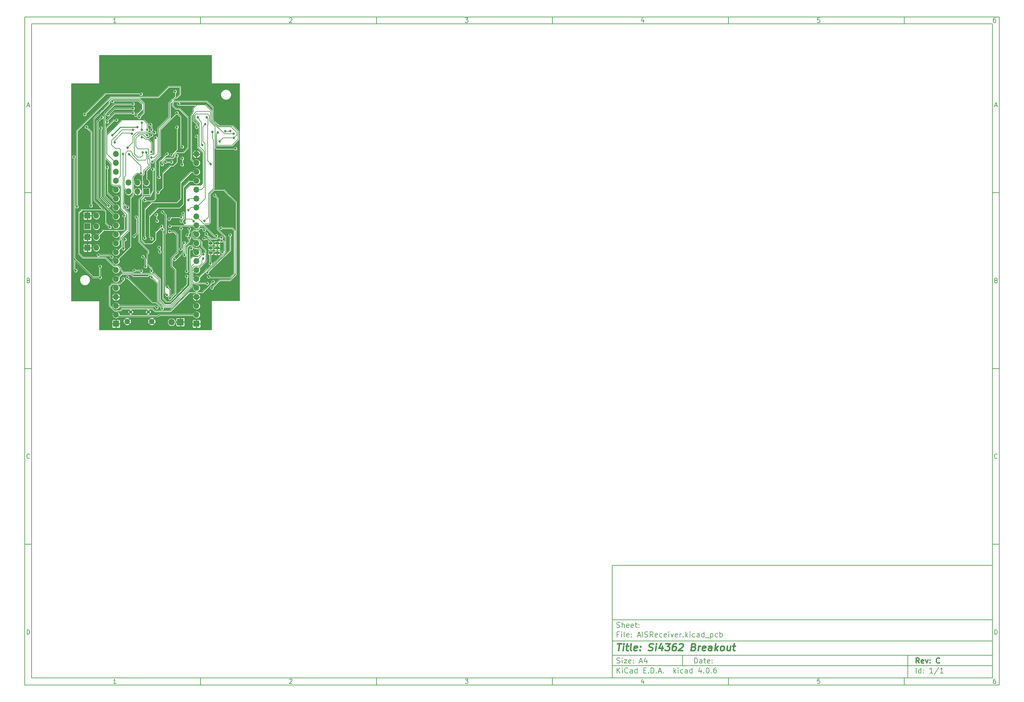
<source format=gbr>
G04 #@! TF.FileFunction,Copper,L2,Bot,Signal*
%FSLAX46Y46*%
G04 Gerber Fmt 4.6, Leading zero omitted, Abs format (unit mm)*
G04 Created by KiCad (PCBNEW 4.0.6) date 09/08/17 15:19:15*
%MOMM*%
%LPD*%
G01*
G04 APERTURE LIST*
%ADD10C,0.150000*%
%ADD11C,0.300000*%
%ADD12C,0.400000*%
%ADD13R,1.200000X0.750000*%
%ADD14R,1.700000X1.700000*%
%ADD15O,1.700000X1.700000*%
%ADD16R,1.850000X1.850000*%
%ADD17C,1.850000*%
%ADD18C,0.950000*%
%ADD19C,1.550000*%
%ADD20C,0.685800*%
%ADD21C,0.254000*%
%ADD22C,0.152400*%
%ADD23C,0.025400*%
G04 APERTURE END LIST*
D10*
X177002200Y-166007200D02*
X177002200Y-198007200D01*
X285002200Y-198007200D01*
X285002200Y-166007200D01*
X177002200Y-166007200D01*
X10000000Y-10000000D02*
X10000000Y-200007200D01*
X287002200Y-200007200D01*
X287002200Y-10000000D01*
X10000000Y-10000000D01*
X12000000Y-12000000D02*
X12000000Y-198007200D01*
X285002200Y-198007200D01*
X285002200Y-12000000D01*
X12000000Y-12000000D01*
X60000000Y-12000000D02*
X60000000Y-10000000D01*
X110000000Y-12000000D02*
X110000000Y-10000000D01*
X160000000Y-12000000D02*
X160000000Y-10000000D01*
X210000000Y-12000000D02*
X210000000Y-10000000D01*
X260000000Y-12000000D02*
X260000000Y-10000000D01*
X35990476Y-11588095D02*
X35247619Y-11588095D01*
X35619048Y-11588095D02*
X35619048Y-10288095D01*
X35495238Y-10473810D01*
X35371429Y-10597619D01*
X35247619Y-10659524D01*
X85247619Y-10411905D02*
X85309524Y-10350000D01*
X85433333Y-10288095D01*
X85742857Y-10288095D01*
X85866667Y-10350000D01*
X85928571Y-10411905D01*
X85990476Y-10535714D01*
X85990476Y-10659524D01*
X85928571Y-10845238D01*
X85185714Y-11588095D01*
X85990476Y-11588095D01*
X135185714Y-10288095D02*
X135990476Y-10288095D01*
X135557143Y-10783333D01*
X135742857Y-10783333D01*
X135866667Y-10845238D01*
X135928571Y-10907143D01*
X135990476Y-11030952D01*
X135990476Y-11340476D01*
X135928571Y-11464286D01*
X135866667Y-11526190D01*
X135742857Y-11588095D01*
X135371429Y-11588095D01*
X135247619Y-11526190D01*
X135185714Y-11464286D01*
X185866667Y-10721429D02*
X185866667Y-11588095D01*
X185557143Y-10226190D02*
X185247619Y-11154762D01*
X186052381Y-11154762D01*
X235928571Y-10288095D02*
X235309524Y-10288095D01*
X235247619Y-10907143D01*
X235309524Y-10845238D01*
X235433333Y-10783333D01*
X235742857Y-10783333D01*
X235866667Y-10845238D01*
X235928571Y-10907143D01*
X235990476Y-11030952D01*
X235990476Y-11340476D01*
X235928571Y-11464286D01*
X235866667Y-11526190D01*
X235742857Y-11588095D01*
X235433333Y-11588095D01*
X235309524Y-11526190D01*
X235247619Y-11464286D01*
X285866667Y-10288095D02*
X285619048Y-10288095D01*
X285495238Y-10350000D01*
X285433333Y-10411905D01*
X285309524Y-10597619D01*
X285247619Y-10845238D01*
X285247619Y-11340476D01*
X285309524Y-11464286D01*
X285371429Y-11526190D01*
X285495238Y-11588095D01*
X285742857Y-11588095D01*
X285866667Y-11526190D01*
X285928571Y-11464286D01*
X285990476Y-11340476D01*
X285990476Y-11030952D01*
X285928571Y-10907143D01*
X285866667Y-10845238D01*
X285742857Y-10783333D01*
X285495238Y-10783333D01*
X285371429Y-10845238D01*
X285309524Y-10907143D01*
X285247619Y-11030952D01*
X60000000Y-198007200D02*
X60000000Y-200007200D01*
X110000000Y-198007200D02*
X110000000Y-200007200D01*
X160000000Y-198007200D02*
X160000000Y-200007200D01*
X210000000Y-198007200D02*
X210000000Y-200007200D01*
X260000000Y-198007200D02*
X260000000Y-200007200D01*
X35990476Y-199595295D02*
X35247619Y-199595295D01*
X35619048Y-199595295D02*
X35619048Y-198295295D01*
X35495238Y-198481010D01*
X35371429Y-198604819D01*
X35247619Y-198666724D01*
X85247619Y-198419105D02*
X85309524Y-198357200D01*
X85433333Y-198295295D01*
X85742857Y-198295295D01*
X85866667Y-198357200D01*
X85928571Y-198419105D01*
X85990476Y-198542914D01*
X85990476Y-198666724D01*
X85928571Y-198852438D01*
X85185714Y-199595295D01*
X85990476Y-199595295D01*
X135185714Y-198295295D02*
X135990476Y-198295295D01*
X135557143Y-198790533D01*
X135742857Y-198790533D01*
X135866667Y-198852438D01*
X135928571Y-198914343D01*
X135990476Y-199038152D01*
X135990476Y-199347676D01*
X135928571Y-199471486D01*
X135866667Y-199533390D01*
X135742857Y-199595295D01*
X135371429Y-199595295D01*
X135247619Y-199533390D01*
X135185714Y-199471486D01*
X185866667Y-198728629D02*
X185866667Y-199595295D01*
X185557143Y-198233390D02*
X185247619Y-199161962D01*
X186052381Y-199161962D01*
X235928571Y-198295295D02*
X235309524Y-198295295D01*
X235247619Y-198914343D01*
X235309524Y-198852438D01*
X235433333Y-198790533D01*
X235742857Y-198790533D01*
X235866667Y-198852438D01*
X235928571Y-198914343D01*
X235990476Y-199038152D01*
X235990476Y-199347676D01*
X235928571Y-199471486D01*
X235866667Y-199533390D01*
X235742857Y-199595295D01*
X235433333Y-199595295D01*
X235309524Y-199533390D01*
X235247619Y-199471486D01*
X285866667Y-198295295D02*
X285619048Y-198295295D01*
X285495238Y-198357200D01*
X285433333Y-198419105D01*
X285309524Y-198604819D01*
X285247619Y-198852438D01*
X285247619Y-199347676D01*
X285309524Y-199471486D01*
X285371429Y-199533390D01*
X285495238Y-199595295D01*
X285742857Y-199595295D01*
X285866667Y-199533390D01*
X285928571Y-199471486D01*
X285990476Y-199347676D01*
X285990476Y-199038152D01*
X285928571Y-198914343D01*
X285866667Y-198852438D01*
X285742857Y-198790533D01*
X285495238Y-198790533D01*
X285371429Y-198852438D01*
X285309524Y-198914343D01*
X285247619Y-199038152D01*
X10000000Y-60000000D02*
X12000000Y-60000000D01*
X10000000Y-110000000D02*
X12000000Y-110000000D01*
X10000000Y-160000000D02*
X12000000Y-160000000D01*
X10690476Y-35216667D02*
X11309524Y-35216667D01*
X10566667Y-35588095D02*
X11000000Y-34288095D01*
X11433333Y-35588095D01*
X11092857Y-84907143D02*
X11278571Y-84969048D01*
X11340476Y-85030952D01*
X11402381Y-85154762D01*
X11402381Y-85340476D01*
X11340476Y-85464286D01*
X11278571Y-85526190D01*
X11154762Y-85588095D01*
X10659524Y-85588095D01*
X10659524Y-84288095D01*
X11092857Y-84288095D01*
X11216667Y-84350000D01*
X11278571Y-84411905D01*
X11340476Y-84535714D01*
X11340476Y-84659524D01*
X11278571Y-84783333D01*
X11216667Y-84845238D01*
X11092857Y-84907143D01*
X10659524Y-84907143D01*
X11402381Y-135464286D02*
X11340476Y-135526190D01*
X11154762Y-135588095D01*
X11030952Y-135588095D01*
X10845238Y-135526190D01*
X10721429Y-135402381D01*
X10659524Y-135278571D01*
X10597619Y-135030952D01*
X10597619Y-134845238D01*
X10659524Y-134597619D01*
X10721429Y-134473810D01*
X10845238Y-134350000D01*
X11030952Y-134288095D01*
X11154762Y-134288095D01*
X11340476Y-134350000D01*
X11402381Y-134411905D01*
X10659524Y-185588095D02*
X10659524Y-184288095D01*
X10969048Y-184288095D01*
X11154762Y-184350000D01*
X11278571Y-184473810D01*
X11340476Y-184597619D01*
X11402381Y-184845238D01*
X11402381Y-185030952D01*
X11340476Y-185278571D01*
X11278571Y-185402381D01*
X11154762Y-185526190D01*
X10969048Y-185588095D01*
X10659524Y-185588095D01*
X287002200Y-60000000D02*
X285002200Y-60000000D01*
X287002200Y-110000000D02*
X285002200Y-110000000D01*
X287002200Y-160000000D02*
X285002200Y-160000000D01*
X285692676Y-35216667D02*
X286311724Y-35216667D01*
X285568867Y-35588095D02*
X286002200Y-34288095D01*
X286435533Y-35588095D01*
X286095057Y-84907143D02*
X286280771Y-84969048D01*
X286342676Y-85030952D01*
X286404581Y-85154762D01*
X286404581Y-85340476D01*
X286342676Y-85464286D01*
X286280771Y-85526190D01*
X286156962Y-85588095D01*
X285661724Y-85588095D01*
X285661724Y-84288095D01*
X286095057Y-84288095D01*
X286218867Y-84350000D01*
X286280771Y-84411905D01*
X286342676Y-84535714D01*
X286342676Y-84659524D01*
X286280771Y-84783333D01*
X286218867Y-84845238D01*
X286095057Y-84907143D01*
X285661724Y-84907143D01*
X286404581Y-135464286D02*
X286342676Y-135526190D01*
X286156962Y-135588095D01*
X286033152Y-135588095D01*
X285847438Y-135526190D01*
X285723629Y-135402381D01*
X285661724Y-135278571D01*
X285599819Y-135030952D01*
X285599819Y-134845238D01*
X285661724Y-134597619D01*
X285723629Y-134473810D01*
X285847438Y-134350000D01*
X286033152Y-134288095D01*
X286156962Y-134288095D01*
X286342676Y-134350000D01*
X286404581Y-134411905D01*
X285661724Y-185588095D02*
X285661724Y-184288095D01*
X285971248Y-184288095D01*
X286156962Y-184350000D01*
X286280771Y-184473810D01*
X286342676Y-184597619D01*
X286404581Y-184845238D01*
X286404581Y-185030952D01*
X286342676Y-185278571D01*
X286280771Y-185402381D01*
X286156962Y-185526190D01*
X285971248Y-185588095D01*
X285661724Y-185588095D01*
X200359343Y-193785771D02*
X200359343Y-192285771D01*
X200716486Y-192285771D01*
X200930771Y-192357200D01*
X201073629Y-192500057D01*
X201145057Y-192642914D01*
X201216486Y-192928629D01*
X201216486Y-193142914D01*
X201145057Y-193428629D01*
X201073629Y-193571486D01*
X200930771Y-193714343D01*
X200716486Y-193785771D01*
X200359343Y-193785771D01*
X202502200Y-193785771D02*
X202502200Y-193000057D01*
X202430771Y-192857200D01*
X202287914Y-192785771D01*
X202002200Y-192785771D01*
X201859343Y-192857200D01*
X202502200Y-193714343D02*
X202359343Y-193785771D01*
X202002200Y-193785771D01*
X201859343Y-193714343D01*
X201787914Y-193571486D01*
X201787914Y-193428629D01*
X201859343Y-193285771D01*
X202002200Y-193214343D01*
X202359343Y-193214343D01*
X202502200Y-193142914D01*
X203002200Y-192785771D02*
X203573629Y-192785771D01*
X203216486Y-192285771D02*
X203216486Y-193571486D01*
X203287914Y-193714343D01*
X203430772Y-193785771D01*
X203573629Y-193785771D01*
X204645057Y-193714343D02*
X204502200Y-193785771D01*
X204216486Y-193785771D01*
X204073629Y-193714343D01*
X204002200Y-193571486D01*
X204002200Y-193000057D01*
X204073629Y-192857200D01*
X204216486Y-192785771D01*
X204502200Y-192785771D01*
X204645057Y-192857200D01*
X204716486Y-193000057D01*
X204716486Y-193142914D01*
X204002200Y-193285771D01*
X205359343Y-193642914D02*
X205430771Y-193714343D01*
X205359343Y-193785771D01*
X205287914Y-193714343D01*
X205359343Y-193642914D01*
X205359343Y-193785771D01*
X205359343Y-192857200D02*
X205430771Y-192928629D01*
X205359343Y-193000057D01*
X205287914Y-192928629D01*
X205359343Y-192857200D01*
X205359343Y-193000057D01*
X177002200Y-194507200D02*
X285002200Y-194507200D01*
X178359343Y-196585771D02*
X178359343Y-195085771D01*
X179216486Y-196585771D02*
X178573629Y-195728629D01*
X179216486Y-195085771D02*
X178359343Y-195942914D01*
X179859343Y-196585771D02*
X179859343Y-195585771D01*
X179859343Y-195085771D02*
X179787914Y-195157200D01*
X179859343Y-195228629D01*
X179930771Y-195157200D01*
X179859343Y-195085771D01*
X179859343Y-195228629D01*
X181430772Y-196442914D02*
X181359343Y-196514343D01*
X181145057Y-196585771D01*
X181002200Y-196585771D01*
X180787915Y-196514343D01*
X180645057Y-196371486D01*
X180573629Y-196228629D01*
X180502200Y-195942914D01*
X180502200Y-195728629D01*
X180573629Y-195442914D01*
X180645057Y-195300057D01*
X180787915Y-195157200D01*
X181002200Y-195085771D01*
X181145057Y-195085771D01*
X181359343Y-195157200D01*
X181430772Y-195228629D01*
X182716486Y-196585771D02*
X182716486Y-195800057D01*
X182645057Y-195657200D01*
X182502200Y-195585771D01*
X182216486Y-195585771D01*
X182073629Y-195657200D01*
X182716486Y-196514343D02*
X182573629Y-196585771D01*
X182216486Y-196585771D01*
X182073629Y-196514343D01*
X182002200Y-196371486D01*
X182002200Y-196228629D01*
X182073629Y-196085771D01*
X182216486Y-196014343D01*
X182573629Y-196014343D01*
X182716486Y-195942914D01*
X184073629Y-196585771D02*
X184073629Y-195085771D01*
X184073629Y-196514343D02*
X183930772Y-196585771D01*
X183645058Y-196585771D01*
X183502200Y-196514343D01*
X183430772Y-196442914D01*
X183359343Y-196300057D01*
X183359343Y-195871486D01*
X183430772Y-195728629D01*
X183502200Y-195657200D01*
X183645058Y-195585771D01*
X183930772Y-195585771D01*
X184073629Y-195657200D01*
X185930772Y-195800057D02*
X186430772Y-195800057D01*
X186645058Y-196585771D02*
X185930772Y-196585771D01*
X185930772Y-195085771D01*
X186645058Y-195085771D01*
X187287915Y-196442914D02*
X187359343Y-196514343D01*
X187287915Y-196585771D01*
X187216486Y-196514343D01*
X187287915Y-196442914D01*
X187287915Y-196585771D01*
X188002201Y-196585771D02*
X188002201Y-195085771D01*
X188359344Y-195085771D01*
X188573629Y-195157200D01*
X188716487Y-195300057D01*
X188787915Y-195442914D01*
X188859344Y-195728629D01*
X188859344Y-195942914D01*
X188787915Y-196228629D01*
X188716487Y-196371486D01*
X188573629Y-196514343D01*
X188359344Y-196585771D01*
X188002201Y-196585771D01*
X189502201Y-196442914D02*
X189573629Y-196514343D01*
X189502201Y-196585771D01*
X189430772Y-196514343D01*
X189502201Y-196442914D01*
X189502201Y-196585771D01*
X190145058Y-196157200D02*
X190859344Y-196157200D01*
X190002201Y-196585771D02*
X190502201Y-195085771D01*
X191002201Y-196585771D01*
X191502201Y-196442914D02*
X191573629Y-196514343D01*
X191502201Y-196585771D01*
X191430772Y-196514343D01*
X191502201Y-196442914D01*
X191502201Y-196585771D01*
X194502201Y-196585771D02*
X194502201Y-195085771D01*
X194645058Y-196014343D02*
X195073629Y-196585771D01*
X195073629Y-195585771D02*
X194502201Y-196157200D01*
X195716487Y-196585771D02*
X195716487Y-195585771D01*
X195716487Y-195085771D02*
X195645058Y-195157200D01*
X195716487Y-195228629D01*
X195787915Y-195157200D01*
X195716487Y-195085771D01*
X195716487Y-195228629D01*
X197073630Y-196514343D02*
X196930773Y-196585771D01*
X196645059Y-196585771D01*
X196502201Y-196514343D01*
X196430773Y-196442914D01*
X196359344Y-196300057D01*
X196359344Y-195871486D01*
X196430773Y-195728629D01*
X196502201Y-195657200D01*
X196645059Y-195585771D01*
X196930773Y-195585771D01*
X197073630Y-195657200D01*
X198359344Y-196585771D02*
X198359344Y-195800057D01*
X198287915Y-195657200D01*
X198145058Y-195585771D01*
X197859344Y-195585771D01*
X197716487Y-195657200D01*
X198359344Y-196514343D02*
X198216487Y-196585771D01*
X197859344Y-196585771D01*
X197716487Y-196514343D01*
X197645058Y-196371486D01*
X197645058Y-196228629D01*
X197716487Y-196085771D01*
X197859344Y-196014343D01*
X198216487Y-196014343D01*
X198359344Y-195942914D01*
X199716487Y-196585771D02*
X199716487Y-195085771D01*
X199716487Y-196514343D02*
X199573630Y-196585771D01*
X199287916Y-196585771D01*
X199145058Y-196514343D01*
X199073630Y-196442914D01*
X199002201Y-196300057D01*
X199002201Y-195871486D01*
X199073630Y-195728629D01*
X199145058Y-195657200D01*
X199287916Y-195585771D01*
X199573630Y-195585771D01*
X199716487Y-195657200D01*
X202216487Y-195585771D02*
X202216487Y-196585771D01*
X201859344Y-195014343D02*
X201502201Y-196085771D01*
X202430773Y-196085771D01*
X203002201Y-196442914D02*
X203073629Y-196514343D01*
X203002201Y-196585771D01*
X202930772Y-196514343D01*
X203002201Y-196442914D01*
X203002201Y-196585771D01*
X204002201Y-195085771D02*
X204145058Y-195085771D01*
X204287915Y-195157200D01*
X204359344Y-195228629D01*
X204430773Y-195371486D01*
X204502201Y-195657200D01*
X204502201Y-196014343D01*
X204430773Y-196300057D01*
X204359344Y-196442914D01*
X204287915Y-196514343D01*
X204145058Y-196585771D01*
X204002201Y-196585771D01*
X203859344Y-196514343D01*
X203787915Y-196442914D01*
X203716487Y-196300057D01*
X203645058Y-196014343D01*
X203645058Y-195657200D01*
X203716487Y-195371486D01*
X203787915Y-195228629D01*
X203859344Y-195157200D01*
X204002201Y-195085771D01*
X205145058Y-196442914D02*
X205216486Y-196514343D01*
X205145058Y-196585771D01*
X205073629Y-196514343D01*
X205145058Y-196442914D01*
X205145058Y-196585771D01*
X206502201Y-195085771D02*
X206216487Y-195085771D01*
X206073630Y-195157200D01*
X206002201Y-195228629D01*
X205859344Y-195442914D01*
X205787915Y-195728629D01*
X205787915Y-196300057D01*
X205859344Y-196442914D01*
X205930772Y-196514343D01*
X206073630Y-196585771D01*
X206359344Y-196585771D01*
X206502201Y-196514343D01*
X206573630Y-196442914D01*
X206645058Y-196300057D01*
X206645058Y-195942914D01*
X206573630Y-195800057D01*
X206502201Y-195728629D01*
X206359344Y-195657200D01*
X206073630Y-195657200D01*
X205930772Y-195728629D01*
X205859344Y-195800057D01*
X205787915Y-195942914D01*
X177002200Y-191507200D02*
X285002200Y-191507200D01*
D11*
X264216486Y-193785771D02*
X263716486Y-193071486D01*
X263359343Y-193785771D02*
X263359343Y-192285771D01*
X263930771Y-192285771D01*
X264073629Y-192357200D01*
X264145057Y-192428629D01*
X264216486Y-192571486D01*
X264216486Y-192785771D01*
X264145057Y-192928629D01*
X264073629Y-193000057D01*
X263930771Y-193071486D01*
X263359343Y-193071486D01*
X265430771Y-193714343D02*
X265287914Y-193785771D01*
X265002200Y-193785771D01*
X264859343Y-193714343D01*
X264787914Y-193571486D01*
X264787914Y-193000057D01*
X264859343Y-192857200D01*
X265002200Y-192785771D01*
X265287914Y-192785771D01*
X265430771Y-192857200D01*
X265502200Y-193000057D01*
X265502200Y-193142914D01*
X264787914Y-193285771D01*
X266002200Y-192785771D02*
X266359343Y-193785771D01*
X266716485Y-192785771D01*
X267287914Y-193642914D02*
X267359342Y-193714343D01*
X267287914Y-193785771D01*
X267216485Y-193714343D01*
X267287914Y-193642914D01*
X267287914Y-193785771D01*
X267287914Y-192857200D02*
X267359342Y-192928629D01*
X267287914Y-193000057D01*
X267216485Y-192928629D01*
X267287914Y-192857200D01*
X267287914Y-193000057D01*
X270002200Y-193642914D02*
X269930771Y-193714343D01*
X269716485Y-193785771D01*
X269573628Y-193785771D01*
X269359343Y-193714343D01*
X269216485Y-193571486D01*
X269145057Y-193428629D01*
X269073628Y-193142914D01*
X269073628Y-192928629D01*
X269145057Y-192642914D01*
X269216485Y-192500057D01*
X269359343Y-192357200D01*
X269573628Y-192285771D01*
X269716485Y-192285771D01*
X269930771Y-192357200D01*
X270002200Y-192428629D01*
D10*
X178287914Y-193714343D02*
X178502200Y-193785771D01*
X178859343Y-193785771D01*
X179002200Y-193714343D01*
X179073629Y-193642914D01*
X179145057Y-193500057D01*
X179145057Y-193357200D01*
X179073629Y-193214343D01*
X179002200Y-193142914D01*
X178859343Y-193071486D01*
X178573629Y-193000057D01*
X178430771Y-192928629D01*
X178359343Y-192857200D01*
X178287914Y-192714343D01*
X178287914Y-192571486D01*
X178359343Y-192428629D01*
X178430771Y-192357200D01*
X178573629Y-192285771D01*
X178930771Y-192285771D01*
X179145057Y-192357200D01*
X179787914Y-193785771D02*
X179787914Y-192785771D01*
X179787914Y-192285771D02*
X179716485Y-192357200D01*
X179787914Y-192428629D01*
X179859342Y-192357200D01*
X179787914Y-192285771D01*
X179787914Y-192428629D01*
X180359343Y-192785771D02*
X181145057Y-192785771D01*
X180359343Y-193785771D01*
X181145057Y-193785771D01*
X182287914Y-193714343D02*
X182145057Y-193785771D01*
X181859343Y-193785771D01*
X181716486Y-193714343D01*
X181645057Y-193571486D01*
X181645057Y-193000057D01*
X181716486Y-192857200D01*
X181859343Y-192785771D01*
X182145057Y-192785771D01*
X182287914Y-192857200D01*
X182359343Y-193000057D01*
X182359343Y-193142914D01*
X181645057Y-193285771D01*
X183002200Y-193642914D02*
X183073628Y-193714343D01*
X183002200Y-193785771D01*
X182930771Y-193714343D01*
X183002200Y-193642914D01*
X183002200Y-193785771D01*
X183002200Y-192857200D02*
X183073628Y-192928629D01*
X183002200Y-193000057D01*
X182930771Y-192928629D01*
X183002200Y-192857200D01*
X183002200Y-193000057D01*
X184787914Y-193357200D02*
X185502200Y-193357200D01*
X184645057Y-193785771D02*
X185145057Y-192285771D01*
X185645057Y-193785771D01*
X186787914Y-192785771D02*
X186787914Y-193785771D01*
X186430771Y-192214343D02*
X186073628Y-193285771D01*
X187002200Y-193285771D01*
X263359343Y-196585771D02*
X263359343Y-195085771D01*
X264716486Y-196585771D02*
X264716486Y-195085771D01*
X264716486Y-196514343D02*
X264573629Y-196585771D01*
X264287915Y-196585771D01*
X264145057Y-196514343D01*
X264073629Y-196442914D01*
X264002200Y-196300057D01*
X264002200Y-195871486D01*
X264073629Y-195728629D01*
X264145057Y-195657200D01*
X264287915Y-195585771D01*
X264573629Y-195585771D01*
X264716486Y-195657200D01*
X265430772Y-196442914D02*
X265502200Y-196514343D01*
X265430772Y-196585771D01*
X265359343Y-196514343D01*
X265430772Y-196442914D01*
X265430772Y-196585771D01*
X265430772Y-195657200D02*
X265502200Y-195728629D01*
X265430772Y-195800057D01*
X265359343Y-195728629D01*
X265430772Y-195657200D01*
X265430772Y-195800057D01*
X268073629Y-196585771D02*
X267216486Y-196585771D01*
X267645058Y-196585771D02*
X267645058Y-195085771D01*
X267502201Y-195300057D01*
X267359343Y-195442914D01*
X267216486Y-195514343D01*
X269787914Y-195014343D02*
X268502200Y-196942914D01*
X271073629Y-196585771D02*
X270216486Y-196585771D01*
X270645058Y-196585771D02*
X270645058Y-195085771D01*
X270502201Y-195300057D01*
X270359343Y-195442914D01*
X270216486Y-195514343D01*
X177002200Y-187507200D02*
X285002200Y-187507200D01*
D12*
X178454581Y-188211962D02*
X179597438Y-188211962D01*
X178776010Y-190211962D02*
X179026010Y-188211962D01*
X180014105Y-190211962D02*
X180180771Y-188878629D01*
X180264105Y-188211962D02*
X180156962Y-188307200D01*
X180240295Y-188402438D01*
X180347439Y-188307200D01*
X180264105Y-188211962D01*
X180240295Y-188402438D01*
X180847438Y-188878629D02*
X181609343Y-188878629D01*
X181216486Y-188211962D02*
X181002200Y-189926248D01*
X181073630Y-190116724D01*
X181252201Y-190211962D01*
X181442677Y-190211962D01*
X182395058Y-190211962D02*
X182216487Y-190116724D01*
X182145057Y-189926248D01*
X182359343Y-188211962D01*
X183930772Y-190116724D02*
X183728391Y-190211962D01*
X183347439Y-190211962D01*
X183168867Y-190116724D01*
X183097438Y-189926248D01*
X183192676Y-189164343D01*
X183311724Y-188973867D01*
X183514105Y-188878629D01*
X183895057Y-188878629D01*
X184073629Y-188973867D01*
X184145057Y-189164343D01*
X184121248Y-189354819D01*
X183145057Y-189545295D01*
X184895057Y-190021486D02*
X184978392Y-190116724D01*
X184871248Y-190211962D01*
X184787915Y-190116724D01*
X184895057Y-190021486D01*
X184871248Y-190211962D01*
X185026010Y-188973867D02*
X185109344Y-189069105D01*
X185002200Y-189164343D01*
X184918867Y-189069105D01*
X185026010Y-188973867D01*
X185002200Y-189164343D01*
X187264106Y-190116724D02*
X187537916Y-190211962D01*
X188014106Y-190211962D01*
X188216487Y-190116724D01*
X188323629Y-190021486D01*
X188442678Y-189831010D01*
X188466487Y-189640533D01*
X188395058Y-189450057D01*
X188311725Y-189354819D01*
X188133153Y-189259581D01*
X187764106Y-189164343D01*
X187585535Y-189069105D01*
X187502201Y-188973867D01*
X187430772Y-188783390D01*
X187454582Y-188592914D01*
X187573629Y-188402438D01*
X187680773Y-188307200D01*
X187883154Y-188211962D01*
X188359344Y-188211962D01*
X188633154Y-188307200D01*
X189252201Y-190211962D02*
X189418867Y-188878629D01*
X189502201Y-188211962D02*
X189395058Y-188307200D01*
X189478391Y-188402438D01*
X189585535Y-188307200D01*
X189502201Y-188211962D01*
X189478391Y-188402438D01*
X191228391Y-188878629D02*
X191061725Y-190211962D01*
X190847440Y-188116724D02*
X190192677Y-189545295D01*
X191430773Y-189545295D01*
X192168868Y-188211962D02*
X193406964Y-188211962D01*
X192645059Y-188973867D01*
X192930773Y-188973867D01*
X193109344Y-189069105D01*
X193192677Y-189164343D01*
X193264107Y-189354819D01*
X193204583Y-189831010D01*
X193085534Y-190021486D01*
X192978392Y-190116724D01*
X192776011Y-190211962D01*
X192204583Y-190211962D01*
X192026011Y-190116724D01*
X191942677Y-190021486D01*
X195121249Y-188211962D02*
X194740297Y-188211962D01*
X194537916Y-188307200D01*
X194430773Y-188402438D01*
X194204582Y-188688152D01*
X194061725Y-189069105D01*
X193966487Y-189831010D01*
X194037915Y-190021486D01*
X194121250Y-190116724D01*
X194299821Y-190211962D01*
X194680773Y-190211962D01*
X194883154Y-190116724D01*
X194990296Y-190021486D01*
X195109345Y-189831010D01*
X195168869Y-189354819D01*
X195097439Y-189164343D01*
X195014106Y-189069105D01*
X194835535Y-188973867D01*
X194454583Y-188973867D01*
X194252202Y-189069105D01*
X194145058Y-189164343D01*
X194026011Y-189354819D01*
X196049820Y-188402438D02*
X196156963Y-188307200D01*
X196359345Y-188211962D01*
X196835535Y-188211962D01*
X197014106Y-188307200D01*
X197097439Y-188402438D01*
X197168869Y-188592914D01*
X197145059Y-188783390D01*
X197014106Y-189069105D01*
X195728392Y-190211962D01*
X196966488Y-190211962D01*
X200145059Y-189164343D02*
X200418868Y-189259581D01*
X200502203Y-189354819D01*
X200573631Y-189545295D01*
X200537917Y-189831010D01*
X200418869Y-190021486D01*
X200311726Y-190116724D01*
X200109345Y-190211962D01*
X199347440Y-190211962D01*
X199597440Y-188211962D01*
X200264107Y-188211962D01*
X200442678Y-188307200D01*
X200526011Y-188402438D01*
X200597441Y-188592914D01*
X200573631Y-188783390D01*
X200454583Y-188973867D01*
X200347440Y-189069105D01*
X200145059Y-189164343D01*
X199478392Y-189164343D01*
X201347440Y-190211962D02*
X201514106Y-188878629D01*
X201466487Y-189259581D02*
X201585536Y-189069105D01*
X201692679Y-188973867D01*
X201895059Y-188878629D01*
X202085535Y-188878629D01*
X203359345Y-190116724D02*
X203156964Y-190211962D01*
X202776012Y-190211962D01*
X202597440Y-190116724D01*
X202526011Y-189926248D01*
X202621249Y-189164343D01*
X202740297Y-188973867D01*
X202942678Y-188878629D01*
X203323630Y-188878629D01*
X203502202Y-188973867D01*
X203573630Y-189164343D01*
X203549821Y-189354819D01*
X202573630Y-189545295D01*
X205156964Y-190211962D02*
X205287916Y-189164343D01*
X205216488Y-188973867D01*
X205037916Y-188878629D01*
X204656964Y-188878629D01*
X204454583Y-188973867D01*
X205168869Y-190116724D02*
X204966488Y-190211962D01*
X204490298Y-190211962D01*
X204311726Y-190116724D01*
X204240297Y-189926248D01*
X204264107Y-189735771D01*
X204383154Y-189545295D01*
X204585536Y-189450057D01*
X205061726Y-189450057D01*
X205264107Y-189354819D01*
X206109345Y-190211962D02*
X206359345Y-188211962D01*
X206395060Y-189450057D02*
X206871250Y-190211962D01*
X207037916Y-188878629D02*
X206180773Y-189640533D01*
X208014108Y-190211962D02*
X207835537Y-190116724D01*
X207752202Y-190021486D01*
X207680774Y-189831010D01*
X207752202Y-189259581D01*
X207871250Y-189069105D01*
X207978394Y-188973867D01*
X208180774Y-188878629D01*
X208466488Y-188878629D01*
X208645060Y-188973867D01*
X208728393Y-189069105D01*
X208799821Y-189259581D01*
X208728393Y-189831010D01*
X208609345Y-190021486D01*
X208502203Y-190116724D01*
X208299822Y-190211962D01*
X208014108Y-190211962D01*
X210561726Y-188878629D02*
X210395060Y-190211962D01*
X209704583Y-188878629D02*
X209573631Y-189926248D01*
X209645061Y-190116724D01*
X209823632Y-190211962D01*
X210109346Y-190211962D01*
X210311727Y-190116724D01*
X210418869Y-190021486D01*
X211228393Y-188878629D02*
X211990298Y-188878629D01*
X211597441Y-188211962D02*
X211383155Y-189926248D01*
X211454585Y-190116724D01*
X211633156Y-190211962D01*
X211823632Y-190211962D01*
D10*
X178859343Y-185600057D02*
X178359343Y-185600057D01*
X178359343Y-186385771D02*
X178359343Y-184885771D01*
X179073629Y-184885771D01*
X179645057Y-186385771D02*
X179645057Y-185385771D01*
X179645057Y-184885771D02*
X179573628Y-184957200D01*
X179645057Y-185028629D01*
X179716485Y-184957200D01*
X179645057Y-184885771D01*
X179645057Y-185028629D01*
X180573629Y-186385771D02*
X180430771Y-186314343D01*
X180359343Y-186171486D01*
X180359343Y-184885771D01*
X181716485Y-186314343D02*
X181573628Y-186385771D01*
X181287914Y-186385771D01*
X181145057Y-186314343D01*
X181073628Y-186171486D01*
X181073628Y-185600057D01*
X181145057Y-185457200D01*
X181287914Y-185385771D01*
X181573628Y-185385771D01*
X181716485Y-185457200D01*
X181787914Y-185600057D01*
X181787914Y-185742914D01*
X181073628Y-185885771D01*
X182430771Y-186242914D02*
X182502199Y-186314343D01*
X182430771Y-186385771D01*
X182359342Y-186314343D01*
X182430771Y-186242914D01*
X182430771Y-186385771D01*
X182430771Y-185457200D02*
X182502199Y-185528629D01*
X182430771Y-185600057D01*
X182359342Y-185528629D01*
X182430771Y-185457200D01*
X182430771Y-185600057D01*
X184216485Y-185957200D02*
X184930771Y-185957200D01*
X184073628Y-186385771D02*
X184573628Y-184885771D01*
X185073628Y-186385771D01*
X185573628Y-186385771D02*
X185573628Y-184885771D01*
X186216485Y-186314343D02*
X186430771Y-186385771D01*
X186787914Y-186385771D01*
X186930771Y-186314343D01*
X187002200Y-186242914D01*
X187073628Y-186100057D01*
X187073628Y-185957200D01*
X187002200Y-185814343D01*
X186930771Y-185742914D01*
X186787914Y-185671486D01*
X186502200Y-185600057D01*
X186359342Y-185528629D01*
X186287914Y-185457200D01*
X186216485Y-185314343D01*
X186216485Y-185171486D01*
X186287914Y-185028629D01*
X186359342Y-184957200D01*
X186502200Y-184885771D01*
X186859342Y-184885771D01*
X187073628Y-184957200D01*
X188573628Y-186385771D02*
X188073628Y-185671486D01*
X187716485Y-186385771D02*
X187716485Y-184885771D01*
X188287913Y-184885771D01*
X188430771Y-184957200D01*
X188502199Y-185028629D01*
X188573628Y-185171486D01*
X188573628Y-185385771D01*
X188502199Y-185528629D01*
X188430771Y-185600057D01*
X188287913Y-185671486D01*
X187716485Y-185671486D01*
X189787913Y-186314343D02*
X189645056Y-186385771D01*
X189359342Y-186385771D01*
X189216485Y-186314343D01*
X189145056Y-186171486D01*
X189145056Y-185600057D01*
X189216485Y-185457200D01*
X189359342Y-185385771D01*
X189645056Y-185385771D01*
X189787913Y-185457200D01*
X189859342Y-185600057D01*
X189859342Y-185742914D01*
X189145056Y-185885771D01*
X191145056Y-186314343D02*
X191002199Y-186385771D01*
X190716485Y-186385771D01*
X190573627Y-186314343D01*
X190502199Y-186242914D01*
X190430770Y-186100057D01*
X190430770Y-185671486D01*
X190502199Y-185528629D01*
X190573627Y-185457200D01*
X190716485Y-185385771D01*
X191002199Y-185385771D01*
X191145056Y-185457200D01*
X192359341Y-186314343D02*
X192216484Y-186385771D01*
X191930770Y-186385771D01*
X191787913Y-186314343D01*
X191716484Y-186171486D01*
X191716484Y-185600057D01*
X191787913Y-185457200D01*
X191930770Y-185385771D01*
X192216484Y-185385771D01*
X192359341Y-185457200D01*
X192430770Y-185600057D01*
X192430770Y-185742914D01*
X191716484Y-185885771D01*
X193073627Y-186385771D02*
X193073627Y-185385771D01*
X193073627Y-184885771D02*
X193002198Y-184957200D01*
X193073627Y-185028629D01*
X193145055Y-184957200D01*
X193073627Y-184885771D01*
X193073627Y-185028629D01*
X193645056Y-185385771D02*
X194002199Y-186385771D01*
X194359341Y-185385771D01*
X195502198Y-186314343D02*
X195359341Y-186385771D01*
X195073627Y-186385771D01*
X194930770Y-186314343D01*
X194859341Y-186171486D01*
X194859341Y-185600057D01*
X194930770Y-185457200D01*
X195073627Y-185385771D01*
X195359341Y-185385771D01*
X195502198Y-185457200D01*
X195573627Y-185600057D01*
X195573627Y-185742914D01*
X194859341Y-185885771D01*
X196216484Y-186385771D02*
X196216484Y-185385771D01*
X196216484Y-185671486D02*
X196287912Y-185528629D01*
X196359341Y-185457200D01*
X196502198Y-185385771D01*
X196645055Y-185385771D01*
X197145055Y-186242914D02*
X197216483Y-186314343D01*
X197145055Y-186385771D01*
X197073626Y-186314343D01*
X197145055Y-186242914D01*
X197145055Y-186385771D01*
X197859341Y-186385771D02*
X197859341Y-184885771D01*
X198002198Y-185814343D02*
X198430769Y-186385771D01*
X198430769Y-185385771D02*
X197859341Y-185957200D01*
X199073627Y-186385771D02*
X199073627Y-185385771D01*
X199073627Y-184885771D02*
X199002198Y-184957200D01*
X199073627Y-185028629D01*
X199145055Y-184957200D01*
X199073627Y-184885771D01*
X199073627Y-185028629D01*
X200430770Y-186314343D02*
X200287913Y-186385771D01*
X200002199Y-186385771D01*
X199859341Y-186314343D01*
X199787913Y-186242914D01*
X199716484Y-186100057D01*
X199716484Y-185671486D01*
X199787913Y-185528629D01*
X199859341Y-185457200D01*
X200002199Y-185385771D01*
X200287913Y-185385771D01*
X200430770Y-185457200D01*
X201716484Y-186385771D02*
X201716484Y-185600057D01*
X201645055Y-185457200D01*
X201502198Y-185385771D01*
X201216484Y-185385771D01*
X201073627Y-185457200D01*
X201716484Y-186314343D02*
X201573627Y-186385771D01*
X201216484Y-186385771D01*
X201073627Y-186314343D01*
X201002198Y-186171486D01*
X201002198Y-186028629D01*
X201073627Y-185885771D01*
X201216484Y-185814343D01*
X201573627Y-185814343D01*
X201716484Y-185742914D01*
X203073627Y-186385771D02*
X203073627Y-184885771D01*
X203073627Y-186314343D02*
X202930770Y-186385771D01*
X202645056Y-186385771D01*
X202502198Y-186314343D01*
X202430770Y-186242914D01*
X202359341Y-186100057D01*
X202359341Y-185671486D01*
X202430770Y-185528629D01*
X202502198Y-185457200D01*
X202645056Y-185385771D01*
X202930770Y-185385771D01*
X203073627Y-185457200D01*
X203430770Y-186528629D02*
X204573627Y-186528629D01*
X204930770Y-185385771D02*
X204930770Y-186885771D01*
X204930770Y-185457200D02*
X205073627Y-185385771D01*
X205359341Y-185385771D01*
X205502198Y-185457200D01*
X205573627Y-185528629D01*
X205645056Y-185671486D01*
X205645056Y-186100057D01*
X205573627Y-186242914D01*
X205502198Y-186314343D01*
X205359341Y-186385771D01*
X205073627Y-186385771D01*
X204930770Y-186314343D01*
X206930770Y-186314343D02*
X206787913Y-186385771D01*
X206502199Y-186385771D01*
X206359341Y-186314343D01*
X206287913Y-186242914D01*
X206216484Y-186100057D01*
X206216484Y-185671486D01*
X206287913Y-185528629D01*
X206359341Y-185457200D01*
X206502199Y-185385771D01*
X206787913Y-185385771D01*
X206930770Y-185457200D01*
X207573627Y-186385771D02*
X207573627Y-184885771D01*
X207573627Y-185457200D02*
X207716484Y-185385771D01*
X208002198Y-185385771D01*
X208145055Y-185457200D01*
X208216484Y-185528629D01*
X208287913Y-185671486D01*
X208287913Y-186100057D01*
X208216484Y-186242914D01*
X208145055Y-186314343D01*
X208002198Y-186385771D01*
X207716484Y-186385771D01*
X207573627Y-186314343D01*
X177002200Y-181507200D02*
X285002200Y-181507200D01*
X178287914Y-183614343D02*
X178502200Y-183685771D01*
X178859343Y-183685771D01*
X179002200Y-183614343D01*
X179073629Y-183542914D01*
X179145057Y-183400057D01*
X179145057Y-183257200D01*
X179073629Y-183114343D01*
X179002200Y-183042914D01*
X178859343Y-182971486D01*
X178573629Y-182900057D01*
X178430771Y-182828629D01*
X178359343Y-182757200D01*
X178287914Y-182614343D01*
X178287914Y-182471486D01*
X178359343Y-182328629D01*
X178430771Y-182257200D01*
X178573629Y-182185771D01*
X178930771Y-182185771D01*
X179145057Y-182257200D01*
X179787914Y-183685771D02*
X179787914Y-182185771D01*
X180430771Y-183685771D02*
X180430771Y-182900057D01*
X180359342Y-182757200D01*
X180216485Y-182685771D01*
X180002200Y-182685771D01*
X179859342Y-182757200D01*
X179787914Y-182828629D01*
X181716485Y-183614343D02*
X181573628Y-183685771D01*
X181287914Y-183685771D01*
X181145057Y-183614343D01*
X181073628Y-183471486D01*
X181073628Y-182900057D01*
X181145057Y-182757200D01*
X181287914Y-182685771D01*
X181573628Y-182685771D01*
X181716485Y-182757200D01*
X181787914Y-182900057D01*
X181787914Y-183042914D01*
X181073628Y-183185771D01*
X183002199Y-183614343D02*
X182859342Y-183685771D01*
X182573628Y-183685771D01*
X182430771Y-183614343D01*
X182359342Y-183471486D01*
X182359342Y-182900057D01*
X182430771Y-182757200D01*
X182573628Y-182685771D01*
X182859342Y-182685771D01*
X183002199Y-182757200D01*
X183073628Y-182900057D01*
X183073628Y-183042914D01*
X182359342Y-183185771D01*
X183502199Y-182685771D02*
X184073628Y-182685771D01*
X183716485Y-182185771D02*
X183716485Y-183471486D01*
X183787913Y-183614343D01*
X183930771Y-183685771D01*
X184073628Y-183685771D01*
X184573628Y-183542914D02*
X184645056Y-183614343D01*
X184573628Y-183685771D01*
X184502199Y-183614343D01*
X184573628Y-183542914D01*
X184573628Y-183685771D01*
X184573628Y-182757200D02*
X184645056Y-182828629D01*
X184573628Y-182900057D01*
X184502199Y-182828629D01*
X184573628Y-182757200D01*
X184573628Y-182900057D01*
X197002200Y-191507200D02*
X197002200Y-194507200D01*
X261002200Y-191507200D02*
X261002200Y-198007200D01*
D13*
X62829400Y-77089000D03*
X64729400Y-77089000D03*
X62829400Y-74396600D03*
X64729400Y-74396600D03*
X62829400Y-75742800D03*
X64729400Y-75742800D03*
D14*
X27838400Y-75666600D03*
D15*
X30378400Y-75666600D03*
D14*
X27838400Y-69570600D03*
D15*
X30378400Y-69570600D03*
D14*
X27838400Y-66522600D03*
D15*
X30378400Y-66522600D03*
D14*
X27838400Y-72618600D03*
D15*
X30378400Y-72618600D03*
D14*
X35962400Y-97260600D03*
D15*
X35962400Y-94720600D03*
X35962400Y-92180600D03*
X35962400Y-89640600D03*
X35962400Y-87100600D03*
X35962400Y-84560600D03*
X35962400Y-82020600D03*
X35962400Y-79480600D03*
X35962400Y-76940600D03*
X35962400Y-74400600D03*
X35962400Y-71860600D03*
X35962400Y-69320600D03*
X35962400Y-66780600D03*
X35962400Y-64240600D03*
X35962400Y-61700600D03*
X35962400Y-59160600D03*
X35962400Y-56620600D03*
X35962400Y-54080600D03*
X35962400Y-51540600D03*
X35962400Y-49000600D03*
D14*
X58822400Y-97260600D03*
D15*
X58822400Y-94720600D03*
X58822400Y-92180600D03*
X58822400Y-89640600D03*
X58822400Y-87100600D03*
X58822400Y-84560600D03*
X58822400Y-82020600D03*
X58822400Y-79480600D03*
X58822400Y-76940600D03*
X58822400Y-74400600D03*
X58822400Y-71860600D03*
X58822400Y-69320600D03*
X58822400Y-66780600D03*
X58822400Y-64240600D03*
X58822400Y-61700600D03*
X58822400Y-59160600D03*
X58822400Y-56620600D03*
X58822400Y-54080600D03*
X58822400Y-51540600D03*
X58822400Y-49000600D03*
D16*
X54242400Y-96776600D03*
D17*
X51742400Y-96776600D03*
D14*
X44602400Y-59664600D03*
D15*
X44602400Y-57124600D03*
X42062400Y-59664600D03*
X42062400Y-57124600D03*
X39522400Y-59664600D03*
X39522400Y-57124600D03*
D18*
X40121200Y-93900000D03*
X45121200Y-93900000D03*
D19*
X39121200Y-96600000D03*
X46121200Y-96600000D03*
D20*
X63500000Y-78994000D03*
X38252400Y-66522600D03*
X44348400Y-81000600D03*
X43586400Y-78206600D03*
X62763400Y-80137000D03*
X51130200Y-71018400D03*
X60934600Y-73025000D03*
X61722000Y-38531800D03*
X62890400Y-51816000D03*
X41071800Y-72339200D03*
X41656000Y-66903600D03*
X50520600Y-86817200D03*
X51231800Y-90017600D03*
X38506400Y-73253600D03*
X38074600Y-75920600D03*
X30937200Y-77698600D03*
X34747200Y-78257400D03*
X24485600Y-82118200D03*
X31445200Y-80949800D03*
X31419800Y-84074000D03*
X23952200Y-49784000D03*
X47218600Y-44373800D03*
X44551600Y-48539400D03*
X49174400Y-65506600D03*
X47498000Y-92633800D03*
X50444400Y-89128600D03*
X56007000Y-82296000D03*
X24841200Y-63982600D03*
X46294476Y-51170992D03*
X39674800Y-49022000D03*
X43053000Y-54432200D03*
X49022000Y-51968400D03*
X64846200Y-42849800D03*
X39217600Y-64135000D03*
X37998400Y-48996600D03*
X66141600Y-76911200D03*
X65913000Y-73634600D03*
X36093400Y-39293800D03*
X49022000Y-92913200D03*
X39116000Y-84023200D03*
X63525400Y-85318600D03*
X37998400Y-84556600D03*
X43078400Y-31927800D03*
X27076400Y-37668200D03*
X27508200Y-41275000D03*
X28854400Y-63677800D03*
X57327800Y-75844400D03*
X42545000Y-38531800D03*
X34188400Y-69824600D03*
X31902400Y-38582600D03*
X33680400Y-37820600D03*
X40792400Y-36042600D03*
X40792400Y-34772600D03*
X34950400Y-34010600D03*
X33426400Y-52806600D03*
X41605200Y-37973000D03*
X33934400Y-63728600D03*
X31648400Y-41630600D03*
X33426400Y-39852600D03*
X40792400Y-37312600D03*
X40792400Y-42138600D03*
X43332400Y-42138600D03*
X43332400Y-40081200D03*
X45999400Y-48387000D03*
X35560000Y-45669200D03*
X40462200Y-43205400D03*
X43332400Y-44196000D03*
X43510200Y-48514000D03*
X44856400Y-42138600D03*
X44856400Y-43662600D03*
X56134000Y-72110600D03*
X56743600Y-70231000D03*
X48158400Y-55600600D03*
X50444400Y-48996600D03*
X60985400Y-70612000D03*
X61112400Y-68046600D03*
X63322200Y-42722800D03*
X45999400Y-82270600D03*
X46126400Y-84048600D03*
X45999400Y-43662600D03*
X45999400Y-42138600D03*
X45745400Y-40614600D03*
X60782200Y-77495400D03*
X55499000Y-68630800D03*
X55270400Y-74269600D03*
X52552600Y-78968600D03*
X58039000Y-68097400D03*
X58826400Y-43916600D03*
X42062400Y-41376600D03*
X34950400Y-43662600D03*
X54508400Y-66954400D03*
X50977800Y-67513200D03*
X55372000Y-77724000D03*
X56743600Y-72872600D03*
X47904400Y-59918600D03*
X47650400Y-68046600D03*
X47396400Y-66268600D03*
X53238400Y-49504600D03*
X51231800Y-69570600D03*
X48920400Y-69570600D03*
X46380400Y-53314600D03*
X64490600Y-72237600D03*
X51714400Y-49250600D03*
X53238400Y-41376600D03*
X61849000Y-85801200D03*
X63220600Y-87045800D03*
X60756800Y-78689200D03*
X60477400Y-46456600D03*
X59207400Y-38582600D03*
X61366400Y-40538400D03*
X54305200Y-76047600D03*
X54432200Y-70154800D03*
X54483000Y-68072000D03*
X54991000Y-65836800D03*
X56540400Y-64973200D03*
X44094400Y-62204600D03*
X56515000Y-62128400D03*
X54762400Y-46964600D03*
X54762400Y-50266600D03*
X54762400Y-52044600D03*
X53238400Y-37312600D03*
X46024800Y-49987200D03*
X52730400Y-31216600D03*
X69900800Y-47472600D03*
X51714400Y-51282600D03*
X49961800Y-51257200D03*
X46126400Y-73126600D03*
X44094400Y-72872600D03*
X65430400Y-45440600D03*
X53746400Y-34772600D03*
X69494400Y-44424600D03*
X43129200Y-82245200D03*
X41097200Y-82067400D03*
X48387000Y-76809600D03*
X48183800Y-75539600D03*
X39268400Y-47218600D03*
X46888400Y-42900600D03*
X67030600Y-42519600D03*
X68402200Y-42418000D03*
X56032400Y-83794600D03*
X49174400Y-70408800D03*
X61544200Y-71755000D03*
X65862200Y-72796400D03*
X62255400Y-83921600D03*
X65760600Y-70027800D03*
X68351400Y-72034400D03*
X61899800Y-82651600D03*
X63982600Y-60731400D03*
X69342000Y-43230800D03*
X58851800Y-41325800D03*
D21*
X64729400Y-77089000D02*
X64729400Y-77764600D01*
X64729400Y-77764600D02*
X63500000Y-78994000D01*
X64729400Y-77089000D02*
X64729400Y-75742800D01*
X64729400Y-74396600D02*
X64729400Y-75742800D01*
X64820800Y-76997600D02*
X64729400Y-77089000D01*
D22*
X32410400Y-70586600D02*
X30378400Y-72618600D01*
X37998400Y-70586600D02*
X32410400Y-70586600D01*
X38252400Y-70332600D02*
X37998400Y-70586600D01*
X38252400Y-66522600D02*
X38252400Y-70332600D01*
D21*
X44348400Y-78968600D02*
X44348400Y-81000600D01*
X43586400Y-78206600D02*
X44348400Y-78968600D01*
X62763400Y-77155000D02*
X62763400Y-80137000D01*
X62763400Y-77155000D02*
X62829400Y-77089000D01*
X62829400Y-75742800D02*
X62829400Y-77089000D01*
X62829400Y-74396600D02*
X62829400Y-75742800D01*
X61671200Y-73025000D02*
X61950600Y-73025000D01*
X60934600Y-73025000D02*
X61671200Y-73025000D01*
X62829400Y-73903800D02*
X62829400Y-74396600D01*
X61950600Y-73025000D02*
X62829400Y-73903800D01*
X51130200Y-71018400D02*
X52400200Y-71018400D01*
X52400200Y-71018400D02*
X53314600Y-71932800D01*
X53314600Y-72364600D02*
X53314600Y-71932800D01*
X51231800Y-90017600D02*
X52730400Y-88519000D01*
X52730400Y-81965800D02*
X52730400Y-88519000D01*
X51714400Y-80949800D02*
X52730400Y-81965800D01*
X51714400Y-78638400D02*
X51714400Y-80949800D01*
X53314600Y-77038200D02*
X51714400Y-78638400D01*
X53314600Y-72364600D02*
X53314600Y-77038200D01*
D22*
X60934600Y-73025000D02*
X60985400Y-73075800D01*
X62128400Y-39116000D02*
X62128400Y-38938200D01*
X62128400Y-38938200D02*
X61722000Y-38531800D01*
X62026800Y-41554400D02*
X62026800Y-40741600D01*
X62128400Y-39116000D02*
X62128400Y-39090600D01*
X62128400Y-40640000D02*
X62128400Y-39116000D01*
X62026800Y-40741600D02*
X62128400Y-40640000D01*
X62026800Y-50952400D02*
X62026800Y-41554400D01*
X62026800Y-41554400D02*
X62026800Y-41503600D01*
X62890400Y-51816000D02*
X62026800Y-50952400D01*
D21*
X41986200Y-71424800D02*
X41071800Y-72339200D01*
X41986200Y-67233800D02*
X41986200Y-71424800D01*
X41656000Y-66903600D02*
X41986200Y-67233800D01*
X51231800Y-87528400D02*
X51231800Y-90017600D01*
X50520600Y-86817200D02*
X51231800Y-87528400D01*
X38506400Y-73253600D02*
X38074600Y-73685400D01*
X38074600Y-73685400D02*
X38074600Y-75920600D01*
X34188400Y-77698600D02*
X30937200Y-77698600D01*
X34747200Y-78257400D02*
X34188400Y-77698600D01*
X24028400Y-81661000D02*
X24028400Y-78689200D01*
X24485600Y-82118200D02*
X24028400Y-81661000D01*
X31419800Y-80975200D02*
X31419800Y-84074000D01*
X31445200Y-80949800D02*
X31419800Y-80975200D01*
X29413200Y-84074000D02*
X31419800Y-84074000D01*
X24028400Y-78689200D02*
X29413200Y-84074000D01*
X24028400Y-49860200D02*
X24028400Y-78689200D01*
X23952200Y-49784000D02*
X24028400Y-49860200D01*
D22*
X46837600Y-44907200D02*
X46837600Y-44754800D01*
X45567600Y-50647598D02*
X45313602Y-50393600D01*
X45313602Y-50393600D02*
X45313602Y-49504598D01*
X45313602Y-49504598D02*
X45720000Y-49098200D01*
X45720000Y-49098200D02*
X46583600Y-49098200D01*
X46583600Y-49098200D02*
X46837600Y-48844200D01*
X46837600Y-48844200D02*
X46837600Y-44907200D01*
X44602400Y-57124600D02*
X44602400Y-53771800D01*
X45567600Y-52806600D02*
X45567600Y-50774600D01*
X44602400Y-53771800D02*
X45567600Y-52806600D01*
X45567600Y-50774600D02*
X45567600Y-50647598D01*
X46837600Y-44754800D02*
X47218600Y-44373800D01*
X44678600Y-50342800D02*
X44678600Y-48666400D01*
X44297600Y-50723800D02*
X44678600Y-50342800D01*
X42138600Y-50723800D02*
X44297600Y-50723800D01*
X40665400Y-49250600D02*
X42138600Y-50723800D01*
X40665400Y-48768000D02*
X40665400Y-49250600D01*
X40055800Y-48158400D02*
X40665400Y-48768000D01*
X39268400Y-48158400D02*
X40055800Y-48158400D01*
X38735000Y-48691800D02*
X39268400Y-48158400D01*
X38735000Y-55118000D02*
X38735000Y-48691800D01*
X38303202Y-55549798D02*
X38735000Y-55118000D01*
X38303202Y-58496200D02*
X38303202Y-55549798D01*
X39471602Y-59664600D02*
X38303202Y-58496200D01*
X44678600Y-48666400D02*
X44551600Y-48539400D01*
X39522400Y-59664600D02*
X39471602Y-59664600D01*
D21*
X58822400Y-94720600D02*
X48179800Y-94720600D01*
X47802800Y-95097600D02*
X36339400Y-95097600D01*
X48179800Y-94720600D02*
X47802800Y-95097600D01*
X36339400Y-95097600D02*
X35962400Y-94720600D01*
X50012600Y-71399400D02*
X50012600Y-66700400D01*
X50012600Y-66700400D02*
X50012600Y-66344800D01*
X49733200Y-88417400D02*
X49733200Y-71678800D01*
X49733200Y-71678800D02*
X50012600Y-71399400D01*
X49733200Y-88417400D02*
X50444400Y-89128600D01*
X50012600Y-66344800D02*
X49174400Y-65506600D01*
X35962400Y-92180600D02*
X47044800Y-92180600D01*
X47044800Y-92180600D02*
X47498000Y-92633800D01*
X50444400Y-89128600D02*
X50190400Y-88874600D01*
D22*
X59994800Y-76733400D02*
X59994800Y-76200000D01*
X56769000Y-74904600D02*
X56083200Y-75590400D01*
X57454800Y-74904600D02*
X56769000Y-74904600D01*
X58216800Y-75666600D02*
X57454800Y-74904600D01*
X59461400Y-75666600D02*
X58216800Y-75666600D01*
X59994800Y-76200000D02*
X59461400Y-75666600D01*
X57785000Y-78206600D02*
X59232800Y-78206600D01*
X49389928Y-91834072D02*
X49656628Y-92100772D01*
X45008800Y-83718400D02*
X45389800Y-83337400D01*
X45389800Y-83337400D02*
X46609000Y-83337400D01*
X46609000Y-83337400D02*
X48082202Y-84810602D01*
X48082202Y-84810602D02*
X48082202Y-90525602D01*
X48082202Y-90525602D02*
X49389928Y-91833328D01*
X49389928Y-91833328D02*
X49389928Y-91834072D01*
X36165600Y-84560600D02*
X37617400Y-83108800D01*
X40843200Y-83718400D02*
X44450000Y-83718400D01*
X40233600Y-83108800D02*
X40843200Y-83718400D01*
X37617400Y-83108800D02*
X40233600Y-83108800D01*
X44450000Y-83718400D02*
X45008800Y-83718400D01*
X57099202Y-78892398D02*
X57785000Y-78206600D01*
X57099202Y-86537798D02*
X57099202Y-78892398D01*
X51536228Y-92100772D02*
X57099202Y-86537798D01*
X49656628Y-92100772D02*
X51536228Y-92100772D01*
X56083200Y-82219800D02*
X56007000Y-82296000D01*
X56083200Y-75590400D02*
X56083200Y-82219800D01*
X59994800Y-77597000D02*
X59994800Y-76733400D01*
X59994800Y-76733400D02*
X59994800Y-76708000D01*
X59639200Y-77952600D02*
X59994800Y-77597000D01*
X59486800Y-77952600D02*
X59639200Y-77952600D01*
X59232800Y-78206600D02*
X59486800Y-77952600D01*
X35962400Y-84560600D02*
X36165600Y-84560600D01*
X48158400Y-41757600D02*
X48158400Y-42722802D01*
X46314952Y-51170992D02*
X48158400Y-49327544D01*
X48158400Y-41757600D02*
X51294928Y-38621072D01*
X51294928Y-38621072D02*
X51294928Y-34506272D01*
X51294928Y-34506272D02*
X52857400Y-32943800D01*
X52857400Y-32943800D02*
X53213000Y-32943800D01*
X53213000Y-32943800D02*
X54127400Y-32029400D01*
X54127400Y-32029400D02*
X54127400Y-31292800D01*
X24841200Y-63982600D02*
X24841200Y-42367200D01*
X24841200Y-42367200D02*
X34417000Y-32791400D01*
X34417000Y-32791400D02*
X47955200Y-32791400D01*
X47955200Y-32791400D02*
X50927000Y-29819600D01*
X50927000Y-29819600D02*
X54025800Y-29819600D01*
X54025800Y-29819600D02*
X54127400Y-29921200D01*
X54127400Y-29921200D02*
X54127400Y-31292800D01*
X46314952Y-51170992D02*
X46294476Y-51170992D01*
X48209198Y-49276746D02*
X48158400Y-49327544D01*
X48209198Y-42773600D02*
X48209198Y-49276746D01*
X48158400Y-42722802D02*
X48209198Y-42773600D01*
X39674800Y-49022000D02*
X43053000Y-52400200D01*
X43053000Y-52400200D02*
X43053000Y-54432200D01*
X35962400Y-79480600D02*
X35962400Y-79353600D01*
X35962400Y-79353600D02*
X40030400Y-75285600D01*
X40030400Y-75285600D02*
X40030400Y-61493400D01*
X40030400Y-61493400D02*
X40741600Y-60782200D01*
X40741600Y-60782200D02*
X40741600Y-55575200D01*
X40741600Y-55575200D02*
X41884600Y-54432200D01*
X41884600Y-54432200D02*
X43053000Y-54432200D01*
X49022000Y-51968400D02*
X49047400Y-51943000D01*
X49047400Y-51943000D02*
X49047400Y-51054000D01*
X49047400Y-51054000D02*
X49936400Y-50165000D01*
X49936400Y-50165000D02*
X52120800Y-50165000D01*
X52120800Y-50165000D02*
X52476400Y-49809400D01*
X52476400Y-49809400D02*
X52476400Y-49149000D01*
X52476400Y-49149000D02*
X53136800Y-48488600D01*
X53136800Y-48488600D02*
X55143400Y-48488600D01*
X55143400Y-48488600D02*
X56388000Y-47244000D01*
X56388000Y-47244000D02*
X56388000Y-38582600D01*
X56388000Y-38582600D02*
X53924200Y-36118800D01*
X53924200Y-36118800D02*
X52908200Y-36118800D01*
X52908200Y-36118800D02*
X52044600Y-35255200D01*
X52044600Y-35255200D02*
X52044600Y-34417000D01*
X52044600Y-34417000D02*
X52501800Y-33959800D01*
X52501800Y-33959800D02*
X61722000Y-33959800D01*
X61722000Y-33959800D02*
X63500000Y-35737800D01*
X63500000Y-35737800D02*
X63500000Y-39293800D01*
X63500000Y-39293800D02*
X65176400Y-40970200D01*
X65176400Y-40970200D02*
X69088000Y-40970200D01*
X69088000Y-40970200D02*
X70662800Y-42545000D01*
X70662800Y-42545000D02*
X70662800Y-44856400D01*
X70662800Y-44856400D02*
X68986400Y-46532800D01*
X68986400Y-46532800D02*
X64693800Y-46532800D01*
X64693800Y-46532800D02*
X64592200Y-46431200D01*
X64592200Y-46431200D02*
X64566800Y-43129200D01*
D21*
X64566800Y-43129200D02*
X64846200Y-42849800D01*
D22*
X37998400Y-62915800D02*
X37998400Y-62357000D01*
X39217600Y-64135000D02*
X37998400Y-62915800D01*
X37998400Y-48996600D02*
X37998400Y-62331600D01*
X37998400Y-62331600D02*
X37998400Y-64236600D01*
X37998400Y-64236600D02*
X39522400Y-65760600D01*
X39522400Y-65760600D02*
X39522400Y-70840600D01*
X39522400Y-70840600D02*
X37490400Y-72872600D01*
X37490400Y-72872600D02*
X37490400Y-75412600D01*
X37490400Y-75412600D02*
X35962400Y-76940600D01*
X66433700Y-73774300D02*
X66052700Y-73774300D01*
X66052700Y-73774300D02*
X65913000Y-73634600D01*
X66141600Y-76911200D02*
X66344800Y-76911200D01*
X66344800Y-76911200D02*
X66725800Y-76454000D01*
X66725800Y-76454000D02*
X66725800Y-74066400D01*
X66725800Y-74066400D02*
X66433700Y-73774300D01*
X66433700Y-73774300D02*
X66421000Y-73761600D01*
X66141600Y-76860400D02*
X66141600Y-76911200D01*
X33070800Y-41579800D02*
X33070800Y-42799000D01*
X35255200Y-39395400D02*
X33070800Y-41579800D01*
X35991800Y-39395400D02*
X35255200Y-39395400D01*
X36093400Y-39293800D02*
X35991800Y-39395400D01*
X39039800Y-66268600D02*
X39039800Y-70408800D01*
X39039800Y-70408800D02*
X38836600Y-70612000D01*
X39039800Y-66268600D02*
X37388800Y-64617600D01*
X37388800Y-64617600D02*
X37388800Y-58293000D01*
X37388800Y-58293000D02*
X36982400Y-57886600D01*
X36982400Y-57886600D02*
X35052000Y-57886600D01*
X35052000Y-57886600D02*
X34594800Y-57429400D01*
X34594800Y-57429400D02*
X34594800Y-51714400D01*
X34594800Y-51714400D02*
X33045400Y-50165000D01*
X33045400Y-50165000D02*
X33045400Y-42824400D01*
X33045400Y-42824400D02*
X33070800Y-42799000D01*
X35962400Y-74400600D02*
X37109400Y-73253600D01*
X37109400Y-72339200D02*
X37109400Y-73253600D01*
X38836600Y-70612000D02*
X37109400Y-72339200D01*
X35962400Y-74400600D02*
X35962400Y-73689400D01*
X49022000Y-92913200D02*
X49022000Y-92913200D01*
X47269400Y-91160600D02*
X49022000Y-92913200D01*
X46253400Y-91160600D02*
X47269400Y-91160600D01*
X39116000Y-84023200D02*
X46253400Y-91160600D01*
X63525400Y-85318600D02*
X60553600Y-88290400D01*
X60553600Y-88290400D02*
X56794400Y-88290400D01*
X56794400Y-88290400D02*
X51409600Y-93675200D01*
X51409600Y-93675200D02*
X46990000Y-93675200D01*
X46990000Y-93675200D02*
X46202600Y-92887800D01*
X46202600Y-92887800D02*
X37719000Y-92887800D01*
X37719000Y-92887800D02*
X37160200Y-93446600D01*
X37160200Y-93446600D02*
X35382200Y-93446600D01*
X35382200Y-93446600D02*
X34061400Y-92125800D01*
X34061400Y-92125800D02*
X34061400Y-86664800D01*
X34061400Y-86664800D02*
X34874200Y-85852000D01*
X34874200Y-85852000D02*
X37134800Y-85852000D01*
X37134800Y-85852000D02*
X37998400Y-84988400D01*
X37998400Y-84988400D02*
X37998400Y-84556600D01*
X42875200Y-31724600D02*
X43078400Y-31927800D01*
X33020000Y-31724600D02*
X42875200Y-31724600D01*
X27076400Y-37668200D02*
X33020000Y-31724600D01*
X28905200Y-42672000D02*
X27508200Y-41275000D01*
X28905200Y-63627000D02*
X28905200Y-42672000D01*
X28854400Y-63677800D02*
X28905200Y-63627000D01*
X57327800Y-75844400D02*
X57226200Y-75844400D01*
X57226200Y-75844400D02*
X56794400Y-76276200D01*
X57327800Y-75844400D02*
X57251600Y-75844400D01*
X46837600Y-82981800D02*
X48412400Y-84556600D01*
X56794400Y-76276200D02*
X56794400Y-76936600D01*
X26543000Y-78409800D02*
X25298400Y-77165200D01*
X37211000Y-81838800D02*
X37947600Y-82575400D01*
X37211000Y-81508600D02*
X37211000Y-81838800D01*
X36525200Y-80822800D02*
X37211000Y-81508600D01*
X35280600Y-80822800D02*
X36525200Y-80822800D01*
X32867600Y-78409800D02*
X35280600Y-80822800D01*
X26543000Y-78409800D02*
X32867600Y-78409800D01*
X46837600Y-82981800D02*
X40792400Y-82981800D01*
X40792400Y-82981800D02*
X40386000Y-82575400D01*
X40386000Y-82575400D02*
X37947600Y-82575400D01*
X56794400Y-86334600D02*
X56794400Y-76936600D01*
X51460400Y-91668600D02*
X56794400Y-86334600D01*
X49682400Y-91668600D02*
X51460400Y-91668600D01*
X48412400Y-90398600D02*
X49682400Y-91668600D01*
X48412400Y-84556600D02*
X48412400Y-90398600D01*
X32359600Y-64744600D02*
X26314400Y-64744600D01*
X26314400Y-64744600D02*
X25298400Y-65760600D01*
X25298400Y-65760600D02*
X25298400Y-77165200D01*
X25298400Y-77165200D02*
X25298400Y-77190600D01*
X32359600Y-64744600D02*
X29718000Y-62103000D01*
X43789600Y-37287200D02*
X42545000Y-38531800D01*
X43789600Y-34467800D02*
X43789600Y-37287200D01*
X42545000Y-33223200D02*
X43789600Y-34467800D01*
X34671000Y-33223200D02*
X42545000Y-33223200D01*
X34010600Y-33883600D02*
X34671000Y-33223200D01*
X34010600Y-34696400D02*
X34010600Y-33883600D01*
X29718000Y-38989000D02*
X34010600Y-34696400D01*
X29718000Y-62103000D02*
X29718000Y-38989000D01*
X32410400Y-64744600D02*
X32359600Y-64744600D01*
X32918400Y-65252600D02*
X32410400Y-64744600D01*
X32918400Y-68554600D02*
X32918400Y-65252600D01*
X34188400Y-69824600D02*
X32918400Y-68554600D01*
D21*
X30632400Y-61450600D02*
X35962400Y-66780600D01*
X30632400Y-39852600D02*
X30632400Y-61450600D01*
X31902400Y-38582600D02*
X30632400Y-39852600D01*
X35458400Y-36042600D02*
X33680400Y-37820600D01*
X40792400Y-36042600D02*
X35458400Y-36042600D01*
X32664400Y-60942600D02*
X35962400Y-64240600D01*
X32664400Y-37566600D02*
X32664400Y-60942600D01*
X35458400Y-34772600D02*
X32664400Y-37566600D01*
X40792400Y-34772600D02*
X35458400Y-34772600D01*
D22*
X43330311Y-34772982D02*
X43330311Y-36247889D01*
X42316400Y-33756600D02*
X43330311Y-34772982D01*
X35204400Y-33756600D02*
X42316400Y-33756600D01*
X34950400Y-34010600D02*
X35204400Y-33756600D01*
X33426400Y-59918600D02*
X33426400Y-52806600D01*
X35208400Y-61700600D02*
X33426400Y-59918600D01*
X43330311Y-36247889D02*
X41605200Y-37973000D01*
X35962400Y-61700600D02*
X35208400Y-61700600D01*
D21*
X33934400Y-63474600D02*
X33934400Y-63728600D01*
X31648400Y-61188600D02*
X33934400Y-63474600D01*
X31648400Y-41630600D02*
X31648400Y-61188600D01*
X33426400Y-39344600D02*
X33426400Y-39852600D01*
X35458400Y-37312600D02*
X33426400Y-39344600D01*
X40792400Y-37312600D02*
X35458400Y-37312600D01*
D22*
X35267900Y-44615100D02*
X34696400Y-45186600D01*
X37236400Y-47726600D02*
X37236400Y-55346600D01*
X37236400Y-55346600D02*
X35962400Y-56620600D01*
X36906200Y-47396400D02*
X37236400Y-47726600D01*
X35712400Y-47396400D02*
X36906200Y-47396400D01*
X34696400Y-46380400D02*
X35712400Y-47396400D01*
X34696400Y-45186600D02*
X34696400Y-46380400D01*
X37744400Y-42138600D02*
X35267900Y-44615100D01*
X35267900Y-44615100D02*
X35204400Y-44678600D01*
X40792400Y-42138600D02*
X37744400Y-42138600D01*
X43332400Y-40081200D02*
X43332400Y-42138600D01*
X44348400Y-44856400D02*
X45085000Y-44856400D01*
X43688000Y-44196000D02*
X44348400Y-44856400D01*
X43332400Y-44196000D02*
X43688000Y-44196000D01*
X45999400Y-45770800D02*
X45999400Y-48387000D01*
X45085000Y-44856400D02*
X45999400Y-45770800D01*
X35560000Y-45669200D02*
X35560000Y-45212000D01*
X35560000Y-45212000D02*
X37719000Y-43053000D01*
X37719000Y-43053000D02*
X40309800Y-43053000D01*
X40309800Y-43053000D02*
X40462200Y-43205400D01*
X43332400Y-44196000D02*
X43662600Y-44196000D01*
X42138600Y-49936400D02*
X42976800Y-49936400D01*
X44856400Y-40360600D02*
X44856400Y-42138600D01*
X43840400Y-39344600D02*
X44856400Y-40360600D01*
X37744400Y-39344600D02*
X43840400Y-39344600D01*
X33426400Y-43662600D02*
X37744400Y-39344600D01*
X33426400Y-48996600D02*
X33426400Y-43662600D01*
X33426400Y-48996600D02*
X35962400Y-51532600D01*
X44856400Y-43637200D02*
X44399200Y-43180000D01*
X44399200Y-43180000D02*
X42164000Y-43180000D01*
X42164000Y-43180000D02*
X41173400Y-44170600D01*
X41173400Y-44170600D02*
X41173400Y-48971200D01*
X41173400Y-48971200D02*
X42138600Y-49936400D01*
X44856400Y-43662600D02*
X44856400Y-43637200D01*
X43510200Y-49403000D02*
X43510200Y-48514000D01*
X42976800Y-49936400D02*
X43510200Y-49403000D01*
D21*
X35962400Y-51540600D02*
X35962400Y-51532600D01*
D22*
X56743600Y-70916800D02*
X56743600Y-70231000D01*
X56134000Y-72110600D02*
X56743600Y-71501000D01*
X56743600Y-71501000D02*
X56743600Y-70916800D01*
X48158400Y-51282600D02*
X50444400Y-48996600D01*
X48158400Y-55600600D02*
X48158400Y-51282600D01*
X57975500Y-70650100D02*
X59270900Y-70650100D01*
X60375800Y-70002400D02*
X60985400Y-70612000D01*
X59918600Y-70002400D02*
X60375800Y-70002400D01*
X59270900Y-70650100D02*
X59918600Y-70002400D01*
X60960000Y-75971400D02*
X60223400Y-75234800D01*
X60756800Y-70383400D02*
X60985400Y-70612000D01*
X57480200Y-71145400D02*
X57975500Y-70650100D01*
X57975500Y-70650100D02*
X57988200Y-70637400D01*
X57480200Y-72542400D02*
X57480200Y-71145400D01*
X58089800Y-73152000D02*
X57480200Y-72542400D01*
X59385200Y-73152000D02*
X58089800Y-73152000D01*
X60223400Y-73990200D02*
X59385200Y-73152000D01*
X60223400Y-75234800D02*
X60223400Y-73990200D01*
X61315600Y-76936600D02*
X61315600Y-77012800D01*
X60985400Y-70612000D02*
X60985400Y-70789800D01*
X60883800Y-75895200D02*
X60960000Y-75971400D01*
X60960000Y-75971400D02*
X61315600Y-76327000D01*
X61315600Y-76327000D02*
X61315600Y-76936600D01*
X61468000Y-79552800D02*
X59000200Y-82020600D01*
X61468000Y-77165200D02*
X61468000Y-79552800D01*
X61315600Y-77012800D02*
X61468000Y-77165200D01*
X59000200Y-82020600D02*
X58822400Y-82020600D01*
X62115700Y-67043300D02*
X62115700Y-67043298D01*
X63322200Y-44602400D02*
X63322200Y-42722800D01*
X63677800Y-44958000D02*
X63322200Y-44602400D01*
X63677800Y-58827144D02*
X63677800Y-44958000D01*
X62280800Y-60224144D02*
X63677800Y-58827144D01*
X62280800Y-66878198D02*
X62280800Y-60224144D01*
X62115700Y-67043298D02*
X62280800Y-66878198D01*
X61112400Y-68046600D02*
X62115700Y-67043300D01*
X62115700Y-67043300D02*
X62128400Y-67030600D01*
X60782200Y-70815200D02*
X60985400Y-70612000D01*
X45745400Y-40614600D02*
X45999400Y-40868600D01*
X45085000Y-77216000D02*
X45085000Y-76504800D01*
X44780200Y-80289400D02*
X44780200Y-77520800D01*
X44780200Y-77520800D02*
X45085000Y-77216000D01*
X45110400Y-80619600D02*
X45999400Y-81508600D01*
X45999400Y-81508600D02*
X45999400Y-82270600D01*
X46126400Y-84048600D02*
X47777400Y-85699600D01*
X47777400Y-85699600D02*
X47777400Y-90652600D01*
X49263300Y-92138500D02*
X47777400Y-90652600D01*
X45110400Y-80619600D02*
X44780200Y-80289400D01*
X45085000Y-76504800D02*
X42443400Y-73863200D01*
X45237400Y-52349400D02*
X45237400Y-51866800D01*
X43815000Y-43637200D02*
X44602400Y-44424600D01*
X44602400Y-44424600D02*
X45237400Y-44424600D01*
X41579800Y-44551600D02*
X41783000Y-44348400D01*
X41579800Y-46888400D02*
X41579800Y-44551600D01*
X42240200Y-47548800D02*
X41579800Y-46888400D01*
X45059600Y-47548800D02*
X42240200Y-47548800D01*
X45237400Y-47726600D02*
X45059600Y-47548800D01*
X45999400Y-43662600D02*
X45237400Y-44424600D01*
X45999400Y-40868600D02*
X45999400Y-42138600D01*
X41783000Y-44348400D02*
X42494200Y-43637200D01*
X42621200Y-43510200D02*
X42494200Y-43637200D01*
X43688000Y-43510200D02*
X42621200Y-43510200D01*
X43815000Y-43637200D02*
X43688000Y-43510200D01*
X43332400Y-55143400D02*
X43840400Y-54635400D01*
X43840400Y-54635400D02*
X43840400Y-53746400D01*
X43840400Y-53746400D02*
X45237400Y-52349400D01*
X43332400Y-55600600D02*
X43332400Y-60934600D01*
X43332400Y-60934600D02*
X42443400Y-61823600D01*
X42443400Y-61823600D02*
X42443400Y-73863200D01*
X43332400Y-55600600D02*
X43332400Y-55143400D01*
X45237400Y-48920400D02*
X45237400Y-47726600D01*
X45008800Y-49149000D02*
X45237400Y-48920400D01*
X45008800Y-51638200D02*
X45008800Y-49149000D01*
X45237400Y-51866800D02*
X45008800Y-51638200D01*
X42443400Y-73863200D02*
X42443400Y-73888600D01*
X60782200Y-77495400D02*
X60579000Y-77495400D01*
X60579000Y-77495400D02*
X58822400Y-79480600D01*
X60833000Y-77546200D02*
X60782200Y-77495400D01*
X49263300Y-92138500D02*
X49631600Y-92506800D01*
X49631600Y-92506800D02*
X51536600Y-92506800D01*
X51536600Y-92506800D02*
X51612800Y-92506800D01*
X51612800Y-92506800D02*
X51943000Y-92176600D01*
X51943000Y-92176600D02*
X51968400Y-92176600D01*
X57429400Y-80873600D02*
X58822400Y-79480600D01*
X57429400Y-86715600D02*
X57429400Y-80873600D01*
X51968400Y-92176600D02*
X57429400Y-86715600D01*
X49263300Y-92138500D02*
X49301400Y-92176600D01*
X55778400Y-67538600D02*
X55778400Y-67513200D01*
X55499000Y-68630800D02*
X55778400Y-67538600D01*
X52552600Y-78968600D02*
X52959000Y-78968600D01*
X52959000Y-78968600D02*
X55041800Y-76885800D01*
X55041800Y-76885800D02*
X55041800Y-74498200D01*
X55041800Y-74498200D02*
X55270400Y-74269600D01*
X58039000Y-68097400D02*
X57454800Y-67513200D01*
X57454800Y-67513200D02*
X55778400Y-67513200D01*
X59080400Y-46964600D02*
X59080400Y-44170600D01*
X59080400Y-44170600D02*
X58826400Y-43916600D01*
X55778400Y-67513200D02*
X55778400Y-59156600D01*
X55778400Y-59156600D02*
X57048400Y-57886600D01*
X57048400Y-57886600D02*
X60096400Y-57886600D01*
X60096400Y-57886600D02*
X60604400Y-57378600D01*
X60604400Y-57378600D02*
X60604400Y-48488600D01*
X60604400Y-48488600D02*
X59080400Y-46964600D01*
D21*
X37236400Y-41376600D02*
X42062400Y-41376600D01*
X34950400Y-43662600D02*
X37236400Y-41376600D01*
D22*
X51765200Y-66954400D02*
X51257200Y-67462400D01*
X51282600Y-67437000D02*
X51003200Y-67487800D01*
X54508400Y-66954400D02*
X51765200Y-66954400D01*
X55372000Y-77724000D02*
X55473600Y-77622400D01*
X55473600Y-77622400D02*
X55473600Y-75082400D01*
X55473600Y-75082400D02*
X56743600Y-73812400D01*
X56743600Y-73812400D02*
X56743600Y-72872600D01*
X47650400Y-68046600D02*
X47396400Y-67792600D01*
X47396400Y-67792600D02*
X47396400Y-66268600D01*
X53238400Y-51282600D02*
X53238400Y-49504600D01*
X52222400Y-52298600D02*
X53238400Y-51282600D01*
X51460400Y-52298600D02*
X52222400Y-52298600D01*
X49174400Y-54584600D02*
X51460400Y-52298600D01*
X49174400Y-58648600D02*
X49174400Y-54584600D01*
X47904400Y-59918600D02*
X49174400Y-58648600D01*
X64490600Y-72237600D02*
X63779400Y-72237600D01*
X60862400Y-69320600D02*
X63652400Y-72110600D01*
X60862400Y-69320600D02*
X58822400Y-69320600D01*
X63779400Y-72237600D02*
X63652400Y-72110600D01*
X58822400Y-69320600D02*
X51710400Y-69320600D01*
X51710400Y-69320600D02*
X51231800Y-69570600D01*
X48920400Y-69570600D02*
X47142400Y-71348600D01*
X47142400Y-71348600D02*
X47142400Y-73380600D01*
X47142400Y-73380600D02*
X46126400Y-74396600D01*
X46126400Y-74396600D02*
X44094400Y-74396600D01*
X44094400Y-74396600D02*
X43078400Y-73380600D01*
X43078400Y-73380600D02*
X43078400Y-61950600D01*
X43078400Y-61950600D02*
X44094400Y-60934600D01*
X44094400Y-60934600D02*
X45618400Y-60934600D01*
X45618400Y-60934600D02*
X46380400Y-59410600D01*
X46380400Y-59410600D02*
X46380400Y-53314600D01*
X64389000Y-72059800D02*
X64490600Y-72237600D01*
X51714400Y-49250600D02*
X53238400Y-47726600D01*
X53238400Y-47726600D02*
X53238400Y-41376600D01*
X57734202Y-83058000D02*
X57734202Y-85471002D01*
X61747400Y-85699600D02*
X61849000Y-85801200D01*
X57962800Y-85699600D02*
X61747400Y-85699600D01*
X57734202Y-85471002D02*
X57962800Y-85699600D01*
X60901200Y-68859400D02*
X58822400Y-66780600D01*
X63220600Y-87045800D02*
X65379600Y-84886800D01*
X65379600Y-84886800D02*
X68402200Y-84886800D01*
X68402200Y-84886800D02*
X70002400Y-83286600D01*
X70002400Y-83286600D02*
X70002400Y-62687200D01*
X70002400Y-62687200D02*
X66471800Y-59156600D01*
X66471800Y-59156600D02*
X63779400Y-59156600D01*
X63779400Y-59156600D02*
X62636400Y-60299600D01*
X62636400Y-60299600D02*
X62636400Y-68478400D01*
X62636400Y-68478400D02*
X62255400Y-68859400D01*
X62255400Y-68859400D02*
X60901200Y-68859400D01*
X61823600Y-85826600D02*
X61849000Y-85801200D01*
X57734202Y-81305398D02*
X57734202Y-83058000D01*
X57734202Y-83058000D02*
X57734202Y-83108800D01*
X58191400Y-80848200D02*
X57734202Y-81305398D01*
X59664600Y-80848200D02*
X58191400Y-80848200D01*
X60426600Y-80086200D02*
X59664600Y-80848200D01*
X60426600Y-79019400D02*
X60426600Y-80086200D01*
X60756800Y-78689200D02*
X60426600Y-79019400D01*
X60477400Y-46456600D02*
X60223400Y-46202600D01*
X60223400Y-46202600D02*
X60223400Y-40106600D01*
X60223400Y-40106600D02*
X59207400Y-38582600D01*
X60629800Y-41300400D02*
X60629800Y-41275000D01*
X60629800Y-41275000D02*
X61366400Y-40538400D01*
X61366400Y-55092600D02*
X61366400Y-61696600D01*
X58822400Y-64240600D02*
X61366400Y-61696600D01*
X61366400Y-48031400D02*
X61366400Y-55092600D01*
X61239400Y-47904400D02*
X61366400Y-48031400D01*
X61239400Y-45999400D02*
X61239400Y-47904400D01*
X60629800Y-45389800D02*
X61239400Y-45999400D01*
X60629800Y-41300400D02*
X60629800Y-45389800D01*
X54305200Y-76047600D02*
X54432200Y-75920600D01*
X54432200Y-75920600D02*
X54432200Y-70154800D01*
X54483000Y-68072000D02*
X55219600Y-67335400D01*
X55219600Y-67335400D02*
X55219600Y-66065400D01*
X55219600Y-66065400D02*
X54991000Y-65836800D01*
X56540400Y-64973200D02*
X57273000Y-64240600D01*
X58822400Y-64240600D02*
X57273000Y-64240600D01*
X48120300Y-49796700D02*
X48514000Y-49403000D01*
X48666400Y-41884600D02*
X53238400Y-37312600D01*
X48514000Y-42037000D02*
X48666400Y-41884600D01*
X48514000Y-49403000D02*
X48514000Y-42037000D01*
X48158400Y-49758600D02*
X48120300Y-49796700D01*
X48120300Y-49796700D02*
X47117000Y-50800000D01*
X47117000Y-61696600D02*
X47117000Y-50800000D01*
X46609000Y-62204600D02*
X44094400Y-62204600D01*
X47117000Y-61696600D02*
X46609000Y-62204600D01*
X47117000Y-50800000D02*
X47142400Y-50774600D01*
X56515000Y-62128400D02*
X56942800Y-61700600D01*
X58822400Y-61700600D02*
X56942800Y-61700600D01*
X54254400Y-38328600D02*
X53238400Y-37312600D01*
X54254400Y-46456600D02*
X54254400Y-38328600D01*
X54762400Y-46964600D02*
X54254400Y-46456600D01*
X54762400Y-50520600D02*
X54762400Y-50266600D01*
X54762400Y-52044600D02*
X54762400Y-50520600D01*
X61315600Y-37592000D02*
X61975998Y-37592000D01*
X64084200Y-41198800D02*
X64084200Y-42494200D01*
X62484000Y-39598600D02*
X64084200Y-41198800D01*
X62484000Y-38100002D02*
X62484000Y-39598600D01*
X61975998Y-37592000D02*
X62484000Y-38100002D01*
X47853598Y-41631346D02*
X47853598Y-42976802D01*
X46837600Y-49987200D02*
X47853598Y-48971202D01*
X47853598Y-41631346D02*
X50990126Y-38494818D01*
X50990126Y-38494818D02*
X50990126Y-34379274D01*
X50990126Y-34379274D02*
X52730400Y-32639000D01*
X52730400Y-32639000D02*
X52730400Y-32207200D01*
X52730400Y-32207200D02*
X52730400Y-31216600D01*
X46837600Y-49987200D02*
X46024800Y-49987200D01*
X47904396Y-48920404D02*
X47853598Y-48971202D01*
X47904396Y-43027600D02*
X47904396Y-48920404D01*
X47853598Y-42976802D02*
X47904396Y-43027600D01*
X58822400Y-59160600D02*
X60194000Y-59160600D01*
X64084200Y-42494200D02*
X64084200Y-47117000D01*
X64084200Y-47117000D02*
X64439800Y-47472600D01*
X64439800Y-47472600D02*
X69900800Y-47472600D01*
X64084200Y-42164000D02*
X64084200Y-42494200D01*
X58648600Y-37592000D02*
X61315600Y-37592000D01*
X61315600Y-37592000D02*
X61341000Y-37592000D01*
X58470800Y-37769800D02*
X58648600Y-37592000D01*
X58470800Y-39090600D02*
X58470800Y-37769800D01*
X59613800Y-40233600D02*
X58470800Y-39090600D01*
X59613800Y-46837600D02*
X59613800Y-40233600D01*
X60960000Y-48183800D02*
X59613800Y-46837600D01*
X60960000Y-58394600D02*
X60960000Y-48183800D01*
X60194000Y-59160600D02*
X60960000Y-58394600D01*
X51714400Y-51282600D02*
X49961800Y-51257200D01*
X56790400Y-56620600D02*
X58822400Y-56620600D01*
X55016400Y-58394600D02*
X56790400Y-56620600D01*
X55016400Y-63220600D02*
X55016400Y-58394600D01*
X54000400Y-64236600D02*
X55016400Y-63220600D01*
X47904400Y-64236600D02*
X54000400Y-64236600D01*
X45364400Y-66776600D02*
X47904400Y-64236600D01*
X45364400Y-72364600D02*
X45364400Y-66776600D01*
X46126400Y-73126600D02*
X45364400Y-72364600D01*
X57298400Y-54080600D02*
X58822400Y-54080600D01*
X54254400Y-57124600D02*
X57298400Y-54080600D01*
X54254400Y-61696600D02*
X54254400Y-57124600D01*
X53238400Y-62712600D02*
X54254400Y-61696600D01*
X46126400Y-62712600D02*
X53238400Y-62712600D01*
X44094400Y-64744600D02*
X46126400Y-62712600D01*
X44094400Y-72872600D02*
X44094400Y-64744600D01*
X63119000Y-36779200D02*
X63119000Y-36779202D01*
X59080400Y-35026600D02*
X61366400Y-35026600D01*
X61366400Y-35026600D02*
X63119000Y-36779200D01*
X68707002Y-41275002D02*
X69062600Y-41630600D01*
X65050146Y-41275002D02*
X68707002Y-41275002D01*
X63169800Y-39394656D02*
X65050146Y-41275002D01*
X63169800Y-36830002D02*
X63169800Y-39394656D01*
X63119000Y-36779202D02*
X63169800Y-36830002D01*
X57277000Y-46101000D02*
X57277000Y-50520600D01*
X57277000Y-46101000D02*
X57277000Y-45440600D01*
X57277000Y-45440600D02*
X57277000Y-38074600D01*
X57277000Y-38074600D02*
X57962800Y-36931600D01*
X57962800Y-36931600D02*
X57962800Y-35915600D01*
X59080400Y-35026600D02*
X57962800Y-35915600D01*
X57429400Y-50673000D02*
X57429400Y-50647600D01*
X57277000Y-50520600D02*
X57429400Y-50673000D01*
X70281800Y-43637200D02*
X69494400Y-44424600D01*
X70281800Y-42849800D02*
X70281800Y-43637200D01*
X69062600Y-41630600D02*
X70281800Y-42849800D01*
X58822400Y-51540600D02*
X58322400Y-51540600D01*
X58322400Y-51540600D02*
X57429400Y-50647600D01*
X57429400Y-50647600D02*
X57315100Y-50533300D01*
X57315100Y-50533300D02*
X57302400Y-50520600D01*
X65430400Y-45440600D02*
X66446400Y-44424600D01*
X66446400Y-44424600D02*
X69494400Y-44424600D01*
X54000400Y-35026600D02*
X59080400Y-35026600D01*
X53746400Y-34772600D02*
X54000400Y-35026600D01*
X43129200Y-82245200D02*
X42951400Y-82067400D01*
X42951400Y-82067400D02*
X41097200Y-82067400D01*
X48387000Y-75742800D02*
X48387000Y-76809600D01*
X48183800Y-75539600D02*
X48387000Y-75742800D01*
X41808400Y-42900600D02*
X41884600Y-42824400D01*
X39268400Y-47218600D02*
X40792400Y-45694600D01*
X40792400Y-45694600D02*
X40792400Y-43916600D01*
X40792400Y-43916600D02*
X41808400Y-42900600D01*
X46812200Y-42824400D02*
X46888400Y-42900600D01*
X41884600Y-42824400D02*
X46812200Y-42824400D01*
X68300600Y-42519600D02*
X67030600Y-42519600D01*
X68402200Y-42418000D02*
X68300600Y-42519600D01*
X56032400Y-86080600D02*
X56032400Y-83794600D01*
X51460400Y-90906600D02*
X56032400Y-86080600D01*
X50190400Y-90906600D02*
X51460400Y-90906600D01*
X49174400Y-89890600D02*
X50190400Y-90906600D01*
X49174400Y-70408800D02*
X49174400Y-89890600D01*
X62890400Y-73075800D02*
X64617600Y-73075800D01*
X64617600Y-73075800D02*
X64897000Y-72796400D01*
X64897000Y-72796400D02*
X65862200Y-72796400D01*
X61671200Y-71856600D02*
X61645800Y-71856600D01*
X62890400Y-73075800D02*
X61671200Y-71856600D01*
X61645800Y-71856600D02*
X61544200Y-71755000D01*
X65862200Y-72796400D02*
X65836800Y-72821800D01*
X62255400Y-83921600D02*
X62484000Y-84150200D01*
X62484000Y-84150200D02*
X68402200Y-84150200D01*
X68402200Y-84150200D02*
X69519800Y-83032600D01*
X69519800Y-83032600D02*
X69519800Y-70637400D01*
X69519800Y-70637400D02*
X68910200Y-70027800D01*
X68910200Y-70027800D02*
X65760600Y-70027800D01*
X66801502Y-77950993D02*
X66803607Y-77950993D01*
X68351400Y-76403200D02*
X68351400Y-72034400D01*
X66803607Y-77950993D02*
X68351400Y-76403200D01*
X61899800Y-82651600D02*
X66801502Y-77950993D01*
X66801502Y-77950993D02*
X66852800Y-77901800D01*
X66497199Y-77368399D02*
X66497201Y-77368399D01*
X66522600Y-72136000D02*
X66471800Y-72085200D01*
X64795400Y-70408800D02*
X66217800Y-71831200D01*
X64795400Y-61544200D02*
X64795400Y-70408800D01*
X63982600Y-60731400D02*
X64795400Y-61544200D01*
X66471800Y-72085200D02*
X66217800Y-71831200D01*
X67056000Y-72669400D02*
X66522600Y-72136000D01*
X67056000Y-76809600D02*
X67056000Y-72669400D01*
X66497201Y-77368399D02*
X67056000Y-76809600D01*
X66408300Y-77457300D02*
X66408300Y-77457298D01*
X66408300Y-77457298D02*
X66497199Y-77368399D01*
X66497199Y-77368399D02*
X66522600Y-77342998D01*
X58822400Y-84560600D02*
X59076400Y-84560600D01*
X59076400Y-84560600D02*
X61920685Y-81716315D01*
X61920685Y-81716315D02*
X62149285Y-81716315D01*
X62149285Y-81716315D02*
X66408300Y-77457300D01*
X66408300Y-77457300D02*
X66421000Y-77444600D01*
X62230000Y-36855400D02*
X62560198Y-36855400D01*
X62560198Y-36855400D02*
X62814200Y-37109402D01*
X62814200Y-37109402D02*
X62814200Y-39470112D01*
X62814200Y-39470112D02*
X64949288Y-41605200D01*
X64949288Y-41605200D02*
X65151000Y-41605200D01*
X65151000Y-41605200D02*
X65659000Y-42113200D01*
X66776600Y-43230800D02*
X69342000Y-43230800D01*
X65659000Y-42113200D02*
X66776600Y-43230800D01*
X62179200Y-36855400D02*
X62230000Y-36855400D01*
X58851800Y-40411400D02*
X57912000Y-39471600D01*
X57912000Y-39471600D02*
X57912000Y-37820600D01*
X57912000Y-37820600D02*
X58877200Y-36855400D01*
X58877200Y-36855400D02*
X62179200Y-36855400D01*
X58851800Y-41325800D02*
X58851800Y-40411400D01*
X58851800Y-41325800D02*
X58826400Y-41300400D01*
D23*
G36*
X63080430Y-28803600D02*
X63085299Y-28828080D01*
X63099166Y-28848834D01*
X63119920Y-28862701D01*
X63144400Y-28867570D01*
X71081430Y-28867570D01*
X71081430Y-90715630D01*
X63144400Y-90715630D01*
X63119920Y-90720499D01*
X63099166Y-90734366D01*
X63085299Y-90755120D01*
X63080430Y-90779600D01*
X63080430Y-98970630D01*
X31186370Y-98970630D01*
X31186370Y-97441575D01*
X34845700Y-97441575D01*
X34845700Y-98163650D01*
X34886303Y-98261673D01*
X34961327Y-98336697D01*
X35059350Y-98377300D01*
X35781425Y-98377300D01*
X35848100Y-98310625D01*
X35848100Y-97374900D01*
X36076700Y-97374900D01*
X36076700Y-98310625D01*
X36143375Y-98377300D01*
X36865450Y-98377300D01*
X36963473Y-98336697D01*
X37038497Y-98261673D01*
X37079100Y-98163650D01*
X37079100Y-97441575D01*
X37017569Y-97380044D01*
X38502800Y-97380044D01*
X38593005Y-97521457D01*
X38985838Y-97653447D01*
X39399278Y-97625059D01*
X39649395Y-97521457D01*
X39739600Y-97380044D01*
X45502800Y-97380044D01*
X45593005Y-97521457D01*
X45985838Y-97653447D01*
X46399278Y-97625059D01*
X46649395Y-97521457D01*
X46739600Y-97380044D01*
X46121200Y-96761645D01*
X45502800Y-97380044D01*
X39739600Y-97380044D01*
X39121200Y-96761645D01*
X38502800Y-97380044D01*
X37017569Y-97380044D01*
X37012425Y-97374900D01*
X36076700Y-97374900D01*
X35848100Y-97374900D01*
X34912375Y-97374900D01*
X34845700Y-97441575D01*
X31186370Y-97441575D01*
X31186370Y-96357550D01*
X34845700Y-96357550D01*
X34845700Y-97079625D01*
X34912375Y-97146300D01*
X35848100Y-97146300D01*
X35848100Y-96210575D01*
X36076700Y-96210575D01*
X36076700Y-97146300D01*
X37012425Y-97146300D01*
X37079100Y-97079625D01*
X37079100Y-96464638D01*
X38067753Y-96464638D01*
X38096141Y-96878078D01*
X38199743Y-97128195D01*
X38341156Y-97218400D01*
X38959555Y-96600000D01*
X39282845Y-96600000D01*
X39901244Y-97218400D01*
X40042657Y-97128195D01*
X40174647Y-96735362D01*
X40156059Y-96464638D01*
X45067753Y-96464638D01*
X45096141Y-96878078D01*
X45199743Y-97128195D01*
X45341156Y-97218400D01*
X45959555Y-96600000D01*
X46282845Y-96600000D01*
X46901244Y-97218400D01*
X47042657Y-97128195D01*
X47088255Y-96992483D01*
X50652112Y-96992483D01*
X50817720Y-97393285D01*
X51124102Y-97700203D01*
X51524614Y-97866510D01*
X51958283Y-97866888D01*
X52359085Y-97701280D01*
X52666003Y-97394898D01*
X52832310Y-96994386D01*
X52832342Y-96957575D01*
X53050700Y-96957575D01*
X53050700Y-97754650D01*
X53091303Y-97852673D01*
X53166327Y-97927697D01*
X53264350Y-97968300D01*
X54061425Y-97968300D01*
X54128100Y-97901625D01*
X54128100Y-96890900D01*
X54356700Y-96890900D01*
X54356700Y-97901625D01*
X54423375Y-97968300D01*
X55220450Y-97968300D01*
X55318473Y-97927697D01*
X55393497Y-97852673D01*
X55434100Y-97754650D01*
X55434100Y-97441575D01*
X57705700Y-97441575D01*
X57705700Y-98163650D01*
X57746303Y-98261673D01*
X57821327Y-98336697D01*
X57919350Y-98377300D01*
X58641425Y-98377300D01*
X58708100Y-98310625D01*
X58708100Y-97374900D01*
X58936700Y-97374900D01*
X58936700Y-98310625D01*
X59003375Y-98377300D01*
X59725450Y-98377300D01*
X59823473Y-98336697D01*
X59898497Y-98261673D01*
X59939100Y-98163650D01*
X59939100Y-97441575D01*
X59872425Y-97374900D01*
X58936700Y-97374900D01*
X58708100Y-97374900D01*
X57772375Y-97374900D01*
X57705700Y-97441575D01*
X55434100Y-97441575D01*
X55434100Y-96957575D01*
X55367425Y-96890900D01*
X54356700Y-96890900D01*
X54128100Y-96890900D01*
X53117375Y-96890900D01*
X53050700Y-96957575D01*
X52832342Y-96957575D01*
X52832688Y-96560717D01*
X52667080Y-96159915D01*
X52360698Y-95852997D01*
X52229575Y-95798550D01*
X53050700Y-95798550D01*
X53050700Y-96595625D01*
X53117375Y-96662300D01*
X54128100Y-96662300D01*
X54128100Y-95651575D01*
X54356700Y-95651575D01*
X54356700Y-96662300D01*
X55367425Y-96662300D01*
X55434100Y-96595625D01*
X55434100Y-96357550D01*
X57705700Y-96357550D01*
X57705700Y-97079625D01*
X57772375Y-97146300D01*
X58708100Y-97146300D01*
X58708100Y-96210575D01*
X58936700Y-96210575D01*
X58936700Y-97146300D01*
X59872425Y-97146300D01*
X59939100Y-97079625D01*
X59939100Y-96357550D01*
X59898497Y-96259527D01*
X59823473Y-96184503D01*
X59725450Y-96143900D01*
X59003375Y-96143900D01*
X58936700Y-96210575D01*
X58708100Y-96210575D01*
X58641425Y-96143900D01*
X57919350Y-96143900D01*
X57821327Y-96184503D01*
X57746303Y-96259527D01*
X57705700Y-96357550D01*
X55434100Y-96357550D01*
X55434100Y-95798550D01*
X55393497Y-95700527D01*
X55318473Y-95625503D01*
X55220450Y-95584900D01*
X54423375Y-95584900D01*
X54356700Y-95651575D01*
X54128100Y-95651575D01*
X54061425Y-95584900D01*
X53264350Y-95584900D01*
X53166327Y-95625503D01*
X53091303Y-95700527D01*
X53050700Y-95798550D01*
X52229575Y-95798550D01*
X51960186Y-95686690D01*
X51526517Y-95686312D01*
X51125715Y-95851920D01*
X50818797Y-96158302D01*
X50652490Y-96558814D01*
X50652112Y-96992483D01*
X47088255Y-96992483D01*
X47174647Y-96735362D01*
X47146259Y-96321922D01*
X47042657Y-96071805D01*
X46901244Y-95981600D01*
X46282845Y-96600000D01*
X45959555Y-96600000D01*
X45341156Y-95981600D01*
X45199743Y-96071805D01*
X45067753Y-96464638D01*
X40156059Y-96464638D01*
X40146259Y-96321922D01*
X40042657Y-96071805D01*
X39901244Y-95981600D01*
X39282845Y-96600000D01*
X38959555Y-96600000D01*
X38341156Y-95981600D01*
X38199743Y-96071805D01*
X38067753Y-96464638D01*
X37079100Y-96464638D01*
X37079100Y-96357550D01*
X37038497Y-96259527D01*
X36963473Y-96184503D01*
X36865450Y-96143900D01*
X36143375Y-96143900D01*
X36076700Y-96210575D01*
X35848100Y-96210575D01*
X35781425Y-96143900D01*
X35059350Y-96143900D01*
X34961327Y-96184503D01*
X34886303Y-96259527D01*
X34845700Y-96357550D01*
X31186370Y-96357550D01*
X31186370Y-95819956D01*
X38502800Y-95819956D01*
X39121200Y-96438355D01*
X39739600Y-95819956D01*
X45502800Y-95819956D01*
X46121200Y-96438355D01*
X46739600Y-95819956D01*
X46649395Y-95678543D01*
X46256562Y-95546553D01*
X45843122Y-95574941D01*
X45593005Y-95678543D01*
X45502800Y-95819956D01*
X39739600Y-95819956D01*
X39649395Y-95678543D01*
X39256562Y-95546553D01*
X38843122Y-95574941D01*
X38593005Y-95678543D01*
X38502800Y-95819956D01*
X31186370Y-95819956D01*
X31186370Y-94720600D01*
X34927413Y-94720600D01*
X35004683Y-95109062D01*
X35224729Y-95438384D01*
X35554051Y-95658430D01*
X35942513Y-95735700D01*
X35982287Y-95735700D01*
X36370749Y-95658430D01*
X36700071Y-95438384D01*
X36732601Y-95389700D01*
X47802800Y-95389700D01*
X47914582Y-95367465D01*
X48009346Y-95304146D01*
X48300792Y-95012700D01*
X57845515Y-95012700D01*
X57864683Y-95109062D01*
X58084729Y-95438384D01*
X58414051Y-95658430D01*
X58802513Y-95735700D01*
X58842287Y-95735700D01*
X59230749Y-95658430D01*
X59560071Y-95438384D01*
X59780117Y-95109062D01*
X59857387Y-94720600D01*
X59780117Y-94332138D01*
X59560071Y-94002816D01*
X59230749Y-93782770D01*
X58842287Y-93705500D01*
X58802513Y-93705500D01*
X58414051Y-93782770D01*
X58084729Y-94002816D01*
X57864683Y-94332138D01*
X57845515Y-94428500D01*
X48179800Y-94428500D01*
X48068019Y-94450734D01*
X47973254Y-94514054D01*
X47681808Y-94805500D01*
X36980499Y-94805500D01*
X36997387Y-94720600D01*
X36945882Y-94461667D01*
X39721178Y-94461667D01*
X39774276Y-94571959D01*
X40057831Y-94653571D01*
X40351034Y-94620459D01*
X40468124Y-94571959D01*
X40521222Y-94461667D01*
X44721178Y-94461667D01*
X44774276Y-94571959D01*
X45057831Y-94653571D01*
X45351034Y-94620459D01*
X45468124Y-94571959D01*
X45521222Y-94461667D01*
X45121200Y-94061645D01*
X44721178Y-94461667D01*
X40521222Y-94461667D01*
X40121200Y-94061645D01*
X39721178Y-94461667D01*
X36945882Y-94461667D01*
X36920117Y-94332138D01*
X36700071Y-94002816D01*
X36451358Y-93836631D01*
X39367629Y-93836631D01*
X39400741Y-94129834D01*
X39449241Y-94246924D01*
X39559533Y-94300022D01*
X39959555Y-93900000D01*
X40282845Y-93900000D01*
X40682867Y-94300022D01*
X40793159Y-94246924D01*
X40874771Y-93963369D01*
X40860459Y-93836631D01*
X44367629Y-93836631D01*
X44400741Y-94129834D01*
X44449241Y-94246924D01*
X44559533Y-94300022D01*
X44959555Y-93900000D01*
X45282845Y-93900000D01*
X45682867Y-94300022D01*
X45793159Y-94246924D01*
X45874771Y-93963369D01*
X45841659Y-93670166D01*
X45793159Y-93553076D01*
X45682867Y-93499978D01*
X45282845Y-93900000D01*
X44959555Y-93900000D01*
X44559533Y-93499978D01*
X44449241Y-93553076D01*
X44367629Y-93836631D01*
X40860459Y-93836631D01*
X40841659Y-93670166D01*
X40793159Y-93553076D01*
X40682867Y-93499978D01*
X40282845Y-93900000D01*
X39959555Y-93900000D01*
X39559533Y-93499978D01*
X39449241Y-93553076D01*
X39367629Y-93836631D01*
X36451358Y-93836631D01*
X36370749Y-93782770D01*
X35982287Y-93705500D01*
X35942513Y-93705500D01*
X35554051Y-93782770D01*
X35224729Y-94002816D01*
X35004683Y-94332138D01*
X34927413Y-94720600D01*
X31186370Y-94720600D01*
X31186370Y-90826600D01*
X31181501Y-90802120D01*
X31167634Y-90781366D01*
X31146880Y-90767499D01*
X31122400Y-90762630D01*
X31107317Y-90765630D01*
X23189370Y-90765630D01*
X23189370Y-86664800D01*
X33820100Y-86664800D01*
X33820100Y-92125800D01*
X33838468Y-92218142D01*
X33874052Y-92271397D01*
X33890775Y-92296425D01*
X35211575Y-93617225D01*
X35289858Y-93669532D01*
X35382200Y-93687900D01*
X37160200Y-93687900D01*
X37252542Y-93669532D01*
X37330825Y-93617225D01*
X37609717Y-93338333D01*
X39721178Y-93338333D01*
X40121200Y-93738355D01*
X40521222Y-93338333D01*
X44721178Y-93338333D01*
X45121200Y-93738355D01*
X45521222Y-93338333D01*
X45468124Y-93228041D01*
X45184569Y-93146429D01*
X44891366Y-93179541D01*
X44774276Y-93228041D01*
X44721178Y-93338333D01*
X40521222Y-93338333D01*
X40468124Y-93228041D01*
X40184569Y-93146429D01*
X39891366Y-93179541D01*
X39774276Y-93228041D01*
X39721178Y-93338333D01*
X37609717Y-93338333D01*
X37818950Y-93129100D01*
X46102650Y-93129100D01*
X46819375Y-93845825D01*
X46897659Y-93898133D01*
X46990000Y-93916500D01*
X51409600Y-93916500D01*
X51501942Y-93898132D01*
X51580225Y-93845825D01*
X53245450Y-92180600D01*
X57787413Y-92180600D01*
X57864683Y-92569062D01*
X58084729Y-92898384D01*
X58414051Y-93118430D01*
X58802513Y-93195700D01*
X58842287Y-93195700D01*
X59230749Y-93118430D01*
X59560071Y-92898384D01*
X59780117Y-92569062D01*
X59857387Y-92180600D01*
X59780117Y-91792138D01*
X59560071Y-91462816D01*
X59230749Y-91242770D01*
X58842287Y-91165500D01*
X58802513Y-91165500D01*
X58414051Y-91242770D01*
X58084729Y-91462816D01*
X57864683Y-91792138D01*
X57787413Y-92180600D01*
X53245450Y-92180600D01*
X55498784Y-89927266D01*
X57743122Y-89927266D01*
X57856522Y-90201069D01*
X58144527Y-90528031D01*
X58535732Y-90719890D01*
X58708100Y-90684772D01*
X58708100Y-89754900D01*
X58936700Y-89754900D01*
X58936700Y-90684772D01*
X59109068Y-90719890D01*
X59500273Y-90528031D01*
X59788278Y-90201069D01*
X59901678Y-89927266D01*
X59866185Y-89754900D01*
X58936700Y-89754900D01*
X58708100Y-89754900D01*
X57778615Y-89754900D01*
X57743122Y-89927266D01*
X55498784Y-89927266D01*
X56894350Y-88531700D01*
X58708098Y-88531700D01*
X58708098Y-88596428D01*
X58535732Y-88561310D01*
X58144527Y-88753169D01*
X57856522Y-89080131D01*
X57743122Y-89353934D01*
X57778615Y-89526300D01*
X58708100Y-89526300D01*
X58708100Y-89506300D01*
X58936700Y-89506300D01*
X58936700Y-89526300D01*
X59866185Y-89526300D01*
X59901678Y-89353934D01*
X59788278Y-89080131D01*
X59500273Y-88753169D01*
X59109068Y-88561310D01*
X58936702Y-88596428D01*
X58936702Y-88531700D01*
X60553600Y-88531700D01*
X60645942Y-88513332D01*
X60724225Y-88461025D01*
X63377860Y-85807390D01*
X63423909Y-85826511D01*
X63626004Y-85826688D01*
X63812783Y-85749512D01*
X63955810Y-85606734D01*
X64033311Y-85420091D01*
X64033488Y-85217996D01*
X63956312Y-85031217D01*
X63813534Y-84888190D01*
X63626891Y-84810689D01*
X63424796Y-84810512D01*
X63238017Y-84887688D01*
X63094990Y-85030466D01*
X63017489Y-85217109D01*
X63017312Y-85419204D01*
X63036678Y-85466072D01*
X60453650Y-88049100D01*
X59177107Y-88049100D01*
X59230749Y-88038430D01*
X59560071Y-87818384D01*
X59780117Y-87489062D01*
X59857387Y-87100600D01*
X59780117Y-86712138D01*
X59560071Y-86382816D01*
X59230749Y-86162770D01*
X58842287Y-86085500D01*
X58802513Y-86085500D01*
X58414051Y-86162770D01*
X58084729Y-86382816D01*
X57864683Y-86712138D01*
X57787413Y-87100600D01*
X57864683Y-87489062D01*
X58084729Y-87818384D01*
X58414051Y-88038430D01*
X58467693Y-88049100D01*
X56794400Y-88049100D01*
X56702058Y-88067468D01*
X56629874Y-88115700D01*
X56623775Y-88119775D01*
X51309650Y-93433900D01*
X47089950Y-93433900D01*
X46373225Y-92717175D01*
X46294942Y-92664868D01*
X46202600Y-92646500D01*
X37719005Y-92646500D01*
X37719000Y-92646499D01*
X37626659Y-92664867D01*
X37548375Y-92717175D01*
X37060250Y-93205300D01*
X35482150Y-93205300D01*
X34457450Y-92180600D01*
X34927413Y-92180600D01*
X35004683Y-92569062D01*
X35224729Y-92898384D01*
X35554051Y-93118430D01*
X35942513Y-93195700D01*
X35982287Y-93195700D01*
X36370749Y-93118430D01*
X36700071Y-92898384D01*
X36920117Y-92569062D01*
X36939285Y-92472700D01*
X46923808Y-92472700D01*
X46990083Y-92538975D01*
X46989912Y-92734404D01*
X47067088Y-92921183D01*
X47209866Y-93064210D01*
X47396509Y-93141711D01*
X47598604Y-93141888D01*
X47785383Y-93064712D01*
X47928410Y-92921934D01*
X48005911Y-92735291D01*
X48006088Y-92533196D01*
X47928912Y-92346417D01*
X47786134Y-92203390D01*
X47599491Y-92125889D01*
X47403009Y-92125717D01*
X47251346Y-91974054D01*
X47156582Y-91910735D01*
X47044800Y-91888500D01*
X36939285Y-91888500D01*
X36920117Y-91792138D01*
X36700071Y-91462816D01*
X36370749Y-91242770D01*
X35982287Y-91165500D01*
X35942513Y-91165500D01*
X35554051Y-91242770D01*
X35224729Y-91462816D01*
X35004683Y-91792138D01*
X34927413Y-92180600D01*
X34457450Y-92180600D01*
X34302700Y-92025850D01*
X34302700Y-89927266D01*
X34883122Y-89927266D01*
X34996522Y-90201069D01*
X35284527Y-90528031D01*
X35675732Y-90719890D01*
X35848100Y-90684772D01*
X35848100Y-89754900D01*
X36076700Y-89754900D01*
X36076700Y-90684772D01*
X36249068Y-90719890D01*
X36640273Y-90528031D01*
X36928278Y-90201069D01*
X37041678Y-89927266D01*
X37006185Y-89754900D01*
X36076700Y-89754900D01*
X35848100Y-89754900D01*
X34918615Y-89754900D01*
X34883122Y-89927266D01*
X34302700Y-89927266D01*
X34302700Y-89353934D01*
X34883122Y-89353934D01*
X34918615Y-89526300D01*
X35848100Y-89526300D01*
X35848100Y-88596428D01*
X36076700Y-88596428D01*
X36076700Y-89526300D01*
X37006185Y-89526300D01*
X37041678Y-89353934D01*
X36928278Y-89080131D01*
X36640273Y-88753169D01*
X36249068Y-88561310D01*
X36076700Y-88596428D01*
X35848100Y-88596428D01*
X35675732Y-88561310D01*
X35284527Y-88753169D01*
X34996522Y-89080131D01*
X34883122Y-89353934D01*
X34302700Y-89353934D01*
X34302700Y-86764750D01*
X34974150Y-86093300D01*
X35903300Y-86093300D01*
X35554051Y-86162770D01*
X35224729Y-86382816D01*
X35004683Y-86712138D01*
X34927413Y-87100600D01*
X35004683Y-87489062D01*
X35224729Y-87818384D01*
X35554051Y-88038430D01*
X35942513Y-88115700D01*
X35982287Y-88115700D01*
X36370749Y-88038430D01*
X36700071Y-87818384D01*
X36920117Y-87489062D01*
X36997387Y-87100600D01*
X36920117Y-86712138D01*
X36700071Y-86382816D01*
X36370749Y-86162770D01*
X36021500Y-86093300D01*
X37134800Y-86093300D01*
X37227142Y-86074932D01*
X37305425Y-86022625D01*
X38169025Y-85159025D01*
X38221333Y-85080741D01*
X38235766Y-85008179D01*
X38285783Y-84987512D01*
X38428810Y-84844734D01*
X38506311Y-84658091D01*
X38506488Y-84455996D01*
X38429312Y-84269217D01*
X38286534Y-84126190D01*
X38099891Y-84048689D01*
X37897796Y-84048512D01*
X37711017Y-84125688D01*
X37567990Y-84268466D01*
X37490489Y-84455109D01*
X37490312Y-84657204D01*
X37567488Y-84843983D01*
X37684426Y-84961124D01*
X37034850Y-85610700D01*
X34874200Y-85610700D01*
X34781859Y-85629067D01*
X34703575Y-85681375D01*
X33890775Y-86494175D01*
X33838468Y-86572458D01*
X33820100Y-86664800D01*
X23189370Y-86664800D01*
X23189370Y-84826600D01*
X25644216Y-84826600D01*
X25756736Y-85392277D01*
X26077166Y-85871834D01*
X26556723Y-86192264D01*
X27122400Y-86304784D01*
X27688077Y-86192264D01*
X28167634Y-85871834D01*
X28488064Y-85392277D01*
X28600584Y-84826600D01*
X28488064Y-84260923D01*
X28167634Y-83781366D01*
X27688077Y-83460936D01*
X27122400Y-83348416D01*
X26556723Y-83460936D01*
X26077166Y-83781366D01*
X25756736Y-84260923D01*
X25644216Y-84826600D01*
X23189370Y-84826600D01*
X23189370Y-49884604D01*
X23444112Y-49884604D01*
X23521288Y-50071383D01*
X23664066Y-50214410D01*
X23736300Y-50244404D01*
X23736300Y-81661000D01*
X23758535Y-81772782D01*
X23821854Y-81867546D01*
X23977683Y-82023375D01*
X23977512Y-82218804D01*
X24054688Y-82405583D01*
X24197466Y-82548610D01*
X24384109Y-82626111D01*
X24586204Y-82626288D01*
X24772983Y-82549112D01*
X24916010Y-82406334D01*
X24993511Y-82219691D01*
X24993688Y-82017596D01*
X24916512Y-81830817D01*
X24773734Y-81687790D01*
X24587091Y-81610289D01*
X24390609Y-81610117D01*
X24320500Y-81540008D01*
X24320500Y-79394392D01*
X29206654Y-84280546D01*
X29301418Y-84343865D01*
X29413200Y-84366100D01*
X30993597Y-84366100D01*
X31131666Y-84504410D01*
X31318309Y-84581911D01*
X31520404Y-84582088D01*
X31707183Y-84504912D01*
X31850210Y-84362134D01*
X31927711Y-84175491D01*
X31927888Y-83973396D01*
X31850712Y-83786617D01*
X31711900Y-83647563D01*
X31711900Y-81389258D01*
X31732583Y-81380712D01*
X31875610Y-81237934D01*
X31953111Y-81051291D01*
X31953288Y-80849196D01*
X31876112Y-80662417D01*
X31733334Y-80519390D01*
X31546691Y-80441889D01*
X31344596Y-80441712D01*
X31157817Y-80518888D01*
X31014790Y-80661666D01*
X30937289Y-80848309D01*
X30937112Y-81050404D01*
X31014288Y-81237183D01*
X31127700Y-81350793D01*
X31127700Y-83647797D01*
X30993363Y-83781900D01*
X29534192Y-83781900D01*
X24320500Y-78568208D01*
X24320500Y-64083204D01*
X24333112Y-64083204D01*
X24410288Y-64269983D01*
X24553066Y-64413010D01*
X24739709Y-64490511D01*
X24941804Y-64490688D01*
X25128583Y-64413512D01*
X25271610Y-64270734D01*
X25349111Y-64084091D01*
X25349288Y-63881996D01*
X25272112Y-63695217D01*
X25129334Y-63552190D01*
X25082500Y-63532743D01*
X25082500Y-42467150D01*
X26174046Y-41375604D01*
X27000112Y-41375604D01*
X27077288Y-41562383D01*
X27220066Y-41705410D01*
X27406709Y-41782911D01*
X27608804Y-41783088D01*
X27655672Y-41763722D01*
X28663900Y-42771950D01*
X28663900Y-63206857D01*
X28567017Y-63246888D01*
X28423990Y-63389666D01*
X28346489Y-63576309D01*
X28346312Y-63778404D01*
X28423488Y-63965183D01*
X28566266Y-64108210D01*
X28752909Y-64185711D01*
X28955004Y-64185888D01*
X29141783Y-64108712D01*
X29284810Y-63965934D01*
X29362311Y-63779291D01*
X29362488Y-63577196D01*
X29285312Y-63390417D01*
X29146500Y-63251363D01*
X29146500Y-42672000D01*
X29128132Y-42579658D01*
X29075825Y-42501375D01*
X27996990Y-41422540D01*
X28016111Y-41376491D01*
X28016288Y-41174396D01*
X27939112Y-40987617D01*
X27796334Y-40844590D01*
X27609691Y-40767089D01*
X27407596Y-40766912D01*
X27220817Y-40844088D01*
X27077790Y-40986866D01*
X27000289Y-41173509D01*
X27000112Y-41375604D01*
X26174046Y-41375604D01*
X34516950Y-33032700D01*
X34530120Y-33032700D01*
X34500375Y-33052575D01*
X33839975Y-33712975D01*
X33787668Y-33791258D01*
X33769300Y-33883600D01*
X33769300Y-34596450D01*
X29547375Y-38818375D01*
X29495068Y-38896658D01*
X29476700Y-38989000D01*
X29476700Y-62103000D01*
X29495068Y-62195342D01*
X29547375Y-62273625D01*
X31777050Y-64503300D01*
X26314400Y-64503300D01*
X26222058Y-64521668D01*
X26155842Y-64565912D01*
X26143775Y-64573975D01*
X25127775Y-65589975D01*
X25075468Y-65668258D01*
X25057100Y-65760600D01*
X25057100Y-77190600D01*
X25075468Y-77282942D01*
X25127775Y-77361225D01*
X25204322Y-77412372D01*
X26372375Y-78580425D01*
X26450658Y-78632732D01*
X26543000Y-78651100D01*
X32767650Y-78651100D01*
X35109975Y-80993425D01*
X35188258Y-81045732D01*
X35280600Y-81064100D01*
X35647911Y-81064100D01*
X35554051Y-81082770D01*
X35224729Y-81302816D01*
X35004683Y-81632138D01*
X34927413Y-82020600D01*
X35004683Y-82409062D01*
X35224729Y-82738384D01*
X35554051Y-82958430D01*
X35942513Y-83035700D01*
X35982287Y-83035700D01*
X36370749Y-82958430D01*
X36700071Y-82738384D01*
X36920117Y-82409062D01*
X36997387Y-82020600D01*
X36920117Y-81632138D01*
X36772775Y-81411625D01*
X36969700Y-81608550D01*
X36969700Y-81838800D01*
X36988068Y-81931142D01*
X37031985Y-81996868D01*
X37040375Y-82009425D01*
X37776975Y-82746025D01*
X37855259Y-82798333D01*
X37947600Y-82816700D01*
X40286050Y-82816700D01*
X40621775Y-83152425D01*
X40700058Y-83204732D01*
X40792400Y-83223100D01*
X45162850Y-83223100D01*
X44908850Y-83477100D01*
X40943150Y-83477100D01*
X40404225Y-82938175D01*
X40325942Y-82885868D01*
X40233600Y-82867500D01*
X37617400Y-82867500D01*
X37525058Y-82885868D01*
X37446775Y-82938175D01*
X36605395Y-83779555D01*
X36370749Y-83622770D01*
X35982287Y-83545500D01*
X35942513Y-83545500D01*
X35554051Y-83622770D01*
X35224729Y-83842816D01*
X35004683Y-84172138D01*
X34927413Y-84560600D01*
X35004683Y-84949062D01*
X35224729Y-85278384D01*
X35554051Y-85498430D01*
X35942513Y-85575700D01*
X35982287Y-85575700D01*
X36370749Y-85498430D01*
X36700071Y-85278384D01*
X36920117Y-84949062D01*
X36997387Y-84560600D01*
X36920117Y-84172138D01*
X36910182Y-84157268D01*
X37717350Y-83350100D01*
X40133650Y-83350100D01*
X40672575Y-83889025D01*
X40750859Y-83941333D01*
X40843200Y-83959700D01*
X45008800Y-83959700D01*
X45101142Y-83941332D01*
X45179425Y-83889025D01*
X45489750Y-83578700D01*
X45933375Y-83578700D01*
X45839017Y-83617688D01*
X45695990Y-83760466D01*
X45618489Y-83947109D01*
X45618312Y-84149204D01*
X45695488Y-84335983D01*
X45838266Y-84479010D01*
X46024909Y-84556511D01*
X46227004Y-84556688D01*
X46273872Y-84537322D01*
X47536100Y-85799550D01*
X47536100Y-90652600D01*
X47554468Y-90744942D01*
X47600784Y-90814259D01*
X47606775Y-90823225D01*
X49235242Y-92451692D01*
X49123491Y-92405289D01*
X48921396Y-92405112D01*
X48874528Y-92424478D01*
X47440025Y-90989975D01*
X47361742Y-90937668D01*
X47269400Y-90919300D01*
X46353350Y-90919300D01*
X39604790Y-84170740D01*
X39623911Y-84124691D01*
X39624088Y-83922596D01*
X39546912Y-83735817D01*
X39404134Y-83592790D01*
X39217491Y-83515289D01*
X39015396Y-83515112D01*
X38828617Y-83592288D01*
X38685590Y-83735066D01*
X38608089Y-83921709D01*
X38607912Y-84123804D01*
X38685088Y-84310583D01*
X38827866Y-84453610D01*
X39014509Y-84531111D01*
X39216604Y-84531288D01*
X39263472Y-84511922D01*
X46082775Y-91331225D01*
X46161058Y-91383532D01*
X46253400Y-91401900D01*
X47169450Y-91401900D01*
X48533210Y-92765660D01*
X48514089Y-92811709D01*
X48513912Y-93013804D01*
X48591088Y-93200583D01*
X48733866Y-93343610D01*
X48920509Y-93421111D01*
X49122604Y-93421288D01*
X49309383Y-93344112D01*
X49452410Y-93201334D01*
X49529911Y-93014691D01*
X49530088Y-92812596D01*
X49479294Y-92689665D01*
X49539258Y-92729732D01*
X49631600Y-92748100D01*
X51612800Y-92748100D01*
X51705142Y-92729732D01*
X51783425Y-92677425D01*
X52062478Y-92398372D01*
X52139025Y-92347225D01*
X57600025Y-86886225D01*
X57633968Y-86835425D01*
X57652332Y-86807942D01*
X57670700Y-86715600D01*
X57670700Y-85748750D01*
X57792175Y-85870225D01*
X57870458Y-85922532D01*
X57962800Y-85940900D01*
X61357066Y-85940900D01*
X61418088Y-86088583D01*
X61560866Y-86231610D01*
X61747509Y-86309111D01*
X61949604Y-86309288D01*
X62136383Y-86232112D01*
X62279410Y-86089334D01*
X62356911Y-85902691D01*
X62357088Y-85700596D01*
X62279912Y-85513817D01*
X62137134Y-85370790D01*
X61950491Y-85293289D01*
X61748396Y-85293112D01*
X61561617Y-85370288D01*
X61473452Y-85458300D01*
X59290808Y-85458300D01*
X59560071Y-85278384D01*
X59780117Y-84949062D01*
X59857387Y-84560600D01*
X59784430Y-84193820D01*
X61391857Y-82586393D01*
X61391712Y-82752204D01*
X61468888Y-82938983D01*
X61611666Y-83082010D01*
X61798309Y-83159511D01*
X62000404Y-83159688D01*
X62187183Y-83082512D01*
X62330210Y-82939734D01*
X62407711Y-82753091D01*
X62407888Y-82550996D01*
X62392406Y-82513527D01*
X66967542Y-78126088D01*
X66974232Y-78121618D01*
X68522025Y-76573825D01*
X68537990Y-76549932D01*
X68574332Y-76495542D01*
X68592700Y-76403200D01*
X68592700Y-72484353D01*
X68638783Y-72465312D01*
X68781810Y-72322534D01*
X68859311Y-72135891D01*
X68859488Y-71933796D01*
X68782312Y-71747017D01*
X68639534Y-71603990D01*
X68452891Y-71526489D01*
X68250796Y-71526312D01*
X68064017Y-71603488D01*
X67920990Y-71746266D01*
X67843489Y-71932909D01*
X67843312Y-72135004D01*
X67920488Y-72321783D01*
X68063266Y-72464810D01*
X68110100Y-72484257D01*
X68110100Y-76303250D01*
X66683935Y-77729415D01*
X66634488Y-77776832D01*
X66634488Y-77776833D01*
X66634487Y-77776833D01*
X62056785Y-82166732D01*
X62001291Y-82143689D01*
X61834707Y-82143543D01*
X62020635Y-81957615D01*
X62149285Y-81957615D01*
X62241627Y-81939247D01*
X62319910Y-81886940D01*
X66591625Y-77615225D01*
X66591629Y-77615219D01*
X66667820Y-77539028D01*
X66667826Y-77539024D01*
X67226625Y-76980225D01*
X67242590Y-76956332D01*
X67278932Y-76901942D01*
X67297300Y-76809600D01*
X67297300Y-72669405D01*
X67297301Y-72669400D01*
X67278933Y-72577059D01*
X67226625Y-72498775D01*
X65036700Y-70308850D01*
X65036700Y-61544200D01*
X65018333Y-61451859D01*
X64966025Y-61373575D01*
X64471390Y-60878940D01*
X64490511Y-60832891D01*
X64490688Y-60630796D01*
X64413512Y-60444017D01*
X64270734Y-60300990D01*
X64084091Y-60223489D01*
X63881996Y-60223312D01*
X63695217Y-60300488D01*
X63552190Y-60443266D01*
X63474689Y-60629909D01*
X63474512Y-60832004D01*
X63551688Y-61018783D01*
X63694466Y-61161810D01*
X63881109Y-61239311D01*
X64083204Y-61239488D01*
X64130072Y-61220122D01*
X64554100Y-61644150D01*
X64554100Y-70408800D01*
X64572468Y-70501142D01*
X64607803Y-70554025D01*
X64624775Y-70579425D01*
X66814700Y-72769350D01*
X66814700Y-73814050D01*
X66591625Y-73590975D01*
X66513341Y-73538668D01*
X66421000Y-73520300D01*
X66415852Y-73521324D01*
X66343912Y-73347217D01*
X66201134Y-73204190D01*
X66181085Y-73195865D01*
X66292610Y-73084534D01*
X66370111Y-72897891D01*
X66370288Y-72695796D01*
X66293112Y-72509017D01*
X66150334Y-72365990D01*
X65963691Y-72288489D01*
X65761596Y-72288312D01*
X65574817Y-72365488D01*
X65431790Y-72508266D01*
X65412343Y-72555100D01*
X64897000Y-72555100D01*
X64890247Y-72556443D01*
X64921010Y-72525734D01*
X64998511Y-72339091D01*
X64998688Y-72136996D01*
X64921512Y-71950217D01*
X64778734Y-71807190D01*
X64592091Y-71729689D01*
X64389996Y-71729512D01*
X64203217Y-71806688D01*
X64060190Y-71949466D01*
X64040743Y-71996300D01*
X63879350Y-71996300D01*
X61033025Y-69149975D01*
X61011414Y-69135535D01*
X60959280Y-69100700D01*
X62255400Y-69100700D01*
X62347742Y-69082332D01*
X62426025Y-69030025D01*
X62807025Y-68649025D01*
X62836115Y-68605488D01*
X62859332Y-68570742D01*
X62877700Y-68478400D01*
X62877700Y-60399550D01*
X63879350Y-59397900D01*
X66371850Y-59397900D01*
X69761100Y-62787150D01*
X69761100Y-70637400D01*
X69754772Y-70605587D01*
X69742733Y-70545059D01*
X69690425Y-70466775D01*
X69080825Y-69857175D01*
X69042811Y-69831775D01*
X69002542Y-69804868D01*
X68910200Y-69786500D01*
X66210553Y-69786500D01*
X66191512Y-69740417D01*
X66048734Y-69597390D01*
X65862091Y-69519889D01*
X65659996Y-69519712D01*
X65473217Y-69596888D01*
X65330190Y-69739666D01*
X65252689Y-69926309D01*
X65252512Y-70128404D01*
X65329688Y-70315183D01*
X65472466Y-70458210D01*
X65659109Y-70535711D01*
X65861204Y-70535888D01*
X66047983Y-70458712D01*
X66191010Y-70315934D01*
X66210457Y-70269100D01*
X68810250Y-70269100D01*
X69278500Y-70737350D01*
X69278500Y-82932650D01*
X68302250Y-83908900D01*
X62763411Y-83908900D01*
X62763488Y-83820996D01*
X62686312Y-83634217D01*
X62543534Y-83491190D01*
X62356891Y-83413689D01*
X62154796Y-83413512D01*
X61968017Y-83490688D01*
X61824990Y-83633466D01*
X61747489Y-83820109D01*
X61747312Y-84022204D01*
X61824488Y-84208983D01*
X61967266Y-84352010D01*
X62153909Y-84429511D01*
X62356004Y-84429688D01*
X62459986Y-84386723D01*
X62484000Y-84391500D01*
X68402200Y-84391500D01*
X68494542Y-84373132D01*
X68572825Y-84320825D01*
X69690425Y-83203225D01*
X69719515Y-83159688D01*
X69742732Y-83124942D01*
X69761100Y-83032600D01*
X69761100Y-83186650D01*
X68302250Y-84645500D01*
X65379600Y-84645500D01*
X65287258Y-84663868D01*
X65208975Y-84716175D01*
X63368140Y-86557010D01*
X63322091Y-86537889D01*
X63119996Y-86537712D01*
X62933217Y-86614888D01*
X62790190Y-86757666D01*
X62712689Y-86944309D01*
X62712512Y-87146404D01*
X62789688Y-87333183D01*
X62932466Y-87476210D01*
X63119109Y-87553711D01*
X63321204Y-87553888D01*
X63507983Y-87476712D01*
X63651010Y-87333934D01*
X63728511Y-87147291D01*
X63728688Y-86945196D01*
X63709322Y-86898328D01*
X65479550Y-85128100D01*
X68402200Y-85128100D01*
X68494542Y-85109732D01*
X68572825Y-85057425D01*
X70173025Y-83457225D01*
X70225333Y-83378941D01*
X70243701Y-83286600D01*
X70243700Y-83286595D01*
X70243700Y-62687200D01*
X70225332Y-62594858D01*
X70173025Y-62516575D01*
X66642425Y-58985975D01*
X66570128Y-58937668D01*
X66564142Y-58933668D01*
X66471800Y-58915300D01*
X63901565Y-58915300D01*
X63919100Y-58827144D01*
X63919100Y-47293150D01*
X64269175Y-47643225D01*
X64347458Y-47695532D01*
X64439800Y-47713900D01*
X69450847Y-47713900D01*
X69469888Y-47759983D01*
X69612666Y-47903010D01*
X69799309Y-47980511D01*
X70001404Y-47980688D01*
X70188183Y-47903512D01*
X70331210Y-47760734D01*
X70408711Y-47574091D01*
X70408888Y-47371996D01*
X70331712Y-47185217D01*
X70188934Y-47042190D01*
X70002291Y-46964689D01*
X69800196Y-46964512D01*
X69613417Y-47041688D01*
X69470390Y-47184466D01*
X69450943Y-47231300D01*
X64539750Y-47231300D01*
X64325500Y-47017050D01*
X64325500Y-43283733D01*
X64326695Y-43285521D01*
X64350907Y-46433056D01*
X64360264Y-46478276D01*
X64369268Y-46523541D01*
X64369793Y-46524327D01*
X64369985Y-46525254D01*
X64395939Y-46563458D01*
X64421575Y-46601825D01*
X64523175Y-46703425D01*
X64601458Y-46755732D01*
X64693800Y-46774100D01*
X68986400Y-46774100D01*
X69078742Y-46755732D01*
X69157025Y-46703425D01*
X70833425Y-45027025D01*
X70885733Y-44948741D01*
X70904100Y-44856400D01*
X70904100Y-42545005D01*
X70904101Y-42545000D01*
X70885733Y-42452659D01*
X70833425Y-42374375D01*
X69258625Y-40799575D01*
X69180342Y-40747268D01*
X69088000Y-40728900D01*
X65276350Y-40728900D01*
X63741300Y-39193850D01*
X63741300Y-35737800D01*
X63732323Y-35692668D01*
X63722933Y-35645459D01*
X63670625Y-35567175D01*
X61892625Y-33789175D01*
X61814342Y-33736868D01*
X61722000Y-33718500D01*
X52501800Y-33718500D01*
X52409458Y-33736868D01*
X52397777Y-33744673D01*
X52957350Y-33185100D01*
X53213000Y-33185100D01*
X53305342Y-33166732D01*
X53383625Y-33114425D01*
X54298025Y-32200025D01*
X54318688Y-32169100D01*
X54350332Y-32121742D01*
X54353821Y-32104200D01*
X65725016Y-32104200D01*
X65837536Y-32669877D01*
X66157966Y-33149434D01*
X66637523Y-33469864D01*
X67203200Y-33582384D01*
X67768877Y-33469864D01*
X68248434Y-33149434D01*
X68568864Y-32669877D01*
X68681384Y-32104200D01*
X68568864Y-31538523D01*
X68248434Y-31058966D01*
X67768877Y-30738536D01*
X67203200Y-30626016D01*
X66637523Y-30738536D01*
X66157966Y-31058966D01*
X65837536Y-31538523D01*
X65725016Y-32104200D01*
X54353821Y-32104200D01*
X54368700Y-32029400D01*
X54368700Y-29921200D01*
X54350332Y-29828858D01*
X54298025Y-29750575D01*
X54196425Y-29648975D01*
X54118142Y-29596668D01*
X54025800Y-29578300D01*
X50927000Y-29578300D01*
X50834658Y-29596668D01*
X50756375Y-29648975D01*
X47855250Y-32550100D01*
X34417000Y-32550100D01*
X34324658Y-32568468D01*
X34246375Y-32620775D01*
X24670575Y-42196575D01*
X24618268Y-42274858D01*
X24599900Y-42367200D01*
X24599900Y-63532647D01*
X24553817Y-63551688D01*
X24410790Y-63694466D01*
X24333289Y-63881109D01*
X24333112Y-64083204D01*
X24320500Y-64083204D01*
X24320500Y-50134136D01*
X24382610Y-50072134D01*
X24460111Y-49885491D01*
X24460288Y-49683396D01*
X24383112Y-49496617D01*
X24240334Y-49353590D01*
X24053691Y-49276089D01*
X23851596Y-49275912D01*
X23664817Y-49353088D01*
X23521790Y-49495866D01*
X23444289Y-49682509D01*
X23444112Y-49884604D01*
X23189370Y-49884604D01*
X23189370Y-37768804D01*
X26568312Y-37768804D01*
X26645488Y-37955583D01*
X26788266Y-38098610D01*
X26974909Y-38176111D01*
X27177004Y-38176288D01*
X27363783Y-38099112D01*
X27506810Y-37956334D01*
X27584311Y-37769691D01*
X27584488Y-37567596D01*
X27565122Y-37520728D01*
X33119950Y-31965900D01*
X42570367Y-31965900D01*
X42570312Y-32028404D01*
X42647488Y-32215183D01*
X42790266Y-32358210D01*
X42976909Y-32435711D01*
X43179004Y-32435888D01*
X43365783Y-32358712D01*
X43508810Y-32215934D01*
X43586311Y-32029291D01*
X43586488Y-31827196D01*
X43509312Y-31640417D01*
X43366534Y-31497390D01*
X43179891Y-31419889D01*
X42977796Y-31419712D01*
X42823902Y-31483300D01*
X33020000Y-31483300D01*
X32927659Y-31501667D01*
X32849375Y-31553975D01*
X27223940Y-37179410D01*
X27177891Y-37160289D01*
X26975796Y-37160112D01*
X26789017Y-37237288D01*
X26645990Y-37380066D01*
X26568489Y-37566709D01*
X26568312Y-37768804D01*
X23189370Y-37768804D01*
X23189370Y-28877570D01*
X31135400Y-28877570D01*
X31159880Y-28872701D01*
X31180634Y-28858834D01*
X31194501Y-28838080D01*
X31199370Y-28813600D01*
X31198370Y-28808572D01*
X31198370Y-20866570D01*
X63080430Y-20866570D01*
X63080430Y-28803600D01*
X63080430Y-28803600D01*
G37*
X63080430Y-28803600D02*
X63085299Y-28828080D01*
X63099166Y-28848834D01*
X63119920Y-28862701D01*
X63144400Y-28867570D01*
X71081430Y-28867570D01*
X71081430Y-90715630D01*
X63144400Y-90715630D01*
X63119920Y-90720499D01*
X63099166Y-90734366D01*
X63085299Y-90755120D01*
X63080430Y-90779600D01*
X63080430Y-98970630D01*
X31186370Y-98970630D01*
X31186370Y-97441575D01*
X34845700Y-97441575D01*
X34845700Y-98163650D01*
X34886303Y-98261673D01*
X34961327Y-98336697D01*
X35059350Y-98377300D01*
X35781425Y-98377300D01*
X35848100Y-98310625D01*
X35848100Y-97374900D01*
X36076700Y-97374900D01*
X36076700Y-98310625D01*
X36143375Y-98377300D01*
X36865450Y-98377300D01*
X36963473Y-98336697D01*
X37038497Y-98261673D01*
X37079100Y-98163650D01*
X37079100Y-97441575D01*
X37017569Y-97380044D01*
X38502800Y-97380044D01*
X38593005Y-97521457D01*
X38985838Y-97653447D01*
X39399278Y-97625059D01*
X39649395Y-97521457D01*
X39739600Y-97380044D01*
X45502800Y-97380044D01*
X45593005Y-97521457D01*
X45985838Y-97653447D01*
X46399278Y-97625059D01*
X46649395Y-97521457D01*
X46739600Y-97380044D01*
X46121200Y-96761645D01*
X45502800Y-97380044D01*
X39739600Y-97380044D01*
X39121200Y-96761645D01*
X38502800Y-97380044D01*
X37017569Y-97380044D01*
X37012425Y-97374900D01*
X36076700Y-97374900D01*
X35848100Y-97374900D01*
X34912375Y-97374900D01*
X34845700Y-97441575D01*
X31186370Y-97441575D01*
X31186370Y-96357550D01*
X34845700Y-96357550D01*
X34845700Y-97079625D01*
X34912375Y-97146300D01*
X35848100Y-97146300D01*
X35848100Y-96210575D01*
X36076700Y-96210575D01*
X36076700Y-97146300D01*
X37012425Y-97146300D01*
X37079100Y-97079625D01*
X37079100Y-96464638D01*
X38067753Y-96464638D01*
X38096141Y-96878078D01*
X38199743Y-97128195D01*
X38341156Y-97218400D01*
X38959555Y-96600000D01*
X39282845Y-96600000D01*
X39901244Y-97218400D01*
X40042657Y-97128195D01*
X40174647Y-96735362D01*
X40156059Y-96464638D01*
X45067753Y-96464638D01*
X45096141Y-96878078D01*
X45199743Y-97128195D01*
X45341156Y-97218400D01*
X45959555Y-96600000D01*
X46282845Y-96600000D01*
X46901244Y-97218400D01*
X47042657Y-97128195D01*
X47088255Y-96992483D01*
X50652112Y-96992483D01*
X50817720Y-97393285D01*
X51124102Y-97700203D01*
X51524614Y-97866510D01*
X51958283Y-97866888D01*
X52359085Y-97701280D01*
X52666003Y-97394898D01*
X52832310Y-96994386D01*
X52832342Y-96957575D01*
X53050700Y-96957575D01*
X53050700Y-97754650D01*
X53091303Y-97852673D01*
X53166327Y-97927697D01*
X53264350Y-97968300D01*
X54061425Y-97968300D01*
X54128100Y-97901625D01*
X54128100Y-96890900D01*
X54356700Y-96890900D01*
X54356700Y-97901625D01*
X54423375Y-97968300D01*
X55220450Y-97968300D01*
X55318473Y-97927697D01*
X55393497Y-97852673D01*
X55434100Y-97754650D01*
X55434100Y-97441575D01*
X57705700Y-97441575D01*
X57705700Y-98163650D01*
X57746303Y-98261673D01*
X57821327Y-98336697D01*
X57919350Y-98377300D01*
X58641425Y-98377300D01*
X58708100Y-98310625D01*
X58708100Y-97374900D01*
X58936700Y-97374900D01*
X58936700Y-98310625D01*
X59003375Y-98377300D01*
X59725450Y-98377300D01*
X59823473Y-98336697D01*
X59898497Y-98261673D01*
X59939100Y-98163650D01*
X59939100Y-97441575D01*
X59872425Y-97374900D01*
X58936700Y-97374900D01*
X58708100Y-97374900D01*
X57772375Y-97374900D01*
X57705700Y-97441575D01*
X55434100Y-97441575D01*
X55434100Y-96957575D01*
X55367425Y-96890900D01*
X54356700Y-96890900D01*
X54128100Y-96890900D01*
X53117375Y-96890900D01*
X53050700Y-96957575D01*
X52832342Y-96957575D01*
X52832688Y-96560717D01*
X52667080Y-96159915D01*
X52360698Y-95852997D01*
X52229575Y-95798550D01*
X53050700Y-95798550D01*
X53050700Y-96595625D01*
X53117375Y-96662300D01*
X54128100Y-96662300D01*
X54128100Y-95651575D01*
X54356700Y-95651575D01*
X54356700Y-96662300D01*
X55367425Y-96662300D01*
X55434100Y-96595625D01*
X55434100Y-96357550D01*
X57705700Y-96357550D01*
X57705700Y-97079625D01*
X57772375Y-97146300D01*
X58708100Y-97146300D01*
X58708100Y-96210575D01*
X58936700Y-96210575D01*
X58936700Y-97146300D01*
X59872425Y-97146300D01*
X59939100Y-97079625D01*
X59939100Y-96357550D01*
X59898497Y-96259527D01*
X59823473Y-96184503D01*
X59725450Y-96143900D01*
X59003375Y-96143900D01*
X58936700Y-96210575D01*
X58708100Y-96210575D01*
X58641425Y-96143900D01*
X57919350Y-96143900D01*
X57821327Y-96184503D01*
X57746303Y-96259527D01*
X57705700Y-96357550D01*
X55434100Y-96357550D01*
X55434100Y-95798550D01*
X55393497Y-95700527D01*
X55318473Y-95625503D01*
X55220450Y-95584900D01*
X54423375Y-95584900D01*
X54356700Y-95651575D01*
X54128100Y-95651575D01*
X54061425Y-95584900D01*
X53264350Y-95584900D01*
X53166327Y-95625503D01*
X53091303Y-95700527D01*
X53050700Y-95798550D01*
X52229575Y-95798550D01*
X51960186Y-95686690D01*
X51526517Y-95686312D01*
X51125715Y-95851920D01*
X50818797Y-96158302D01*
X50652490Y-96558814D01*
X50652112Y-96992483D01*
X47088255Y-96992483D01*
X47174647Y-96735362D01*
X47146259Y-96321922D01*
X47042657Y-96071805D01*
X46901244Y-95981600D01*
X46282845Y-96600000D01*
X45959555Y-96600000D01*
X45341156Y-95981600D01*
X45199743Y-96071805D01*
X45067753Y-96464638D01*
X40156059Y-96464638D01*
X40146259Y-96321922D01*
X40042657Y-96071805D01*
X39901244Y-95981600D01*
X39282845Y-96600000D01*
X38959555Y-96600000D01*
X38341156Y-95981600D01*
X38199743Y-96071805D01*
X38067753Y-96464638D01*
X37079100Y-96464638D01*
X37079100Y-96357550D01*
X37038497Y-96259527D01*
X36963473Y-96184503D01*
X36865450Y-96143900D01*
X36143375Y-96143900D01*
X36076700Y-96210575D01*
X35848100Y-96210575D01*
X35781425Y-96143900D01*
X35059350Y-96143900D01*
X34961327Y-96184503D01*
X34886303Y-96259527D01*
X34845700Y-96357550D01*
X31186370Y-96357550D01*
X31186370Y-95819956D01*
X38502800Y-95819956D01*
X39121200Y-96438355D01*
X39739600Y-95819956D01*
X45502800Y-95819956D01*
X46121200Y-96438355D01*
X46739600Y-95819956D01*
X46649395Y-95678543D01*
X46256562Y-95546553D01*
X45843122Y-95574941D01*
X45593005Y-95678543D01*
X45502800Y-95819956D01*
X39739600Y-95819956D01*
X39649395Y-95678543D01*
X39256562Y-95546553D01*
X38843122Y-95574941D01*
X38593005Y-95678543D01*
X38502800Y-95819956D01*
X31186370Y-95819956D01*
X31186370Y-94720600D01*
X34927413Y-94720600D01*
X35004683Y-95109062D01*
X35224729Y-95438384D01*
X35554051Y-95658430D01*
X35942513Y-95735700D01*
X35982287Y-95735700D01*
X36370749Y-95658430D01*
X36700071Y-95438384D01*
X36732601Y-95389700D01*
X47802800Y-95389700D01*
X47914582Y-95367465D01*
X48009346Y-95304146D01*
X48300792Y-95012700D01*
X57845515Y-95012700D01*
X57864683Y-95109062D01*
X58084729Y-95438384D01*
X58414051Y-95658430D01*
X58802513Y-95735700D01*
X58842287Y-95735700D01*
X59230749Y-95658430D01*
X59560071Y-95438384D01*
X59780117Y-95109062D01*
X59857387Y-94720600D01*
X59780117Y-94332138D01*
X59560071Y-94002816D01*
X59230749Y-93782770D01*
X58842287Y-93705500D01*
X58802513Y-93705500D01*
X58414051Y-93782770D01*
X58084729Y-94002816D01*
X57864683Y-94332138D01*
X57845515Y-94428500D01*
X48179800Y-94428500D01*
X48068019Y-94450734D01*
X47973254Y-94514054D01*
X47681808Y-94805500D01*
X36980499Y-94805500D01*
X36997387Y-94720600D01*
X36945882Y-94461667D01*
X39721178Y-94461667D01*
X39774276Y-94571959D01*
X40057831Y-94653571D01*
X40351034Y-94620459D01*
X40468124Y-94571959D01*
X40521222Y-94461667D01*
X44721178Y-94461667D01*
X44774276Y-94571959D01*
X45057831Y-94653571D01*
X45351034Y-94620459D01*
X45468124Y-94571959D01*
X45521222Y-94461667D01*
X45121200Y-94061645D01*
X44721178Y-94461667D01*
X40521222Y-94461667D01*
X40121200Y-94061645D01*
X39721178Y-94461667D01*
X36945882Y-94461667D01*
X36920117Y-94332138D01*
X36700071Y-94002816D01*
X36451358Y-93836631D01*
X39367629Y-93836631D01*
X39400741Y-94129834D01*
X39449241Y-94246924D01*
X39559533Y-94300022D01*
X39959555Y-93900000D01*
X40282845Y-93900000D01*
X40682867Y-94300022D01*
X40793159Y-94246924D01*
X40874771Y-93963369D01*
X40860459Y-93836631D01*
X44367629Y-93836631D01*
X44400741Y-94129834D01*
X44449241Y-94246924D01*
X44559533Y-94300022D01*
X44959555Y-93900000D01*
X45282845Y-93900000D01*
X45682867Y-94300022D01*
X45793159Y-94246924D01*
X45874771Y-93963369D01*
X45841659Y-93670166D01*
X45793159Y-93553076D01*
X45682867Y-93499978D01*
X45282845Y-93900000D01*
X44959555Y-93900000D01*
X44559533Y-93499978D01*
X44449241Y-93553076D01*
X44367629Y-93836631D01*
X40860459Y-93836631D01*
X40841659Y-93670166D01*
X40793159Y-93553076D01*
X40682867Y-93499978D01*
X40282845Y-93900000D01*
X39959555Y-93900000D01*
X39559533Y-93499978D01*
X39449241Y-93553076D01*
X39367629Y-93836631D01*
X36451358Y-93836631D01*
X36370749Y-93782770D01*
X35982287Y-93705500D01*
X35942513Y-93705500D01*
X35554051Y-93782770D01*
X35224729Y-94002816D01*
X35004683Y-94332138D01*
X34927413Y-94720600D01*
X31186370Y-94720600D01*
X31186370Y-90826600D01*
X31181501Y-90802120D01*
X31167634Y-90781366D01*
X31146880Y-90767499D01*
X31122400Y-90762630D01*
X31107317Y-90765630D01*
X23189370Y-90765630D01*
X23189370Y-86664800D01*
X33820100Y-86664800D01*
X33820100Y-92125800D01*
X33838468Y-92218142D01*
X33874052Y-92271397D01*
X33890775Y-92296425D01*
X35211575Y-93617225D01*
X35289858Y-93669532D01*
X35382200Y-93687900D01*
X37160200Y-93687900D01*
X37252542Y-93669532D01*
X37330825Y-93617225D01*
X37609717Y-93338333D01*
X39721178Y-93338333D01*
X40121200Y-93738355D01*
X40521222Y-93338333D01*
X44721178Y-93338333D01*
X45121200Y-93738355D01*
X45521222Y-93338333D01*
X45468124Y-93228041D01*
X45184569Y-93146429D01*
X44891366Y-93179541D01*
X44774276Y-93228041D01*
X44721178Y-93338333D01*
X40521222Y-93338333D01*
X40468124Y-93228041D01*
X40184569Y-93146429D01*
X39891366Y-93179541D01*
X39774276Y-93228041D01*
X39721178Y-93338333D01*
X37609717Y-93338333D01*
X37818950Y-93129100D01*
X46102650Y-93129100D01*
X46819375Y-93845825D01*
X46897659Y-93898133D01*
X46990000Y-93916500D01*
X51409600Y-93916500D01*
X51501942Y-93898132D01*
X51580225Y-93845825D01*
X53245450Y-92180600D01*
X57787413Y-92180600D01*
X57864683Y-92569062D01*
X58084729Y-92898384D01*
X58414051Y-93118430D01*
X58802513Y-93195700D01*
X58842287Y-93195700D01*
X59230749Y-93118430D01*
X59560071Y-92898384D01*
X59780117Y-92569062D01*
X59857387Y-92180600D01*
X59780117Y-91792138D01*
X59560071Y-91462816D01*
X59230749Y-91242770D01*
X58842287Y-91165500D01*
X58802513Y-91165500D01*
X58414051Y-91242770D01*
X58084729Y-91462816D01*
X57864683Y-91792138D01*
X57787413Y-92180600D01*
X53245450Y-92180600D01*
X55498784Y-89927266D01*
X57743122Y-89927266D01*
X57856522Y-90201069D01*
X58144527Y-90528031D01*
X58535732Y-90719890D01*
X58708100Y-90684772D01*
X58708100Y-89754900D01*
X58936700Y-89754900D01*
X58936700Y-90684772D01*
X59109068Y-90719890D01*
X59500273Y-90528031D01*
X59788278Y-90201069D01*
X59901678Y-89927266D01*
X59866185Y-89754900D01*
X58936700Y-89754900D01*
X58708100Y-89754900D01*
X57778615Y-89754900D01*
X57743122Y-89927266D01*
X55498784Y-89927266D01*
X56894350Y-88531700D01*
X58708098Y-88531700D01*
X58708098Y-88596428D01*
X58535732Y-88561310D01*
X58144527Y-88753169D01*
X57856522Y-89080131D01*
X57743122Y-89353934D01*
X57778615Y-89526300D01*
X58708100Y-89526300D01*
X58708100Y-89506300D01*
X58936700Y-89506300D01*
X58936700Y-89526300D01*
X59866185Y-89526300D01*
X59901678Y-89353934D01*
X59788278Y-89080131D01*
X59500273Y-88753169D01*
X59109068Y-88561310D01*
X58936702Y-88596428D01*
X58936702Y-88531700D01*
X60553600Y-88531700D01*
X60645942Y-88513332D01*
X60724225Y-88461025D01*
X63377860Y-85807390D01*
X63423909Y-85826511D01*
X63626004Y-85826688D01*
X63812783Y-85749512D01*
X63955810Y-85606734D01*
X64033311Y-85420091D01*
X64033488Y-85217996D01*
X63956312Y-85031217D01*
X63813534Y-84888190D01*
X63626891Y-84810689D01*
X63424796Y-84810512D01*
X63238017Y-84887688D01*
X63094990Y-85030466D01*
X63017489Y-85217109D01*
X63017312Y-85419204D01*
X63036678Y-85466072D01*
X60453650Y-88049100D01*
X59177107Y-88049100D01*
X59230749Y-88038430D01*
X59560071Y-87818384D01*
X59780117Y-87489062D01*
X59857387Y-87100600D01*
X59780117Y-86712138D01*
X59560071Y-86382816D01*
X59230749Y-86162770D01*
X58842287Y-86085500D01*
X58802513Y-86085500D01*
X58414051Y-86162770D01*
X58084729Y-86382816D01*
X57864683Y-86712138D01*
X57787413Y-87100600D01*
X57864683Y-87489062D01*
X58084729Y-87818384D01*
X58414051Y-88038430D01*
X58467693Y-88049100D01*
X56794400Y-88049100D01*
X56702058Y-88067468D01*
X56629874Y-88115700D01*
X56623775Y-88119775D01*
X51309650Y-93433900D01*
X47089950Y-93433900D01*
X46373225Y-92717175D01*
X46294942Y-92664868D01*
X46202600Y-92646500D01*
X37719005Y-92646500D01*
X37719000Y-92646499D01*
X37626659Y-92664867D01*
X37548375Y-92717175D01*
X37060250Y-93205300D01*
X35482150Y-93205300D01*
X34457450Y-92180600D01*
X34927413Y-92180600D01*
X35004683Y-92569062D01*
X35224729Y-92898384D01*
X35554051Y-93118430D01*
X35942513Y-93195700D01*
X35982287Y-93195700D01*
X36370749Y-93118430D01*
X36700071Y-92898384D01*
X36920117Y-92569062D01*
X36939285Y-92472700D01*
X46923808Y-92472700D01*
X46990083Y-92538975D01*
X46989912Y-92734404D01*
X47067088Y-92921183D01*
X47209866Y-93064210D01*
X47396509Y-93141711D01*
X47598604Y-93141888D01*
X47785383Y-93064712D01*
X47928410Y-92921934D01*
X48005911Y-92735291D01*
X48006088Y-92533196D01*
X47928912Y-92346417D01*
X47786134Y-92203390D01*
X47599491Y-92125889D01*
X47403009Y-92125717D01*
X47251346Y-91974054D01*
X47156582Y-91910735D01*
X47044800Y-91888500D01*
X36939285Y-91888500D01*
X36920117Y-91792138D01*
X36700071Y-91462816D01*
X36370749Y-91242770D01*
X35982287Y-91165500D01*
X35942513Y-91165500D01*
X35554051Y-91242770D01*
X35224729Y-91462816D01*
X35004683Y-91792138D01*
X34927413Y-92180600D01*
X34457450Y-92180600D01*
X34302700Y-92025850D01*
X34302700Y-89927266D01*
X34883122Y-89927266D01*
X34996522Y-90201069D01*
X35284527Y-90528031D01*
X35675732Y-90719890D01*
X35848100Y-90684772D01*
X35848100Y-89754900D01*
X36076700Y-89754900D01*
X36076700Y-90684772D01*
X36249068Y-90719890D01*
X36640273Y-90528031D01*
X36928278Y-90201069D01*
X37041678Y-89927266D01*
X37006185Y-89754900D01*
X36076700Y-89754900D01*
X35848100Y-89754900D01*
X34918615Y-89754900D01*
X34883122Y-89927266D01*
X34302700Y-89927266D01*
X34302700Y-89353934D01*
X34883122Y-89353934D01*
X34918615Y-89526300D01*
X35848100Y-89526300D01*
X35848100Y-88596428D01*
X36076700Y-88596428D01*
X36076700Y-89526300D01*
X37006185Y-89526300D01*
X37041678Y-89353934D01*
X36928278Y-89080131D01*
X36640273Y-88753169D01*
X36249068Y-88561310D01*
X36076700Y-88596428D01*
X35848100Y-88596428D01*
X35675732Y-88561310D01*
X35284527Y-88753169D01*
X34996522Y-89080131D01*
X34883122Y-89353934D01*
X34302700Y-89353934D01*
X34302700Y-86764750D01*
X34974150Y-86093300D01*
X35903300Y-86093300D01*
X35554051Y-86162770D01*
X35224729Y-86382816D01*
X35004683Y-86712138D01*
X34927413Y-87100600D01*
X35004683Y-87489062D01*
X35224729Y-87818384D01*
X35554051Y-88038430D01*
X35942513Y-88115700D01*
X35982287Y-88115700D01*
X36370749Y-88038430D01*
X36700071Y-87818384D01*
X36920117Y-87489062D01*
X36997387Y-87100600D01*
X36920117Y-86712138D01*
X36700071Y-86382816D01*
X36370749Y-86162770D01*
X36021500Y-86093300D01*
X37134800Y-86093300D01*
X37227142Y-86074932D01*
X37305425Y-86022625D01*
X38169025Y-85159025D01*
X38221333Y-85080741D01*
X38235766Y-85008179D01*
X38285783Y-84987512D01*
X38428810Y-84844734D01*
X38506311Y-84658091D01*
X38506488Y-84455996D01*
X38429312Y-84269217D01*
X38286534Y-84126190D01*
X38099891Y-84048689D01*
X37897796Y-84048512D01*
X37711017Y-84125688D01*
X37567990Y-84268466D01*
X37490489Y-84455109D01*
X37490312Y-84657204D01*
X37567488Y-84843983D01*
X37684426Y-84961124D01*
X37034850Y-85610700D01*
X34874200Y-85610700D01*
X34781859Y-85629067D01*
X34703575Y-85681375D01*
X33890775Y-86494175D01*
X33838468Y-86572458D01*
X33820100Y-86664800D01*
X23189370Y-86664800D01*
X23189370Y-84826600D01*
X25644216Y-84826600D01*
X25756736Y-85392277D01*
X26077166Y-85871834D01*
X26556723Y-86192264D01*
X27122400Y-86304784D01*
X27688077Y-86192264D01*
X28167634Y-85871834D01*
X28488064Y-85392277D01*
X28600584Y-84826600D01*
X28488064Y-84260923D01*
X28167634Y-83781366D01*
X27688077Y-83460936D01*
X27122400Y-83348416D01*
X26556723Y-83460936D01*
X26077166Y-83781366D01*
X25756736Y-84260923D01*
X25644216Y-84826600D01*
X23189370Y-84826600D01*
X23189370Y-49884604D01*
X23444112Y-49884604D01*
X23521288Y-50071383D01*
X23664066Y-50214410D01*
X23736300Y-50244404D01*
X23736300Y-81661000D01*
X23758535Y-81772782D01*
X23821854Y-81867546D01*
X23977683Y-82023375D01*
X23977512Y-82218804D01*
X24054688Y-82405583D01*
X24197466Y-82548610D01*
X24384109Y-82626111D01*
X24586204Y-82626288D01*
X24772983Y-82549112D01*
X24916010Y-82406334D01*
X24993511Y-82219691D01*
X24993688Y-82017596D01*
X24916512Y-81830817D01*
X24773734Y-81687790D01*
X24587091Y-81610289D01*
X24390609Y-81610117D01*
X24320500Y-81540008D01*
X24320500Y-79394392D01*
X29206654Y-84280546D01*
X29301418Y-84343865D01*
X29413200Y-84366100D01*
X30993597Y-84366100D01*
X31131666Y-84504410D01*
X31318309Y-84581911D01*
X31520404Y-84582088D01*
X31707183Y-84504912D01*
X31850210Y-84362134D01*
X31927711Y-84175491D01*
X31927888Y-83973396D01*
X31850712Y-83786617D01*
X31711900Y-83647563D01*
X31711900Y-81389258D01*
X31732583Y-81380712D01*
X31875610Y-81237934D01*
X31953111Y-81051291D01*
X31953288Y-80849196D01*
X31876112Y-80662417D01*
X31733334Y-80519390D01*
X31546691Y-80441889D01*
X31344596Y-80441712D01*
X31157817Y-80518888D01*
X31014790Y-80661666D01*
X30937289Y-80848309D01*
X30937112Y-81050404D01*
X31014288Y-81237183D01*
X31127700Y-81350793D01*
X31127700Y-83647797D01*
X30993363Y-83781900D01*
X29534192Y-83781900D01*
X24320500Y-78568208D01*
X24320500Y-64083204D01*
X24333112Y-64083204D01*
X24410288Y-64269983D01*
X24553066Y-64413010D01*
X24739709Y-64490511D01*
X24941804Y-64490688D01*
X25128583Y-64413512D01*
X25271610Y-64270734D01*
X25349111Y-64084091D01*
X25349288Y-63881996D01*
X25272112Y-63695217D01*
X25129334Y-63552190D01*
X25082500Y-63532743D01*
X25082500Y-42467150D01*
X26174046Y-41375604D01*
X27000112Y-41375604D01*
X27077288Y-41562383D01*
X27220066Y-41705410D01*
X27406709Y-41782911D01*
X27608804Y-41783088D01*
X27655672Y-41763722D01*
X28663900Y-42771950D01*
X28663900Y-63206857D01*
X28567017Y-63246888D01*
X28423990Y-63389666D01*
X28346489Y-63576309D01*
X28346312Y-63778404D01*
X28423488Y-63965183D01*
X28566266Y-64108210D01*
X28752909Y-64185711D01*
X28955004Y-64185888D01*
X29141783Y-64108712D01*
X29284810Y-63965934D01*
X29362311Y-63779291D01*
X29362488Y-63577196D01*
X29285312Y-63390417D01*
X29146500Y-63251363D01*
X29146500Y-42672000D01*
X29128132Y-42579658D01*
X29075825Y-42501375D01*
X27996990Y-41422540D01*
X28016111Y-41376491D01*
X28016288Y-41174396D01*
X27939112Y-40987617D01*
X27796334Y-40844590D01*
X27609691Y-40767089D01*
X27407596Y-40766912D01*
X27220817Y-40844088D01*
X27077790Y-40986866D01*
X27000289Y-41173509D01*
X27000112Y-41375604D01*
X26174046Y-41375604D01*
X34516950Y-33032700D01*
X34530120Y-33032700D01*
X34500375Y-33052575D01*
X33839975Y-33712975D01*
X33787668Y-33791258D01*
X33769300Y-33883600D01*
X33769300Y-34596450D01*
X29547375Y-38818375D01*
X29495068Y-38896658D01*
X29476700Y-38989000D01*
X29476700Y-62103000D01*
X29495068Y-62195342D01*
X29547375Y-62273625D01*
X31777050Y-64503300D01*
X26314400Y-64503300D01*
X26222058Y-64521668D01*
X26155842Y-64565912D01*
X26143775Y-64573975D01*
X25127775Y-65589975D01*
X25075468Y-65668258D01*
X25057100Y-65760600D01*
X25057100Y-77190600D01*
X25075468Y-77282942D01*
X25127775Y-77361225D01*
X25204322Y-77412372D01*
X26372375Y-78580425D01*
X26450658Y-78632732D01*
X26543000Y-78651100D01*
X32767650Y-78651100D01*
X35109975Y-80993425D01*
X35188258Y-81045732D01*
X35280600Y-81064100D01*
X35647911Y-81064100D01*
X35554051Y-81082770D01*
X35224729Y-81302816D01*
X35004683Y-81632138D01*
X34927413Y-82020600D01*
X35004683Y-82409062D01*
X35224729Y-82738384D01*
X35554051Y-82958430D01*
X35942513Y-83035700D01*
X35982287Y-83035700D01*
X36370749Y-82958430D01*
X36700071Y-82738384D01*
X36920117Y-82409062D01*
X36997387Y-82020600D01*
X36920117Y-81632138D01*
X36772775Y-81411625D01*
X36969700Y-81608550D01*
X36969700Y-81838800D01*
X36988068Y-81931142D01*
X37031985Y-81996868D01*
X37040375Y-82009425D01*
X37776975Y-82746025D01*
X37855259Y-82798333D01*
X37947600Y-82816700D01*
X40286050Y-82816700D01*
X40621775Y-83152425D01*
X40700058Y-83204732D01*
X40792400Y-83223100D01*
X45162850Y-83223100D01*
X44908850Y-83477100D01*
X40943150Y-83477100D01*
X40404225Y-82938175D01*
X40325942Y-82885868D01*
X40233600Y-82867500D01*
X37617400Y-82867500D01*
X37525058Y-82885868D01*
X37446775Y-82938175D01*
X36605395Y-83779555D01*
X36370749Y-83622770D01*
X35982287Y-83545500D01*
X35942513Y-83545500D01*
X35554051Y-83622770D01*
X35224729Y-83842816D01*
X35004683Y-84172138D01*
X34927413Y-84560600D01*
X35004683Y-84949062D01*
X35224729Y-85278384D01*
X35554051Y-85498430D01*
X35942513Y-85575700D01*
X35982287Y-85575700D01*
X36370749Y-85498430D01*
X36700071Y-85278384D01*
X36920117Y-84949062D01*
X36997387Y-84560600D01*
X36920117Y-84172138D01*
X36910182Y-84157268D01*
X37717350Y-83350100D01*
X40133650Y-83350100D01*
X40672575Y-83889025D01*
X40750859Y-83941333D01*
X40843200Y-83959700D01*
X45008800Y-83959700D01*
X45101142Y-83941332D01*
X45179425Y-83889025D01*
X45489750Y-83578700D01*
X45933375Y-83578700D01*
X45839017Y-83617688D01*
X45695990Y-83760466D01*
X45618489Y-83947109D01*
X45618312Y-84149204D01*
X45695488Y-84335983D01*
X45838266Y-84479010D01*
X46024909Y-84556511D01*
X46227004Y-84556688D01*
X46273872Y-84537322D01*
X47536100Y-85799550D01*
X47536100Y-90652600D01*
X47554468Y-90744942D01*
X47600784Y-90814259D01*
X47606775Y-90823225D01*
X49235242Y-92451692D01*
X49123491Y-92405289D01*
X48921396Y-92405112D01*
X48874528Y-92424478D01*
X47440025Y-90989975D01*
X47361742Y-90937668D01*
X47269400Y-90919300D01*
X46353350Y-90919300D01*
X39604790Y-84170740D01*
X39623911Y-84124691D01*
X39624088Y-83922596D01*
X39546912Y-83735817D01*
X39404134Y-83592790D01*
X39217491Y-83515289D01*
X39015396Y-83515112D01*
X38828617Y-83592288D01*
X38685590Y-83735066D01*
X38608089Y-83921709D01*
X38607912Y-84123804D01*
X38685088Y-84310583D01*
X38827866Y-84453610D01*
X39014509Y-84531111D01*
X39216604Y-84531288D01*
X39263472Y-84511922D01*
X46082775Y-91331225D01*
X46161058Y-91383532D01*
X46253400Y-91401900D01*
X47169450Y-91401900D01*
X48533210Y-92765660D01*
X48514089Y-92811709D01*
X48513912Y-93013804D01*
X48591088Y-93200583D01*
X48733866Y-93343610D01*
X48920509Y-93421111D01*
X49122604Y-93421288D01*
X49309383Y-93344112D01*
X49452410Y-93201334D01*
X49529911Y-93014691D01*
X49530088Y-92812596D01*
X49479294Y-92689665D01*
X49539258Y-92729732D01*
X49631600Y-92748100D01*
X51612800Y-92748100D01*
X51705142Y-92729732D01*
X51783425Y-92677425D01*
X52062478Y-92398372D01*
X52139025Y-92347225D01*
X57600025Y-86886225D01*
X57633968Y-86835425D01*
X57652332Y-86807942D01*
X57670700Y-86715600D01*
X57670700Y-85748750D01*
X57792175Y-85870225D01*
X57870458Y-85922532D01*
X57962800Y-85940900D01*
X61357066Y-85940900D01*
X61418088Y-86088583D01*
X61560866Y-86231610D01*
X61747509Y-86309111D01*
X61949604Y-86309288D01*
X62136383Y-86232112D01*
X62279410Y-86089334D01*
X62356911Y-85902691D01*
X62357088Y-85700596D01*
X62279912Y-85513817D01*
X62137134Y-85370790D01*
X61950491Y-85293289D01*
X61748396Y-85293112D01*
X61561617Y-85370288D01*
X61473452Y-85458300D01*
X59290808Y-85458300D01*
X59560071Y-85278384D01*
X59780117Y-84949062D01*
X59857387Y-84560600D01*
X59784430Y-84193820D01*
X61391857Y-82586393D01*
X61391712Y-82752204D01*
X61468888Y-82938983D01*
X61611666Y-83082010D01*
X61798309Y-83159511D01*
X62000404Y-83159688D01*
X62187183Y-83082512D01*
X62330210Y-82939734D01*
X62407711Y-82753091D01*
X62407888Y-82550996D01*
X62392406Y-82513527D01*
X66967542Y-78126088D01*
X66974232Y-78121618D01*
X68522025Y-76573825D01*
X68537990Y-76549932D01*
X68574332Y-76495542D01*
X68592700Y-76403200D01*
X68592700Y-72484353D01*
X68638783Y-72465312D01*
X68781810Y-72322534D01*
X68859311Y-72135891D01*
X68859488Y-71933796D01*
X68782312Y-71747017D01*
X68639534Y-71603990D01*
X68452891Y-71526489D01*
X68250796Y-71526312D01*
X68064017Y-71603488D01*
X67920990Y-71746266D01*
X67843489Y-71932909D01*
X67843312Y-72135004D01*
X67920488Y-72321783D01*
X68063266Y-72464810D01*
X68110100Y-72484257D01*
X68110100Y-76303250D01*
X66683935Y-77729415D01*
X66634488Y-77776832D01*
X66634488Y-77776833D01*
X66634487Y-77776833D01*
X62056785Y-82166732D01*
X62001291Y-82143689D01*
X61834707Y-82143543D01*
X62020635Y-81957615D01*
X62149285Y-81957615D01*
X62241627Y-81939247D01*
X62319910Y-81886940D01*
X66591625Y-77615225D01*
X66591629Y-77615219D01*
X66667820Y-77539028D01*
X66667826Y-77539024D01*
X67226625Y-76980225D01*
X67242590Y-76956332D01*
X67278932Y-76901942D01*
X67297300Y-76809600D01*
X67297300Y-72669405D01*
X67297301Y-72669400D01*
X67278933Y-72577059D01*
X67226625Y-72498775D01*
X65036700Y-70308850D01*
X65036700Y-61544200D01*
X65018333Y-61451859D01*
X64966025Y-61373575D01*
X64471390Y-60878940D01*
X64490511Y-60832891D01*
X64490688Y-60630796D01*
X64413512Y-60444017D01*
X64270734Y-60300990D01*
X64084091Y-60223489D01*
X63881996Y-60223312D01*
X63695217Y-60300488D01*
X63552190Y-60443266D01*
X63474689Y-60629909D01*
X63474512Y-60832004D01*
X63551688Y-61018783D01*
X63694466Y-61161810D01*
X63881109Y-61239311D01*
X64083204Y-61239488D01*
X64130072Y-61220122D01*
X64554100Y-61644150D01*
X64554100Y-70408800D01*
X64572468Y-70501142D01*
X64607803Y-70554025D01*
X64624775Y-70579425D01*
X66814700Y-72769350D01*
X66814700Y-73814050D01*
X66591625Y-73590975D01*
X66513341Y-73538668D01*
X66421000Y-73520300D01*
X66415852Y-73521324D01*
X66343912Y-73347217D01*
X66201134Y-73204190D01*
X66181085Y-73195865D01*
X66292610Y-73084534D01*
X66370111Y-72897891D01*
X66370288Y-72695796D01*
X66293112Y-72509017D01*
X66150334Y-72365990D01*
X65963691Y-72288489D01*
X65761596Y-72288312D01*
X65574817Y-72365488D01*
X65431790Y-72508266D01*
X65412343Y-72555100D01*
X64897000Y-72555100D01*
X64890247Y-72556443D01*
X64921010Y-72525734D01*
X64998511Y-72339091D01*
X64998688Y-72136996D01*
X64921512Y-71950217D01*
X64778734Y-71807190D01*
X64592091Y-71729689D01*
X64389996Y-71729512D01*
X64203217Y-71806688D01*
X64060190Y-71949466D01*
X64040743Y-71996300D01*
X63879350Y-71996300D01*
X61033025Y-69149975D01*
X61011414Y-69135535D01*
X60959280Y-69100700D01*
X62255400Y-69100700D01*
X62347742Y-69082332D01*
X62426025Y-69030025D01*
X62807025Y-68649025D01*
X62836115Y-68605488D01*
X62859332Y-68570742D01*
X62877700Y-68478400D01*
X62877700Y-60399550D01*
X63879350Y-59397900D01*
X66371850Y-59397900D01*
X69761100Y-62787150D01*
X69761100Y-70637400D01*
X69754772Y-70605587D01*
X69742733Y-70545059D01*
X69690425Y-70466775D01*
X69080825Y-69857175D01*
X69042811Y-69831775D01*
X69002542Y-69804868D01*
X68910200Y-69786500D01*
X66210553Y-69786500D01*
X66191512Y-69740417D01*
X66048734Y-69597390D01*
X65862091Y-69519889D01*
X65659996Y-69519712D01*
X65473217Y-69596888D01*
X65330190Y-69739666D01*
X65252689Y-69926309D01*
X65252512Y-70128404D01*
X65329688Y-70315183D01*
X65472466Y-70458210D01*
X65659109Y-70535711D01*
X65861204Y-70535888D01*
X66047983Y-70458712D01*
X66191010Y-70315934D01*
X66210457Y-70269100D01*
X68810250Y-70269100D01*
X69278500Y-70737350D01*
X69278500Y-82932650D01*
X68302250Y-83908900D01*
X62763411Y-83908900D01*
X62763488Y-83820996D01*
X62686312Y-83634217D01*
X62543534Y-83491190D01*
X62356891Y-83413689D01*
X62154796Y-83413512D01*
X61968017Y-83490688D01*
X61824990Y-83633466D01*
X61747489Y-83820109D01*
X61747312Y-84022204D01*
X61824488Y-84208983D01*
X61967266Y-84352010D01*
X62153909Y-84429511D01*
X62356004Y-84429688D01*
X62459986Y-84386723D01*
X62484000Y-84391500D01*
X68402200Y-84391500D01*
X68494542Y-84373132D01*
X68572825Y-84320825D01*
X69690425Y-83203225D01*
X69719515Y-83159688D01*
X69742732Y-83124942D01*
X69761100Y-83032600D01*
X69761100Y-83186650D01*
X68302250Y-84645500D01*
X65379600Y-84645500D01*
X65287258Y-84663868D01*
X65208975Y-84716175D01*
X63368140Y-86557010D01*
X63322091Y-86537889D01*
X63119996Y-86537712D01*
X62933217Y-86614888D01*
X62790190Y-86757666D01*
X62712689Y-86944309D01*
X62712512Y-87146404D01*
X62789688Y-87333183D01*
X62932466Y-87476210D01*
X63119109Y-87553711D01*
X63321204Y-87553888D01*
X63507983Y-87476712D01*
X63651010Y-87333934D01*
X63728511Y-87147291D01*
X63728688Y-86945196D01*
X63709322Y-86898328D01*
X65479550Y-85128100D01*
X68402200Y-85128100D01*
X68494542Y-85109732D01*
X68572825Y-85057425D01*
X70173025Y-83457225D01*
X70225333Y-83378941D01*
X70243701Y-83286600D01*
X70243700Y-83286595D01*
X70243700Y-62687200D01*
X70225332Y-62594858D01*
X70173025Y-62516575D01*
X66642425Y-58985975D01*
X66570128Y-58937668D01*
X66564142Y-58933668D01*
X66471800Y-58915300D01*
X63901565Y-58915300D01*
X63919100Y-58827144D01*
X63919100Y-47293150D01*
X64269175Y-47643225D01*
X64347458Y-47695532D01*
X64439800Y-47713900D01*
X69450847Y-47713900D01*
X69469888Y-47759983D01*
X69612666Y-47903010D01*
X69799309Y-47980511D01*
X70001404Y-47980688D01*
X70188183Y-47903512D01*
X70331210Y-47760734D01*
X70408711Y-47574091D01*
X70408888Y-47371996D01*
X70331712Y-47185217D01*
X70188934Y-47042190D01*
X70002291Y-46964689D01*
X69800196Y-46964512D01*
X69613417Y-47041688D01*
X69470390Y-47184466D01*
X69450943Y-47231300D01*
X64539750Y-47231300D01*
X64325500Y-47017050D01*
X64325500Y-43283733D01*
X64326695Y-43285521D01*
X64350907Y-46433056D01*
X64360264Y-46478276D01*
X64369268Y-46523541D01*
X64369793Y-46524327D01*
X64369985Y-46525254D01*
X64395939Y-46563458D01*
X64421575Y-46601825D01*
X64523175Y-46703425D01*
X64601458Y-46755732D01*
X64693800Y-46774100D01*
X68986400Y-46774100D01*
X69078742Y-46755732D01*
X69157025Y-46703425D01*
X70833425Y-45027025D01*
X70885733Y-44948741D01*
X70904100Y-44856400D01*
X70904100Y-42545005D01*
X70904101Y-42545000D01*
X70885733Y-42452659D01*
X70833425Y-42374375D01*
X69258625Y-40799575D01*
X69180342Y-40747268D01*
X69088000Y-40728900D01*
X65276350Y-40728900D01*
X63741300Y-39193850D01*
X63741300Y-35737800D01*
X63732323Y-35692668D01*
X63722933Y-35645459D01*
X63670625Y-35567175D01*
X61892625Y-33789175D01*
X61814342Y-33736868D01*
X61722000Y-33718500D01*
X52501800Y-33718500D01*
X52409458Y-33736868D01*
X52397777Y-33744673D01*
X52957350Y-33185100D01*
X53213000Y-33185100D01*
X53305342Y-33166732D01*
X53383625Y-33114425D01*
X54298025Y-32200025D01*
X54318688Y-32169100D01*
X54350332Y-32121742D01*
X54353821Y-32104200D01*
X65725016Y-32104200D01*
X65837536Y-32669877D01*
X66157966Y-33149434D01*
X66637523Y-33469864D01*
X67203200Y-33582384D01*
X67768877Y-33469864D01*
X68248434Y-33149434D01*
X68568864Y-32669877D01*
X68681384Y-32104200D01*
X68568864Y-31538523D01*
X68248434Y-31058966D01*
X67768877Y-30738536D01*
X67203200Y-30626016D01*
X66637523Y-30738536D01*
X66157966Y-31058966D01*
X65837536Y-31538523D01*
X65725016Y-32104200D01*
X54353821Y-32104200D01*
X54368700Y-32029400D01*
X54368700Y-29921200D01*
X54350332Y-29828858D01*
X54298025Y-29750575D01*
X54196425Y-29648975D01*
X54118142Y-29596668D01*
X54025800Y-29578300D01*
X50927000Y-29578300D01*
X50834658Y-29596668D01*
X50756375Y-29648975D01*
X47855250Y-32550100D01*
X34417000Y-32550100D01*
X34324658Y-32568468D01*
X34246375Y-32620775D01*
X24670575Y-42196575D01*
X24618268Y-42274858D01*
X24599900Y-42367200D01*
X24599900Y-63532647D01*
X24553817Y-63551688D01*
X24410790Y-63694466D01*
X24333289Y-63881109D01*
X24333112Y-64083204D01*
X24320500Y-64083204D01*
X24320500Y-50134136D01*
X24382610Y-50072134D01*
X24460111Y-49885491D01*
X24460288Y-49683396D01*
X24383112Y-49496617D01*
X24240334Y-49353590D01*
X24053691Y-49276089D01*
X23851596Y-49275912D01*
X23664817Y-49353088D01*
X23521790Y-49495866D01*
X23444289Y-49682509D01*
X23444112Y-49884604D01*
X23189370Y-49884604D01*
X23189370Y-37768804D01*
X26568312Y-37768804D01*
X26645488Y-37955583D01*
X26788266Y-38098610D01*
X26974909Y-38176111D01*
X27177004Y-38176288D01*
X27363783Y-38099112D01*
X27506810Y-37956334D01*
X27584311Y-37769691D01*
X27584488Y-37567596D01*
X27565122Y-37520728D01*
X33119950Y-31965900D01*
X42570367Y-31965900D01*
X42570312Y-32028404D01*
X42647488Y-32215183D01*
X42790266Y-32358210D01*
X42976909Y-32435711D01*
X43179004Y-32435888D01*
X43365783Y-32358712D01*
X43508810Y-32215934D01*
X43586311Y-32029291D01*
X43586488Y-31827196D01*
X43509312Y-31640417D01*
X43366534Y-31497390D01*
X43179891Y-31419889D01*
X42977796Y-31419712D01*
X42823902Y-31483300D01*
X33020000Y-31483300D01*
X32927659Y-31501667D01*
X32849375Y-31553975D01*
X27223940Y-37179410D01*
X27177891Y-37160289D01*
X26975796Y-37160112D01*
X26789017Y-37237288D01*
X26645990Y-37380066D01*
X26568489Y-37566709D01*
X26568312Y-37768804D01*
X23189370Y-37768804D01*
X23189370Y-28877570D01*
X31135400Y-28877570D01*
X31159880Y-28872701D01*
X31180634Y-28858834D01*
X31194501Y-28838080D01*
X31199370Y-28813600D01*
X31198370Y-28808572D01*
X31198370Y-20866570D01*
X63080430Y-20866570D01*
X63080430Y-28803600D01*
G36*
X63258700Y-35837750D02*
X63258700Y-36577650D01*
X61537025Y-34855975D01*
X61458742Y-34803668D01*
X61366400Y-34785300D01*
X54254389Y-34785300D01*
X54254488Y-34671996D01*
X54177312Y-34485217D01*
X54034534Y-34342190D01*
X53847891Y-34264689D01*
X53645796Y-34264512D01*
X53459017Y-34341688D01*
X53315990Y-34484466D01*
X53238489Y-34671109D01*
X53238312Y-34873204D01*
X53315488Y-35059983D01*
X53458266Y-35203010D01*
X53644909Y-35280511D01*
X53847004Y-35280688D01*
X53917744Y-35251459D01*
X54000400Y-35267900D01*
X58389436Y-35267900D01*
X57812585Y-35726758D01*
X57803660Y-35737301D01*
X57792175Y-35744975D01*
X57773486Y-35772945D01*
X57751753Y-35798618D01*
X57747542Y-35811772D01*
X57739868Y-35823258D01*
X57733305Y-35856252D01*
X57723051Y-35888287D01*
X57724195Y-35902052D01*
X57721500Y-35915600D01*
X57721500Y-36864764D01*
X57070087Y-37950452D01*
X57064035Y-37967341D01*
X57054068Y-37982258D01*
X57048300Y-38011255D01*
X57038328Y-38039085D01*
X57039200Y-38057004D01*
X57035700Y-38074600D01*
X57035700Y-50520600D01*
X57054068Y-50612942D01*
X57100384Y-50682259D01*
X57106375Y-50691225D01*
X57258775Y-50843625D01*
X57335322Y-50894772D01*
X57819556Y-51379006D01*
X57787413Y-51540600D01*
X57864683Y-51929062D01*
X58084729Y-52258384D01*
X58414051Y-52478430D01*
X58802513Y-52555700D01*
X58842287Y-52555700D01*
X59230749Y-52478430D01*
X59560071Y-52258384D01*
X59780117Y-51929062D01*
X59857387Y-51540600D01*
X59780117Y-51152138D01*
X59560071Y-50822816D01*
X59230749Y-50602770D01*
X58842287Y-50525500D01*
X58802513Y-50525500D01*
X58414051Y-50602770D01*
X58084729Y-50822816D01*
X58029108Y-50906058D01*
X57518300Y-50395250D01*
X57518300Y-49287266D01*
X57743122Y-49287266D01*
X57856522Y-49561069D01*
X58144527Y-49888031D01*
X58535732Y-50079890D01*
X58708100Y-50044772D01*
X58708100Y-49114900D01*
X58936700Y-49114900D01*
X58936700Y-50044772D01*
X59109068Y-50079890D01*
X59500273Y-49888031D01*
X59788278Y-49561069D01*
X59901678Y-49287266D01*
X59866185Y-49114900D01*
X58936700Y-49114900D01*
X58708100Y-49114900D01*
X57778615Y-49114900D01*
X57743122Y-49287266D01*
X57518300Y-49287266D01*
X57518300Y-48713934D01*
X57743122Y-48713934D01*
X57778615Y-48886300D01*
X58708100Y-48886300D01*
X58708100Y-47956428D01*
X58936700Y-47956428D01*
X58936700Y-48886300D01*
X59866185Y-48886300D01*
X59901678Y-48713934D01*
X59788278Y-48440131D01*
X59500273Y-48113169D01*
X59109068Y-47921310D01*
X58936700Y-47956428D01*
X58708100Y-47956428D01*
X58535732Y-47921310D01*
X58144527Y-48113169D01*
X57856522Y-48440131D01*
X57743122Y-48713934D01*
X57518300Y-48713934D01*
X57518300Y-38141436D01*
X57670700Y-37887436D01*
X57670700Y-39471600D01*
X57689068Y-39563942D01*
X57724913Y-39617588D01*
X57741375Y-39642225D01*
X58610500Y-40511350D01*
X58610500Y-40875847D01*
X58564417Y-40894888D01*
X58421390Y-41037666D01*
X58343889Y-41224309D01*
X58343712Y-41426404D01*
X58420888Y-41613183D01*
X58563666Y-41756210D01*
X58750309Y-41833711D01*
X58952404Y-41833888D01*
X59139183Y-41756712D01*
X59282210Y-41613934D01*
X59359711Y-41427291D01*
X59359888Y-41225196D01*
X59282712Y-41038417D01*
X59139934Y-40895390D01*
X59093100Y-40875943D01*
X59093100Y-40411400D01*
X59074732Y-40319058D01*
X59022425Y-40240775D01*
X58153300Y-39371650D01*
X58153300Y-37920550D01*
X58229500Y-37844350D01*
X58229500Y-39090600D01*
X58247868Y-39182942D01*
X58294184Y-39252259D01*
X58300175Y-39261225D01*
X59372500Y-40333550D01*
X59372500Y-46837600D01*
X59390868Y-46929942D01*
X59398673Y-46941623D01*
X59321700Y-46864650D01*
X59321700Y-44170600D01*
X59305274Y-44088020D01*
X59334311Y-44018091D01*
X59334488Y-43815996D01*
X59257312Y-43629217D01*
X59114534Y-43486190D01*
X58927891Y-43408689D01*
X58725796Y-43408512D01*
X58539017Y-43485688D01*
X58395990Y-43628466D01*
X58318489Y-43815109D01*
X58318312Y-44017204D01*
X58395488Y-44203983D01*
X58538266Y-44347010D01*
X58724909Y-44424511D01*
X58839100Y-44424611D01*
X58839100Y-46964600D01*
X58857468Y-47056942D01*
X58897670Y-47117109D01*
X58909775Y-47135225D01*
X60363100Y-48588550D01*
X60363100Y-57278650D01*
X59996450Y-57645300D01*
X57048400Y-57645300D01*
X56956058Y-57663668D01*
X56877775Y-57715975D01*
X55607775Y-58985975D01*
X55555468Y-59064258D01*
X55537100Y-59156600D01*
X55537100Y-67508226D01*
X55377720Y-68131255D01*
X55211617Y-68199888D01*
X55068590Y-68342666D01*
X54991089Y-68529309D01*
X54990912Y-68731404D01*
X55068088Y-68918183D01*
X55210866Y-69061210D01*
X55254432Y-69079300D01*
X51710400Y-69079300D01*
X51699789Y-69081411D01*
X51689032Y-69080248D01*
X51653931Y-69090532D01*
X51618058Y-69097668D01*
X51609062Y-69103679D01*
X51598679Y-69106721D01*
X51524963Y-69145227D01*
X51519934Y-69140190D01*
X51333291Y-69062689D01*
X51131196Y-69062512D01*
X50944417Y-69139688D01*
X50801390Y-69282466D01*
X50723889Y-69469109D01*
X50723712Y-69671204D01*
X50800888Y-69857983D01*
X50943666Y-70001010D01*
X51130309Y-70078511D01*
X51332404Y-70078688D01*
X51519183Y-70001512D01*
X51662210Y-69858734D01*
X51739711Y-69672091D01*
X51739794Y-69577483D01*
X51769626Y-69561900D01*
X57835411Y-69561900D01*
X57864683Y-69709062D01*
X58084729Y-70038384D01*
X58414051Y-70258430D01*
X58802513Y-70335700D01*
X58842287Y-70335700D01*
X59230749Y-70258430D01*
X59503700Y-70076050D01*
X59170950Y-70408800D01*
X58052051Y-70408800D01*
X57988200Y-70396099D01*
X57895859Y-70414467D01*
X57817575Y-70466775D01*
X57309575Y-70974775D01*
X57257268Y-71053058D01*
X57238900Y-71145400D01*
X57238900Y-72542400D01*
X57257268Y-72634742D01*
X57303584Y-72704059D01*
X57309575Y-72713025D01*
X57919175Y-73322625D01*
X57997459Y-73374933D01*
X58089800Y-73393300D01*
X58763300Y-73393300D01*
X58414051Y-73462770D01*
X58084729Y-73682816D01*
X57864683Y-74012138D01*
X57787413Y-74400600D01*
X57864683Y-74789062D01*
X58084729Y-75118384D01*
X58414051Y-75338430D01*
X58802513Y-75415700D01*
X58842287Y-75415700D01*
X59230749Y-75338430D01*
X59560071Y-75118384D01*
X59780117Y-74789062D01*
X59857387Y-74400600D01*
X59780117Y-74012138D01*
X59560071Y-73682816D01*
X59230749Y-73462770D01*
X58881500Y-73393300D01*
X59285250Y-73393300D01*
X59982100Y-74090150D01*
X59982100Y-75234800D01*
X60000468Y-75327142D01*
X60052775Y-75405425D01*
X61074300Y-76426950D01*
X61074300Y-77012800D01*
X61088251Y-77082939D01*
X61070334Y-77064990D01*
X60883691Y-76987489D01*
X60681596Y-76987312D01*
X60494817Y-77064488D01*
X60351790Y-77207266D01*
X60274289Y-77393909D01*
X60274217Y-77475715D01*
X60236100Y-77518793D01*
X60236100Y-76200005D01*
X60236101Y-76200000D01*
X60217733Y-76107659D01*
X60165425Y-76029375D01*
X59632025Y-75495975D01*
X59574790Y-75457732D01*
X59553742Y-75443668D01*
X59461400Y-75425300D01*
X58316750Y-75425300D01*
X57625425Y-74733975D01*
X57587872Y-74708883D01*
X57547142Y-74681668D01*
X57454800Y-74663300D01*
X56769000Y-74663300D01*
X56676659Y-74681667D01*
X56598375Y-74733975D01*
X55912575Y-75419775D01*
X55860268Y-75498058D01*
X55841900Y-75590400D01*
X55841900Y-77530975D01*
X55802912Y-77436617D01*
X55714900Y-77348452D01*
X55714900Y-75182350D01*
X56914225Y-73983025D01*
X56920216Y-73974059D01*
X56966532Y-73904742D01*
X56984900Y-73812400D01*
X56984900Y-73322553D01*
X57030983Y-73303512D01*
X57174010Y-73160734D01*
X57251511Y-72974091D01*
X57251688Y-72771996D01*
X57174512Y-72585217D01*
X57031734Y-72442190D01*
X56845091Y-72364689D01*
X56642996Y-72364512D01*
X56565288Y-72396621D01*
X56641911Y-72212091D01*
X56642088Y-72009996D01*
X56622722Y-71963128D01*
X56914225Y-71671625D01*
X56966533Y-71593341D01*
X56984900Y-71501000D01*
X56984900Y-70680953D01*
X57030983Y-70661912D01*
X57174010Y-70519134D01*
X57251511Y-70332491D01*
X57251688Y-70130396D01*
X57174512Y-69943617D01*
X57031734Y-69800590D01*
X56845091Y-69723089D01*
X56642996Y-69722912D01*
X56456217Y-69800088D01*
X56313190Y-69942866D01*
X56235689Y-70129509D01*
X56235512Y-70331604D01*
X56312688Y-70518383D01*
X56455466Y-70661410D01*
X56502300Y-70680857D01*
X56502300Y-71401050D01*
X56281540Y-71621810D01*
X56235491Y-71602689D01*
X56033396Y-71602512D01*
X55846617Y-71679688D01*
X55703590Y-71822466D01*
X55626089Y-72009109D01*
X55625912Y-72211204D01*
X55703088Y-72397983D01*
X55845866Y-72541010D01*
X56032509Y-72618511D01*
X56234604Y-72618688D01*
X56312312Y-72586579D01*
X56235689Y-72771109D01*
X56235512Y-72973204D01*
X56312688Y-73159983D01*
X56455466Y-73303010D01*
X56502300Y-73322457D01*
X56502300Y-73712450D01*
X55731908Y-74482842D01*
X55778311Y-74371091D01*
X55778488Y-74168996D01*
X55701312Y-73982217D01*
X55558534Y-73839190D01*
X55371891Y-73761689D01*
X55169796Y-73761512D01*
X54983017Y-73838688D01*
X54839990Y-73981466D01*
X54762489Y-74168109D01*
X54762312Y-74370204D01*
X54805277Y-74474186D01*
X54800500Y-74498200D01*
X54800500Y-75916047D01*
X54736112Y-75760217D01*
X54673500Y-75697496D01*
X54673500Y-70604753D01*
X54719583Y-70585712D01*
X54862610Y-70442934D01*
X54940111Y-70256291D01*
X54940288Y-70054196D01*
X54863112Y-69867417D01*
X54720334Y-69724390D01*
X54533691Y-69646889D01*
X54331596Y-69646712D01*
X54144817Y-69723888D01*
X54001790Y-69866666D01*
X53924289Y-70053309D01*
X53924112Y-70255404D01*
X54001288Y-70442183D01*
X54144066Y-70585210D01*
X54190900Y-70604657D01*
X54190900Y-75545171D01*
X54017817Y-75616688D01*
X53874790Y-75759466D01*
X53797289Y-75946109D01*
X53797112Y-76148204D01*
X53874288Y-76334983D01*
X54017066Y-76478010D01*
X54203709Y-76555511D01*
X54405804Y-76555688D01*
X54592583Y-76478512D01*
X54735610Y-76335734D01*
X54800500Y-76179462D01*
X54800500Y-76785850D01*
X52944357Y-78641993D01*
X52840734Y-78538190D01*
X52654091Y-78460689D01*
X52451996Y-78460512D01*
X52265217Y-78537688D01*
X52122190Y-78680466D01*
X52044689Y-78867109D01*
X52044512Y-79069204D01*
X52121688Y-79255983D01*
X52264466Y-79399010D01*
X52451109Y-79476511D01*
X52653204Y-79476688D01*
X52839983Y-79399512D01*
X52983010Y-79256734D01*
X53006370Y-79200478D01*
X53051342Y-79191532D01*
X53129625Y-79139225D01*
X55212425Y-77056425D01*
X55221250Y-77043218D01*
X55232300Y-77026680D01*
X55232300Y-77232066D01*
X55084617Y-77293088D01*
X54941590Y-77435866D01*
X54864089Y-77622509D01*
X54863912Y-77824604D01*
X54941088Y-78011383D01*
X55083866Y-78154410D01*
X55270509Y-78231911D01*
X55472604Y-78232088D01*
X55659383Y-78154912D01*
X55802410Y-78012134D01*
X55841900Y-77917032D01*
X55841900Y-81814561D01*
X55719617Y-81865088D01*
X55576590Y-82007866D01*
X55499089Y-82194509D01*
X55498912Y-82396604D01*
X55576088Y-82583383D01*
X55718866Y-82726410D01*
X55905509Y-82803911D01*
X56107604Y-82804088D01*
X56294383Y-82726912D01*
X56437410Y-82584134D01*
X56514911Y-82397491D01*
X56515088Y-82195396D01*
X56437912Y-82008617D01*
X56324500Y-81895007D01*
X56324500Y-75690350D01*
X56868950Y-75145900D01*
X57354850Y-75145900D01*
X58046175Y-75837225D01*
X58124459Y-75889533D01*
X58216800Y-75907900D01*
X59361450Y-75907900D01*
X59753500Y-76299950D01*
X59753500Y-76512303D01*
X59560071Y-76222816D01*
X59230749Y-76002770D01*
X58842287Y-75925500D01*
X58802513Y-75925500D01*
X58414051Y-76002770D01*
X58084729Y-76222816D01*
X57864683Y-76552138D01*
X57787413Y-76940600D01*
X57864683Y-77329062D01*
X58084729Y-77658384D01*
X58414051Y-77878430D01*
X58802513Y-77955700D01*
X58842287Y-77955700D01*
X59216981Y-77881169D01*
X59132850Y-77965300D01*
X57785000Y-77965300D01*
X57692659Y-77983667D01*
X57614375Y-78035975D01*
X57035700Y-78614650D01*
X57035700Y-76376150D01*
X57108470Y-76303380D01*
X57226309Y-76352311D01*
X57428404Y-76352488D01*
X57615183Y-76275312D01*
X57758210Y-76132534D01*
X57835711Y-75945891D01*
X57835888Y-75743796D01*
X57758712Y-75557017D01*
X57615934Y-75413990D01*
X57429291Y-75336489D01*
X57227196Y-75336312D01*
X57040417Y-75413488D01*
X56897390Y-75556266D01*
X56819889Y-75742909D01*
X56819743Y-75909607D01*
X56623775Y-76105575D01*
X56571468Y-76183858D01*
X56553100Y-76276200D01*
X56553100Y-86234650D01*
X51360450Y-91427300D01*
X49782350Y-91427300D01*
X48653700Y-90298650D01*
X48653700Y-84556605D01*
X48653701Y-84556600D01*
X48635333Y-84464259D01*
X48583025Y-84385975D01*
X47008225Y-82811175D01*
X47005970Y-82809668D01*
X46929942Y-82758868D01*
X46837600Y-82740500D01*
X46192425Y-82740500D01*
X46286783Y-82701512D01*
X46429810Y-82558734D01*
X46507311Y-82372091D01*
X46507488Y-82169996D01*
X46430312Y-81983217D01*
X46287534Y-81840190D01*
X46240700Y-81820743D01*
X46240700Y-81508600D01*
X46222332Y-81416258D01*
X46170025Y-81337975D01*
X45021500Y-80189450D01*
X45021500Y-77620750D01*
X45255625Y-77386625D01*
X45272597Y-77361225D01*
X45307932Y-77308342D01*
X45326300Y-77216000D01*
X45326300Y-76504805D01*
X45326301Y-76504800D01*
X45307933Y-76412459D01*
X45255625Y-76334175D01*
X44561654Y-75640204D01*
X47675712Y-75640204D01*
X47752888Y-75826983D01*
X47895666Y-75970010D01*
X48082309Y-76047511D01*
X48145700Y-76047567D01*
X48145700Y-76359647D01*
X48099617Y-76378688D01*
X47956590Y-76521466D01*
X47879089Y-76708109D01*
X47878912Y-76910204D01*
X47956088Y-77096983D01*
X48098866Y-77240010D01*
X48285509Y-77317511D01*
X48487604Y-77317688D01*
X48674383Y-77240512D01*
X48817410Y-77097734D01*
X48894911Y-76911091D01*
X48895088Y-76708996D01*
X48817912Y-76522217D01*
X48675134Y-76379190D01*
X48628300Y-76359743D01*
X48628300Y-75793802D01*
X48691711Y-75641091D01*
X48691888Y-75438996D01*
X48614712Y-75252217D01*
X48471934Y-75109190D01*
X48285291Y-75031689D01*
X48083196Y-75031512D01*
X47896417Y-75108688D01*
X47753390Y-75251466D01*
X47675889Y-75438109D01*
X47675712Y-75640204D01*
X44561654Y-75640204D01*
X42684700Y-73763250D01*
X42684700Y-61923550D01*
X43503025Y-61105225D01*
X43536997Y-61054382D01*
X43555332Y-61026942D01*
X43573700Y-60934600D01*
X43573700Y-55243350D01*
X44011025Y-54806025D01*
X44063332Y-54727742D01*
X44081700Y-54635400D01*
X44081700Y-53846350D01*
X45326300Y-52601750D01*
X45326300Y-52706650D01*
X44431775Y-53601175D01*
X44379468Y-53679458D01*
X44361100Y-53771800D01*
X44361100Y-56137611D01*
X44213938Y-56166883D01*
X43884616Y-56386929D01*
X43664570Y-56716251D01*
X43587300Y-57104713D01*
X43587300Y-57144487D01*
X43664570Y-57532949D01*
X43884616Y-57862271D01*
X44213938Y-58082317D01*
X44602400Y-58159587D01*
X44990862Y-58082317D01*
X45320184Y-57862271D01*
X45540230Y-57532949D01*
X45617500Y-57144487D01*
X45617500Y-57104713D01*
X45540230Y-56716251D01*
X45320184Y-56386929D01*
X44990862Y-56166883D01*
X44843700Y-56137611D01*
X44843700Y-53871750D01*
X45738225Y-52977225D01*
X45790532Y-52898942D01*
X45808900Y-52806600D01*
X45808900Y-51326079D01*
X45863564Y-51458375D01*
X46006342Y-51601402D01*
X46192985Y-51678903D01*
X46395080Y-51679080D01*
X46581859Y-51601904D01*
X46724886Y-51459126D01*
X46802387Y-51272483D01*
X46802564Y-51070388D01*
X46789185Y-51038009D01*
X46875700Y-50951494D01*
X46875700Y-53183047D01*
X46811312Y-53027217D01*
X46668534Y-52884190D01*
X46481891Y-52806689D01*
X46279796Y-52806512D01*
X46093017Y-52883688D01*
X45949990Y-53026466D01*
X45872489Y-53213109D01*
X45872312Y-53415204D01*
X45949488Y-53601983D01*
X46092266Y-53745010D01*
X46139100Y-53764457D01*
X46139100Y-59353637D01*
X45620734Y-60390369D01*
X45620734Y-58814600D01*
X45609222Y-58753418D01*
X45573063Y-58697226D01*
X45517891Y-58659528D01*
X45452400Y-58646266D01*
X43752400Y-58646266D01*
X43691218Y-58657778D01*
X43635026Y-58693937D01*
X43597328Y-58749109D01*
X43584066Y-58814600D01*
X43584066Y-60514600D01*
X43595578Y-60575782D01*
X43631737Y-60631974D01*
X43686909Y-60669672D01*
X43752400Y-60682934D01*
X45452400Y-60682934D01*
X45476742Y-60678354D01*
X45469269Y-60693300D01*
X44094400Y-60693300D01*
X44002058Y-60711668D01*
X43925578Y-60762770D01*
X43923775Y-60763975D01*
X42907775Y-61779975D01*
X42855468Y-61858258D01*
X42837100Y-61950600D01*
X42837100Y-73380600D01*
X42855468Y-73472942D01*
X42895656Y-73533088D01*
X42907775Y-73551225D01*
X43923775Y-74567225D01*
X44002058Y-74619532D01*
X44094400Y-74637900D01*
X46126400Y-74637900D01*
X46218742Y-74619532D01*
X46297025Y-74567225D01*
X47313025Y-73551225D01*
X47325144Y-73533088D01*
X47365332Y-73472942D01*
X47383700Y-73380600D01*
X47383700Y-71448550D01*
X48772860Y-70059390D01*
X48795822Y-70068924D01*
X48743990Y-70120666D01*
X48666489Y-70307309D01*
X48666312Y-70509404D01*
X48743488Y-70696183D01*
X48886266Y-70839210D01*
X48933100Y-70858657D01*
X48933100Y-89890600D01*
X48951468Y-89982942D01*
X48974626Y-90017600D01*
X49003775Y-90061225D01*
X50019775Y-91077225D01*
X50098058Y-91129532D01*
X50190400Y-91147900D01*
X51460400Y-91147900D01*
X51463651Y-91147253D01*
X51466919Y-91147812D01*
X51509706Y-91138092D01*
X51552742Y-91129532D01*
X51555499Y-91127690D01*
X51558730Y-91126956D01*
X51594529Y-91101611D01*
X51631025Y-91077225D01*
X51632867Y-91074468D01*
X51635572Y-91072553D01*
X56207572Y-86246553D01*
X56230949Y-86209434D01*
X56255332Y-86172942D01*
X56255979Y-86169690D01*
X56257746Y-86166884D01*
X56265142Y-86123626D01*
X56273700Y-86080600D01*
X56273700Y-84244553D01*
X56319783Y-84225512D01*
X56462810Y-84082734D01*
X56540311Y-83896091D01*
X56540488Y-83693996D01*
X56463312Y-83507217D01*
X56320534Y-83364190D01*
X56133891Y-83286689D01*
X55931796Y-83286512D01*
X55745017Y-83363688D01*
X55601990Y-83506466D01*
X55524489Y-83693109D01*
X55524312Y-83895204D01*
X55601488Y-84081983D01*
X55744266Y-84225010D01*
X55791100Y-84244457D01*
X55791100Y-85984448D01*
X51356609Y-90665300D01*
X50290350Y-90665300D01*
X49415700Y-89790650D01*
X49415700Y-70858753D01*
X49461783Y-70839712D01*
X49604810Y-70696934D01*
X49682311Y-70510291D01*
X49682488Y-70308196D01*
X49605312Y-70121417D01*
X49462534Y-69978390D01*
X49298978Y-69910476D01*
X49350810Y-69858734D01*
X49428311Y-69672091D01*
X49428488Y-69469996D01*
X49351312Y-69283217D01*
X49208534Y-69140190D01*
X49021891Y-69062689D01*
X48819796Y-69062512D01*
X48633017Y-69139688D01*
X48489990Y-69282466D01*
X48412489Y-69469109D01*
X48412312Y-69671204D01*
X48431678Y-69718072D01*
X46971775Y-71177975D01*
X46919468Y-71256258D01*
X46901100Y-71348600D01*
X46901100Y-73280650D01*
X46026450Y-74155300D01*
X44194350Y-74155300D01*
X43319700Y-73280650D01*
X43319700Y-72973204D01*
X43586312Y-72973204D01*
X43663488Y-73159983D01*
X43806266Y-73303010D01*
X43992909Y-73380511D01*
X44195004Y-73380688D01*
X44381783Y-73303512D01*
X44524810Y-73160734D01*
X44602311Y-72974091D01*
X44602488Y-72771996D01*
X44525312Y-72585217D01*
X44382534Y-72442190D01*
X44335700Y-72422743D01*
X44335700Y-66776600D01*
X45123100Y-66776600D01*
X45123100Y-72364600D01*
X45141468Y-72456942D01*
X45176803Y-72509825D01*
X45193775Y-72535225D01*
X45637610Y-72979060D01*
X45618489Y-73025109D01*
X45618312Y-73227204D01*
X45695488Y-73413983D01*
X45838266Y-73557010D01*
X46024909Y-73634511D01*
X46227004Y-73634688D01*
X46413783Y-73557512D01*
X46556810Y-73414734D01*
X46634311Y-73228091D01*
X46634488Y-73025996D01*
X46557312Y-72839217D01*
X46414534Y-72696190D01*
X46227891Y-72618689D01*
X46025796Y-72618512D01*
X45978928Y-72637878D01*
X45605700Y-72264650D01*
X45605700Y-66876550D01*
X46113046Y-66369204D01*
X46888312Y-66369204D01*
X46965488Y-66555983D01*
X47108266Y-66699010D01*
X47155100Y-66718457D01*
X47155100Y-67792600D01*
X47171526Y-67875180D01*
X47142489Y-67945109D01*
X47142312Y-68147204D01*
X47219488Y-68333983D01*
X47362266Y-68477010D01*
X47548909Y-68554511D01*
X47751004Y-68554688D01*
X47937783Y-68477512D01*
X48080810Y-68334734D01*
X48158311Y-68148091D01*
X48158488Y-67945996D01*
X48081312Y-67759217D01*
X47938534Y-67616190D01*
X47751891Y-67538689D01*
X47637700Y-67538589D01*
X47637700Y-66718553D01*
X47683783Y-66699512D01*
X47826810Y-66556734D01*
X47904311Y-66370091D01*
X47904488Y-66167996D01*
X47827312Y-65981217D01*
X47684534Y-65838190D01*
X47497891Y-65760689D01*
X47295796Y-65760512D01*
X47109017Y-65837688D01*
X46965990Y-65980466D01*
X46888489Y-66167109D01*
X46888312Y-66369204D01*
X46113046Y-66369204D01*
X46875046Y-65607204D01*
X48666312Y-65607204D01*
X48743488Y-65793983D01*
X48886266Y-65937010D01*
X49072909Y-66014511D01*
X49269391Y-66014683D01*
X49720500Y-66465792D01*
X49720500Y-71278408D01*
X49526654Y-71472254D01*
X49463335Y-71567018D01*
X49441100Y-71678800D01*
X49441100Y-88417400D01*
X49463335Y-88529182D01*
X49526654Y-88623946D01*
X49936483Y-89033775D01*
X49936312Y-89229204D01*
X50013488Y-89415983D01*
X50156266Y-89559010D01*
X50342909Y-89636511D01*
X50545004Y-89636688D01*
X50731783Y-89559512D01*
X50874810Y-89416734D01*
X50939700Y-89260462D01*
X50939700Y-89591397D01*
X50801390Y-89729466D01*
X50723889Y-89916109D01*
X50723712Y-90118204D01*
X50800888Y-90304983D01*
X50943666Y-90448010D01*
X51130309Y-90525511D01*
X51332404Y-90525688D01*
X51519183Y-90448512D01*
X51662210Y-90305734D01*
X51739711Y-90119091D01*
X51739883Y-89922609D01*
X52936946Y-88725546D01*
X53000265Y-88630782D01*
X53022500Y-88519000D01*
X53022500Y-81965800D01*
X53000265Y-81854018D01*
X52936946Y-81759254D01*
X52006500Y-80828808D01*
X52006500Y-78759392D01*
X53521146Y-77244746D01*
X53584466Y-77149981D01*
X53606700Y-77038200D01*
X53606700Y-71932800D01*
X53584465Y-71821018D01*
X53521146Y-71726254D01*
X52606746Y-70811854D01*
X52511982Y-70748535D01*
X52400200Y-70726300D01*
X51556403Y-70726300D01*
X51418334Y-70587990D01*
X51231691Y-70510489D01*
X51029596Y-70510312D01*
X50842817Y-70587488D01*
X50699790Y-70730266D01*
X50622289Y-70916909D01*
X50622112Y-71119004D01*
X50699288Y-71305783D01*
X50842066Y-71448810D01*
X51028709Y-71526311D01*
X51230804Y-71526488D01*
X51417583Y-71449312D01*
X51556637Y-71310500D01*
X52279208Y-71310500D01*
X53022500Y-72053792D01*
X53022500Y-76917208D01*
X51507854Y-78431854D01*
X51444535Y-78526618D01*
X51422300Y-78638400D01*
X51422300Y-80949800D01*
X51444535Y-81061582D01*
X51507854Y-81156346D01*
X52438300Y-82086792D01*
X52438300Y-88398008D01*
X51523900Y-89312408D01*
X51523900Y-87528400D01*
X51501665Y-87416618D01*
X51438346Y-87321854D01*
X51028517Y-86912025D01*
X51028688Y-86716596D01*
X50951512Y-86529817D01*
X50808734Y-86386790D01*
X50622091Y-86309289D01*
X50419996Y-86309112D01*
X50233217Y-86386288D01*
X50090190Y-86529066D01*
X50025300Y-86685338D01*
X50025300Y-71799792D01*
X50219146Y-71605946D01*
X50282465Y-71511182D01*
X50304700Y-71399400D01*
X50304700Y-67613804D01*
X50469712Y-67613804D01*
X50546888Y-67800583D01*
X50689666Y-67943610D01*
X50876309Y-68021111D01*
X51078404Y-68021288D01*
X51265183Y-67944112D01*
X51408210Y-67801334D01*
X51485711Y-67614691D01*
X51485746Y-67575104D01*
X51865150Y-67195700D01*
X54058447Y-67195700D01*
X54077488Y-67241783D01*
X54220266Y-67384810D01*
X54406909Y-67462311D01*
X54609004Y-67462488D01*
X54795783Y-67385312D01*
X54938810Y-67242534D01*
X54978300Y-67147432D01*
X54978300Y-67235450D01*
X54630540Y-67583210D01*
X54584491Y-67564089D01*
X54382396Y-67563912D01*
X54195617Y-67641088D01*
X54052590Y-67783866D01*
X53975089Y-67970509D01*
X53974912Y-68172604D01*
X54052088Y-68359383D01*
X54194866Y-68502410D01*
X54381509Y-68579911D01*
X54583604Y-68580088D01*
X54770383Y-68502912D01*
X54913410Y-68360134D01*
X54990911Y-68173491D01*
X54991088Y-67971396D01*
X54971722Y-67924528D01*
X55390225Y-67506025D01*
X55442533Y-67427741D01*
X55460900Y-67335400D01*
X55460900Y-66065400D01*
X55456116Y-66041352D01*
X55498911Y-65938291D01*
X55499088Y-65736196D01*
X55421912Y-65549417D01*
X55279134Y-65406390D01*
X55092491Y-65328889D01*
X54890396Y-65328712D01*
X54703617Y-65405888D01*
X54560590Y-65548666D01*
X54483089Y-65735309D01*
X54482912Y-65937404D01*
X54560088Y-66124183D01*
X54702866Y-66267210D01*
X54889509Y-66344711D01*
X54978300Y-66344789D01*
X54978300Y-66761375D01*
X54939312Y-66667017D01*
X54796534Y-66523990D01*
X54609891Y-66446489D01*
X54407796Y-66446312D01*
X54221017Y-66523488D01*
X54077990Y-66666266D01*
X54058543Y-66713100D01*
X51765200Y-66713100D01*
X51672858Y-66731468D01*
X51599327Y-66780600D01*
X51594575Y-66783775D01*
X51280734Y-67097616D01*
X51265934Y-67082790D01*
X51079291Y-67005289D01*
X50877196Y-67005112D01*
X50690417Y-67082288D01*
X50547390Y-67225066D01*
X50469889Y-67411709D01*
X50469712Y-67613804D01*
X50304700Y-67613804D01*
X50304700Y-66344800D01*
X50282465Y-66233018D01*
X50219146Y-66138254D01*
X49682317Y-65601425D01*
X49682488Y-65405996D01*
X49605312Y-65219217D01*
X49462534Y-65076190D01*
X49275891Y-64998689D01*
X49073796Y-64998512D01*
X48887017Y-65075688D01*
X48743990Y-65218466D01*
X48666489Y-65405109D01*
X48666312Y-65607204D01*
X46875046Y-65607204D01*
X48004350Y-64477900D01*
X54000400Y-64477900D01*
X54092742Y-64459532D01*
X54171025Y-64407225D01*
X55187025Y-63391225D01*
X55206006Y-63362818D01*
X55239332Y-63312942D01*
X55257700Y-63220600D01*
X55257700Y-58494550D01*
X56890350Y-56861900D01*
X57835411Y-56861900D01*
X57864683Y-57009062D01*
X58084729Y-57338384D01*
X58414051Y-57558430D01*
X58802513Y-57635700D01*
X58842287Y-57635700D01*
X59230749Y-57558430D01*
X59560071Y-57338384D01*
X59780117Y-57009062D01*
X59857387Y-56620600D01*
X59780117Y-56232138D01*
X59560071Y-55902816D01*
X59230749Y-55682770D01*
X58842287Y-55605500D01*
X58802513Y-55605500D01*
X58414051Y-55682770D01*
X58084729Y-55902816D01*
X57864683Y-56232138D01*
X57835411Y-56379300D01*
X56790400Y-56379300D01*
X56698058Y-56397668D01*
X56619775Y-56449975D01*
X54845775Y-58223975D01*
X54793468Y-58302258D01*
X54775100Y-58394600D01*
X54775100Y-63120650D01*
X53900450Y-63995300D01*
X47904400Y-63995300D01*
X47812058Y-64013668D01*
X47768670Y-64042659D01*
X47733775Y-64065975D01*
X45193775Y-66605975D01*
X45141468Y-66684258D01*
X45123100Y-66776600D01*
X44335700Y-66776600D01*
X44335700Y-64844550D01*
X46226350Y-62953900D01*
X53238400Y-62953900D01*
X53330742Y-62935532D01*
X53409025Y-62883225D01*
X54425025Y-61867225D01*
X54431016Y-61858259D01*
X54477332Y-61788942D01*
X54495700Y-61696600D01*
X54495700Y-57224550D01*
X57398350Y-54321900D01*
X57835411Y-54321900D01*
X57864683Y-54469062D01*
X58084729Y-54798384D01*
X58414051Y-55018430D01*
X58802513Y-55095700D01*
X58842287Y-55095700D01*
X59230749Y-55018430D01*
X59560071Y-54798384D01*
X59780117Y-54469062D01*
X59857387Y-54080600D01*
X59780117Y-53692138D01*
X59560071Y-53362816D01*
X59230749Y-53142770D01*
X58842287Y-53065500D01*
X58802513Y-53065500D01*
X58414051Y-53142770D01*
X58084729Y-53362816D01*
X57864683Y-53692138D01*
X57835411Y-53839300D01*
X57298400Y-53839300D01*
X57206058Y-53857668D01*
X57127775Y-53909975D01*
X54083775Y-56953975D01*
X54031468Y-57032258D01*
X54013100Y-57124600D01*
X54013100Y-61596650D01*
X53138450Y-62471300D01*
X46126400Y-62471300D01*
X46034058Y-62489668D01*
X45993789Y-62516575D01*
X45955775Y-62541975D01*
X43923775Y-64573975D01*
X43871468Y-64652258D01*
X43853100Y-64744600D01*
X43853100Y-72422647D01*
X43807017Y-72441688D01*
X43663990Y-72584466D01*
X43586489Y-72771109D01*
X43586312Y-72973204D01*
X43319700Y-72973204D01*
X43319700Y-62050550D01*
X44194350Y-61175900D01*
X45618400Y-61175900D01*
X45656334Y-61168354D01*
X45694706Y-61163517D01*
X45702238Y-61159224D01*
X45710742Y-61157532D01*
X45742903Y-61136043D01*
X45776500Y-61116891D01*
X45781815Y-61110042D01*
X45789025Y-61105225D01*
X45810514Y-61073064D01*
X45834225Y-61042513D01*
X46596225Y-59518512D01*
X46598514Y-59510152D01*
X46603332Y-59502942D01*
X46610878Y-59465005D01*
X46621093Y-59427705D01*
X46620009Y-59419103D01*
X46621700Y-59410600D01*
X46621700Y-53764553D01*
X46667783Y-53745512D01*
X46810810Y-53602734D01*
X46875700Y-53446462D01*
X46875700Y-61596650D01*
X46509050Y-61963300D01*
X44544353Y-61963300D01*
X44525312Y-61917217D01*
X44382534Y-61774190D01*
X44195891Y-61696689D01*
X43993796Y-61696512D01*
X43807017Y-61773688D01*
X43663990Y-61916466D01*
X43586489Y-62103109D01*
X43586312Y-62305204D01*
X43663488Y-62491983D01*
X43806266Y-62635010D01*
X43992909Y-62712511D01*
X44195004Y-62712688D01*
X44381783Y-62635512D01*
X44524810Y-62492734D01*
X44544257Y-62445900D01*
X46609000Y-62445900D01*
X46701342Y-62427532D01*
X46779625Y-62375225D01*
X47287625Y-61867225D01*
X47293616Y-61858259D01*
X47339932Y-61788942D01*
X47358300Y-61696600D01*
X47358300Y-60019204D01*
X47396312Y-60019204D01*
X47473488Y-60205983D01*
X47616266Y-60349010D01*
X47802909Y-60426511D01*
X48005004Y-60426688D01*
X48191783Y-60349512D01*
X48334810Y-60206734D01*
X48412311Y-60020091D01*
X48412488Y-59817996D01*
X48393122Y-59771128D01*
X49345025Y-58819225D01*
X49348115Y-58814600D01*
X49397332Y-58740942D01*
X49415700Y-58648600D01*
X49415700Y-54684550D01*
X51560350Y-52539900D01*
X52222400Y-52539900D01*
X52314742Y-52521532D01*
X52393025Y-52469225D01*
X53409025Y-51453225D01*
X53412344Y-51448258D01*
X53461332Y-51374942D01*
X53479700Y-51282600D01*
X53479700Y-50367204D01*
X54254312Y-50367204D01*
X54331488Y-50553983D01*
X54474266Y-50697010D01*
X54521100Y-50716457D01*
X54521100Y-51594647D01*
X54475017Y-51613688D01*
X54331990Y-51756466D01*
X54254489Y-51943109D01*
X54254312Y-52145204D01*
X54331488Y-52331983D01*
X54474266Y-52475010D01*
X54660909Y-52552511D01*
X54863004Y-52552688D01*
X55049783Y-52475512D01*
X55192810Y-52332734D01*
X55270311Y-52146091D01*
X55270488Y-51943996D01*
X55193312Y-51757217D01*
X55050534Y-51614190D01*
X55003700Y-51594743D01*
X55003700Y-50716553D01*
X55049783Y-50697512D01*
X55192810Y-50554734D01*
X55270311Y-50368091D01*
X55270488Y-50165996D01*
X55193312Y-49979217D01*
X55050534Y-49836190D01*
X54863891Y-49758689D01*
X54661796Y-49758512D01*
X54475017Y-49835688D01*
X54331990Y-49978466D01*
X54254489Y-50165109D01*
X54254312Y-50367204D01*
X53479700Y-50367204D01*
X53479700Y-49954553D01*
X53525783Y-49935512D01*
X53668810Y-49792734D01*
X53746311Y-49606091D01*
X53746488Y-49403996D01*
X53669312Y-49217217D01*
X53526534Y-49074190D01*
X53339891Y-48996689D01*
X53137796Y-48996512D01*
X52951017Y-49073688D01*
X52807990Y-49216466D01*
X52730489Y-49403109D01*
X52730312Y-49605204D01*
X52807488Y-49791983D01*
X52950266Y-49935010D01*
X52997100Y-49954457D01*
X52997100Y-51182650D01*
X52122450Y-52057300D01*
X51460400Y-52057300D01*
X51368058Y-52075668D01*
X51292030Y-52126468D01*
X51289775Y-52127975D01*
X49003775Y-54413975D01*
X48951468Y-54492258D01*
X48933100Y-54584600D01*
X48933100Y-58548650D01*
X48051940Y-59429810D01*
X48005891Y-59410689D01*
X47803796Y-59410512D01*
X47617017Y-59487688D01*
X47473990Y-59630466D01*
X47396489Y-59817109D01*
X47396312Y-60019204D01*
X47358300Y-60019204D01*
X47358300Y-50899950D01*
X48684625Y-49573625D01*
X48696209Y-49556288D01*
X48736932Y-49495342D01*
X48755300Y-49403000D01*
X48755300Y-42136950D01*
X53090860Y-37801390D01*
X53136909Y-37820511D01*
X53339004Y-37820688D01*
X53385872Y-37801322D01*
X54013100Y-38428550D01*
X54013100Y-46456600D01*
X54031468Y-46548942D01*
X54066803Y-46601825D01*
X54083775Y-46627225D01*
X54273610Y-46817060D01*
X54254489Y-46863109D01*
X54254312Y-47065204D01*
X54331488Y-47251983D01*
X54474266Y-47395010D01*
X54660909Y-47472511D01*
X54863004Y-47472688D01*
X55049783Y-47395512D01*
X55192810Y-47252734D01*
X55270311Y-47066091D01*
X55270488Y-46863996D01*
X55193312Y-46677217D01*
X55050534Y-46534190D01*
X54863891Y-46456689D01*
X54661796Y-46456512D01*
X54614928Y-46475878D01*
X54495700Y-46356650D01*
X54495700Y-38328600D01*
X54477332Y-38236258D01*
X54425025Y-38157975D01*
X53727190Y-37460140D01*
X53746311Y-37414091D01*
X53746488Y-37211996D01*
X53669312Y-37025217D01*
X53526534Y-36882190D01*
X53339891Y-36804689D01*
X53137796Y-36804512D01*
X52951017Y-36881688D01*
X52807990Y-37024466D01*
X52730489Y-37211109D01*
X52730312Y-37413204D01*
X52749678Y-37460072D01*
X51523204Y-38686546D01*
X51536228Y-38621072D01*
X51536228Y-34606222D01*
X51829473Y-34312977D01*
X51821668Y-34324658D01*
X51803300Y-34417000D01*
X51803300Y-35255200D01*
X51821668Y-35347542D01*
X51873975Y-35425825D01*
X52737575Y-36289425D01*
X52815859Y-36341733D01*
X52908200Y-36360100D01*
X53824250Y-36360100D01*
X56146700Y-38682550D01*
X56146700Y-47144050D01*
X55043450Y-48247300D01*
X53136800Y-48247300D01*
X53044459Y-48265667D01*
X53032778Y-48273472D01*
X53409025Y-47897225D01*
X53433380Y-47860775D01*
X53461332Y-47818942D01*
X53479700Y-47726600D01*
X53479700Y-41826553D01*
X53525783Y-41807512D01*
X53668810Y-41664734D01*
X53746311Y-41478091D01*
X53746488Y-41275996D01*
X53669312Y-41089217D01*
X53526534Y-40946190D01*
X53339891Y-40868689D01*
X53137796Y-40868512D01*
X52951017Y-40945688D01*
X52807990Y-41088466D01*
X52730489Y-41275109D01*
X52730312Y-41477204D01*
X52807488Y-41663983D01*
X52950266Y-41807010D01*
X52997100Y-41826457D01*
X52997100Y-47626650D01*
X51861940Y-48761810D01*
X51815891Y-48742689D01*
X51613796Y-48742512D01*
X51427017Y-48819688D01*
X51283990Y-48962466D01*
X51206489Y-49149109D01*
X51206312Y-49351204D01*
X51283488Y-49537983D01*
X51426266Y-49681010D01*
X51612909Y-49758511D01*
X51815004Y-49758688D01*
X52001783Y-49681512D01*
X52144810Y-49538734D01*
X52222311Y-49352091D01*
X52222488Y-49149996D01*
X52203122Y-49103128D01*
X52261273Y-49044977D01*
X52253468Y-49056658D01*
X52235100Y-49149000D01*
X52235100Y-49709450D01*
X52020850Y-49923700D01*
X49936400Y-49923700D01*
X49844058Y-49942068D01*
X49832377Y-49949873D01*
X50296860Y-49485390D01*
X50342909Y-49504511D01*
X50545004Y-49504688D01*
X50731783Y-49427512D01*
X50874810Y-49284734D01*
X50952311Y-49098091D01*
X50952488Y-48895996D01*
X50875312Y-48709217D01*
X50732534Y-48566190D01*
X50545891Y-48488689D01*
X50343796Y-48488512D01*
X50157017Y-48565688D01*
X50013990Y-48708466D01*
X49936489Y-48895109D01*
X49936312Y-49097204D01*
X49955678Y-49144072D01*
X47987775Y-51111975D01*
X47935468Y-51190258D01*
X47917100Y-51282600D01*
X47917100Y-55150647D01*
X47871017Y-55169688D01*
X47727990Y-55312466D01*
X47650489Y-55499109D01*
X47650312Y-55701204D01*
X47727488Y-55887983D01*
X47870266Y-56031010D01*
X48056909Y-56108511D01*
X48259004Y-56108688D01*
X48445783Y-56031512D01*
X48588810Y-55888734D01*
X48666311Y-55702091D01*
X48666488Y-55499996D01*
X48589312Y-55313217D01*
X48446534Y-55170190D01*
X48399700Y-55150743D01*
X48399700Y-51382550D01*
X48832273Y-50949977D01*
X48824468Y-50961658D01*
X48806100Y-51054000D01*
X48806100Y-51507952D01*
X48734617Y-51537488D01*
X48591590Y-51680266D01*
X48514089Y-51866909D01*
X48513912Y-52069004D01*
X48591088Y-52255783D01*
X48733866Y-52398810D01*
X48920509Y-52476311D01*
X49122604Y-52476488D01*
X49309383Y-52399312D01*
X49452410Y-52256534D01*
X49529911Y-52069891D01*
X49530088Y-51867796D01*
X49452912Y-51681017D01*
X49310134Y-51537990D01*
X49288700Y-51529090D01*
X49288700Y-51357804D01*
X49453712Y-51357804D01*
X49530888Y-51544583D01*
X49673666Y-51687610D01*
X49860309Y-51765111D01*
X50062404Y-51765288D01*
X50249183Y-51688112D01*
X50392210Y-51545334D01*
X50408956Y-51505006D01*
X51261747Y-51517365D01*
X51283488Y-51569983D01*
X51426266Y-51713010D01*
X51612909Y-51790511D01*
X51815004Y-51790688D01*
X52001783Y-51713512D01*
X52144810Y-51570734D01*
X52222311Y-51384091D01*
X52222488Y-51181996D01*
X52145312Y-50995217D01*
X52002534Y-50852190D01*
X51815891Y-50774689D01*
X51613796Y-50774512D01*
X51427017Y-50851688D01*
X51283990Y-50994466D01*
X51267244Y-51034794D01*
X50414453Y-51022435D01*
X50392712Y-50969817D01*
X50249934Y-50826790D01*
X50063291Y-50749289D01*
X49861196Y-50749112D01*
X49674417Y-50826288D01*
X49531390Y-50969066D01*
X49453889Y-51155709D01*
X49453712Y-51357804D01*
X49288700Y-51357804D01*
X49288700Y-51153950D01*
X50036350Y-50406300D01*
X52120800Y-50406300D01*
X52213142Y-50387932D01*
X52291425Y-50335625D01*
X52647025Y-49980025D01*
X52676174Y-49936400D01*
X52699332Y-49901742D01*
X52717700Y-49809400D01*
X52717700Y-49248950D01*
X53236750Y-48729900D01*
X55143400Y-48729900D01*
X55235742Y-48711532D01*
X55314025Y-48659225D01*
X56558625Y-47414625D01*
X56610932Y-47336342D01*
X56629300Y-47244000D01*
X56629300Y-38582600D01*
X56610932Y-38490258D01*
X56558625Y-38411975D01*
X54094825Y-35948175D01*
X54068848Y-35930818D01*
X54016542Y-35895868D01*
X53924200Y-35877500D01*
X53008150Y-35877500D01*
X52285900Y-35155250D01*
X52285900Y-34516950D01*
X52601750Y-34201100D01*
X61622050Y-34201100D01*
X63258700Y-35837750D01*
X63258700Y-35837750D01*
G37*
X63258700Y-35837750D02*
X63258700Y-36577650D01*
X61537025Y-34855975D01*
X61458742Y-34803668D01*
X61366400Y-34785300D01*
X54254389Y-34785300D01*
X54254488Y-34671996D01*
X54177312Y-34485217D01*
X54034534Y-34342190D01*
X53847891Y-34264689D01*
X53645796Y-34264512D01*
X53459017Y-34341688D01*
X53315990Y-34484466D01*
X53238489Y-34671109D01*
X53238312Y-34873204D01*
X53315488Y-35059983D01*
X53458266Y-35203010D01*
X53644909Y-35280511D01*
X53847004Y-35280688D01*
X53917744Y-35251459D01*
X54000400Y-35267900D01*
X58389436Y-35267900D01*
X57812585Y-35726758D01*
X57803660Y-35737301D01*
X57792175Y-35744975D01*
X57773486Y-35772945D01*
X57751753Y-35798618D01*
X57747542Y-35811772D01*
X57739868Y-35823258D01*
X57733305Y-35856252D01*
X57723051Y-35888287D01*
X57724195Y-35902052D01*
X57721500Y-35915600D01*
X57721500Y-36864764D01*
X57070087Y-37950452D01*
X57064035Y-37967341D01*
X57054068Y-37982258D01*
X57048300Y-38011255D01*
X57038328Y-38039085D01*
X57039200Y-38057004D01*
X57035700Y-38074600D01*
X57035700Y-50520600D01*
X57054068Y-50612942D01*
X57100384Y-50682259D01*
X57106375Y-50691225D01*
X57258775Y-50843625D01*
X57335322Y-50894772D01*
X57819556Y-51379006D01*
X57787413Y-51540600D01*
X57864683Y-51929062D01*
X58084729Y-52258384D01*
X58414051Y-52478430D01*
X58802513Y-52555700D01*
X58842287Y-52555700D01*
X59230749Y-52478430D01*
X59560071Y-52258384D01*
X59780117Y-51929062D01*
X59857387Y-51540600D01*
X59780117Y-51152138D01*
X59560071Y-50822816D01*
X59230749Y-50602770D01*
X58842287Y-50525500D01*
X58802513Y-50525500D01*
X58414051Y-50602770D01*
X58084729Y-50822816D01*
X58029108Y-50906058D01*
X57518300Y-50395250D01*
X57518300Y-49287266D01*
X57743122Y-49287266D01*
X57856522Y-49561069D01*
X58144527Y-49888031D01*
X58535732Y-50079890D01*
X58708100Y-50044772D01*
X58708100Y-49114900D01*
X58936700Y-49114900D01*
X58936700Y-50044772D01*
X59109068Y-50079890D01*
X59500273Y-49888031D01*
X59788278Y-49561069D01*
X59901678Y-49287266D01*
X59866185Y-49114900D01*
X58936700Y-49114900D01*
X58708100Y-49114900D01*
X57778615Y-49114900D01*
X57743122Y-49287266D01*
X57518300Y-49287266D01*
X57518300Y-48713934D01*
X57743122Y-48713934D01*
X57778615Y-48886300D01*
X58708100Y-48886300D01*
X58708100Y-47956428D01*
X58936700Y-47956428D01*
X58936700Y-48886300D01*
X59866185Y-48886300D01*
X59901678Y-48713934D01*
X59788278Y-48440131D01*
X59500273Y-48113169D01*
X59109068Y-47921310D01*
X58936700Y-47956428D01*
X58708100Y-47956428D01*
X58535732Y-47921310D01*
X58144527Y-48113169D01*
X57856522Y-48440131D01*
X57743122Y-48713934D01*
X57518300Y-48713934D01*
X57518300Y-38141436D01*
X57670700Y-37887436D01*
X57670700Y-39471600D01*
X57689068Y-39563942D01*
X57724913Y-39617588D01*
X57741375Y-39642225D01*
X58610500Y-40511350D01*
X58610500Y-40875847D01*
X58564417Y-40894888D01*
X58421390Y-41037666D01*
X58343889Y-41224309D01*
X58343712Y-41426404D01*
X58420888Y-41613183D01*
X58563666Y-41756210D01*
X58750309Y-41833711D01*
X58952404Y-41833888D01*
X59139183Y-41756712D01*
X59282210Y-41613934D01*
X59359711Y-41427291D01*
X59359888Y-41225196D01*
X59282712Y-41038417D01*
X59139934Y-40895390D01*
X59093100Y-40875943D01*
X59093100Y-40411400D01*
X59074732Y-40319058D01*
X59022425Y-40240775D01*
X58153300Y-39371650D01*
X58153300Y-37920550D01*
X58229500Y-37844350D01*
X58229500Y-39090600D01*
X58247868Y-39182942D01*
X58294184Y-39252259D01*
X58300175Y-39261225D01*
X59372500Y-40333550D01*
X59372500Y-46837600D01*
X59390868Y-46929942D01*
X59398673Y-46941623D01*
X59321700Y-46864650D01*
X59321700Y-44170600D01*
X59305274Y-44088020D01*
X59334311Y-44018091D01*
X59334488Y-43815996D01*
X59257312Y-43629217D01*
X59114534Y-43486190D01*
X58927891Y-43408689D01*
X58725796Y-43408512D01*
X58539017Y-43485688D01*
X58395990Y-43628466D01*
X58318489Y-43815109D01*
X58318312Y-44017204D01*
X58395488Y-44203983D01*
X58538266Y-44347010D01*
X58724909Y-44424511D01*
X58839100Y-44424611D01*
X58839100Y-46964600D01*
X58857468Y-47056942D01*
X58897670Y-47117109D01*
X58909775Y-47135225D01*
X60363100Y-48588550D01*
X60363100Y-57278650D01*
X59996450Y-57645300D01*
X57048400Y-57645300D01*
X56956058Y-57663668D01*
X56877775Y-57715975D01*
X55607775Y-58985975D01*
X55555468Y-59064258D01*
X55537100Y-59156600D01*
X55537100Y-67508226D01*
X55377720Y-68131255D01*
X55211617Y-68199888D01*
X55068590Y-68342666D01*
X54991089Y-68529309D01*
X54990912Y-68731404D01*
X55068088Y-68918183D01*
X55210866Y-69061210D01*
X55254432Y-69079300D01*
X51710400Y-69079300D01*
X51699789Y-69081411D01*
X51689032Y-69080248D01*
X51653931Y-69090532D01*
X51618058Y-69097668D01*
X51609062Y-69103679D01*
X51598679Y-69106721D01*
X51524963Y-69145227D01*
X51519934Y-69140190D01*
X51333291Y-69062689D01*
X51131196Y-69062512D01*
X50944417Y-69139688D01*
X50801390Y-69282466D01*
X50723889Y-69469109D01*
X50723712Y-69671204D01*
X50800888Y-69857983D01*
X50943666Y-70001010D01*
X51130309Y-70078511D01*
X51332404Y-70078688D01*
X51519183Y-70001512D01*
X51662210Y-69858734D01*
X51739711Y-69672091D01*
X51739794Y-69577483D01*
X51769626Y-69561900D01*
X57835411Y-69561900D01*
X57864683Y-69709062D01*
X58084729Y-70038384D01*
X58414051Y-70258430D01*
X58802513Y-70335700D01*
X58842287Y-70335700D01*
X59230749Y-70258430D01*
X59503700Y-70076050D01*
X59170950Y-70408800D01*
X58052051Y-70408800D01*
X57988200Y-70396099D01*
X57895859Y-70414467D01*
X57817575Y-70466775D01*
X57309575Y-70974775D01*
X57257268Y-71053058D01*
X57238900Y-71145400D01*
X57238900Y-72542400D01*
X57257268Y-72634742D01*
X57303584Y-72704059D01*
X57309575Y-72713025D01*
X57919175Y-73322625D01*
X57997459Y-73374933D01*
X58089800Y-73393300D01*
X58763300Y-73393300D01*
X58414051Y-73462770D01*
X58084729Y-73682816D01*
X57864683Y-74012138D01*
X57787413Y-74400600D01*
X57864683Y-74789062D01*
X58084729Y-75118384D01*
X58414051Y-75338430D01*
X58802513Y-75415700D01*
X58842287Y-75415700D01*
X59230749Y-75338430D01*
X59560071Y-75118384D01*
X59780117Y-74789062D01*
X59857387Y-74400600D01*
X59780117Y-74012138D01*
X59560071Y-73682816D01*
X59230749Y-73462770D01*
X58881500Y-73393300D01*
X59285250Y-73393300D01*
X59982100Y-74090150D01*
X59982100Y-75234800D01*
X60000468Y-75327142D01*
X60052775Y-75405425D01*
X61074300Y-76426950D01*
X61074300Y-77012800D01*
X61088251Y-77082939D01*
X61070334Y-77064990D01*
X60883691Y-76987489D01*
X60681596Y-76987312D01*
X60494817Y-77064488D01*
X60351790Y-77207266D01*
X60274289Y-77393909D01*
X60274217Y-77475715D01*
X60236100Y-77518793D01*
X60236100Y-76200005D01*
X60236101Y-76200000D01*
X60217733Y-76107659D01*
X60165425Y-76029375D01*
X59632025Y-75495975D01*
X59574790Y-75457732D01*
X59553742Y-75443668D01*
X59461400Y-75425300D01*
X58316750Y-75425300D01*
X57625425Y-74733975D01*
X57587872Y-74708883D01*
X57547142Y-74681668D01*
X57454800Y-74663300D01*
X56769000Y-74663300D01*
X56676659Y-74681667D01*
X56598375Y-74733975D01*
X55912575Y-75419775D01*
X55860268Y-75498058D01*
X55841900Y-75590400D01*
X55841900Y-77530975D01*
X55802912Y-77436617D01*
X55714900Y-77348452D01*
X55714900Y-75182350D01*
X56914225Y-73983025D01*
X56920216Y-73974059D01*
X56966532Y-73904742D01*
X56984900Y-73812400D01*
X56984900Y-73322553D01*
X57030983Y-73303512D01*
X57174010Y-73160734D01*
X57251511Y-72974091D01*
X57251688Y-72771996D01*
X57174512Y-72585217D01*
X57031734Y-72442190D01*
X56845091Y-72364689D01*
X56642996Y-72364512D01*
X56565288Y-72396621D01*
X56641911Y-72212091D01*
X56642088Y-72009996D01*
X56622722Y-71963128D01*
X56914225Y-71671625D01*
X56966533Y-71593341D01*
X56984900Y-71501000D01*
X56984900Y-70680953D01*
X57030983Y-70661912D01*
X57174010Y-70519134D01*
X57251511Y-70332491D01*
X57251688Y-70130396D01*
X57174512Y-69943617D01*
X57031734Y-69800590D01*
X56845091Y-69723089D01*
X56642996Y-69722912D01*
X56456217Y-69800088D01*
X56313190Y-69942866D01*
X56235689Y-70129509D01*
X56235512Y-70331604D01*
X56312688Y-70518383D01*
X56455466Y-70661410D01*
X56502300Y-70680857D01*
X56502300Y-71401050D01*
X56281540Y-71621810D01*
X56235491Y-71602689D01*
X56033396Y-71602512D01*
X55846617Y-71679688D01*
X55703590Y-71822466D01*
X55626089Y-72009109D01*
X55625912Y-72211204D01*
X55703088Y-72397983D01*
X55845866Y-72541010D01*
X56032509Y-72618511D01*
X56234604Y-72618688D01*
X56312312Y-72586579D01*
X56235689Y-72771109D01*
X56235512Y-72973204D01*
X56312688Y-73159983D01*
X56455466Y-73303010D01*
X56502300Y-73322457D01*
X56502300Y-73712450D01*
X55731908Y-74482842D01*
X55778311Y-74371091D01*
X55778488Y-74168996D01*
X55701312Y-73982217D01*
X55558534Y-73839190D01*
X55371891Y-73761689D01*
X55169796Y-73761512D01*
X54983017Y-73838688D01*
X54839990Y-73981466D01*
X54762489Y-74168109D01*
X54762312Y-74370204D01*
X54805277Y-74474186D01*
X54800500Y-74498200D01*
X54800500Y-75916047D01*
X54736112Y-75760217D01*
X54673500Y-75697496D01*
X54673500Y-70604753D01*
X54719583Y-70585712D01*
X54862610Y-70442934D01*
X54940111Y-70256291D01*
X54940288Y-70054196D01*
X54863112Y-69867417D01*
X54720334Y-69724390D01*
X54533691Y-69646889D01*
X54331596Y-69646712D01*
X54144817Y-69723888D01*
X54001790Y-69866666D01*
X53924289Y-70053309D01*
X53924112Y-70255404D01*
X54001288Y-70442183D01*
X54144066Y-70585210D01*
X54190900Y-70604657D01*
X54190900Y-75545171D01*
X54017817Y-75616688D01*
X53874790Y-75759466D01*
X53797289Y-75946109D01*
X53797112Y-76148204D01*
X53874288Y-76334983D01*
X54017066Y-76478010D01*
X54203709Y-76555511D01*
X54405804Y-76555688D01*
X54592583Y-76478512D01*
X54735610Y-76335734D01*
X54800500Y-76179462D01*
X54800500Y-76785850D01*
X52944357Y-78641993D01*
X52840734Y-78538190D01*
X52654091Y-78460689D01*
X52451996Y-78460512D01*
X52265217Y-78537688D01*
X52122190Y-78680466D01*
X52044689Y-78867109D01*
X52044512Y-79069204D01*
X52121688Y-79255983D01*
X52264466Y-79399010D01*
X52451109Y-79476511D01*
X52653204Y-79476688D01*
X52839983Y-79399512D01*
X52983010Y-79256734D01*
X53006370Y-79200478D01*
X53051342Y-79191532D01*
X53129625Y-79139225D01*
X55212425Y-77056425D01*
X55221250Y-77043218D01*
X55232300Y-77026680D01*
X55232300Y-77232066D01*
X55084617Y-77293088D01*
X54941590Y-77435866D01*
X54864089Y-77622509D01*
X54863912Y-77824604D01*
X54941088Y-78011383D01*
X55083866Y-78154410D01*
X55270509Y-78231911D01*
X55472604Y-78232088D01*
X55659383Y-78154912D01*
X55802410Y-78012134D01*
X55841900Y-77917032D01*
X55841900Y-81814561D01*
X55719617Y-81865088D01*
X55576590Y-82007866D01*
X55499089Y-82194509D01*
X55498912Y-82396604D01*
X55576088Y-82583383D01*
X55718866Y-82726410D01*
X55905509Y-82803911D01*
X56107604Y-82804088D01*
X56294383Y-82726912D01*
X56437410Y-82584134D01*
X56514911Y-82397491D01*
X56515088Y-82195396D01*
X56437912Y-82008617D01*
X56324500Y-81895007D01*
X56324500Y-75690350D01*
X56868950Y-75145900D01*
X57354850Y-75145900D01*
X58046175Y-75837225D01*
X58124459Y-75889533D01*
X58216800Y-75907900D01*
X59361450Y-75907900D01*
X59753500Y-76299950D01*
X59753500Y-76512303D01*
X59560071Y-76222816D01*
X59230749Y-76002770D01*
X58842287Y-75925500D01*
X58802513Y-75925500D01*
X58414051Y-76002770D01*
X58084729Y-76222816D01*
X57864683Y-76552138D01*
X57787413Y-76940600D01*
X57864683Y-77329062D01*
X58084729Y-77658384D01*
X58414051Y-77878430D01*
X58802513Y-77955700D01*
X58842287Y-77955700D01*
X59216981Y-77881169D01*
X59132850Y-77965300D01*
X57785000Y-77965300D01*
X57692659Y-77983667D01*
X57614375Y-78035975D01*
X57035700Y-78614650D01*
X57035700Y-76376150D01*
X57108470Y-76303380D01*
X57226309Y-76352311D01*
X57428404Y-76352488D01*
X57615183Y-76275312D01*
X57758210Y-76132534D01*
X57835711Y-75945891D01*
X57835888Y-75743796D01*
X57758712Y-75557017D01*
X57615934Y-75413990D01*
X57429291Y-75336489D01*
X57227196Y-75336312D01*
X57040417Y-75413488D01*
X56897390Y-75556266D01*
X56819889Y-75742909D01*
X56819743Y-75909607D01*
X56623775Y-76105575D01*
X56571468Y-76183858D01*
X56553100Y-76276200D01*
X56553100Y-86234650D01*
X51360450Y-91427300D01*
X49782350Y-91427300D01*
X48653700Y-90298650D01*
X48653700Y-84556605D01*
X48653701Y-84556600D01*
X48635333Y-84464259D01*
X48583025Y-84385975D01*
X47008225Y-82811175D01*
X47005970Y-82809668D01*
X46929942Y-82758868D01*
X46837600Y-82740500D01*
X46192425Y-82740500D01*
X46286783Y-82701512D01*
X46429810Y-82558734D01*
X46507311Y-82372091D01*
X46507488Y-82169996D01*
X46430312Y-81983217D01*
X46287534Y-81840190D01*
X46240700Y-81820743D01*
X46240700Y-81508600D01*
X46222332Y-81416258D01*
X46170025Y-81337975D01*
X45021500Y-80189450D01*
X45021500Y-77620750D01*
X45255625Y-77386625D01*
X45272597Y-77361225D01*
X45307932Y-77308342D01*
X45326300Y-77216000D01*
X45326300Y-76504805D01*
X45326301Y-76504800D01*
X45307933Y-76412459D01*
X45255625Y-76334175D01*
X44561654Y-75640204D01*
X47675712Y-75640204D01*
X47752888Y-75826983D01*
X47895666Y-75970010D01*
X48082309Y-76047511D01*
X48145700Y-76047567D01*
X48145700Y-76359647D01*
X48099617Y-76378688D01*
X47956590Y-76521466D01*
X47879089Y-76708109D01*
X47878912Y-76910204D01*
X47956088Y-77096983D01*
X48098866Y-77240010D01*
X48285509Y-77317511D01*
X48487604Y-77317688D01*
X48674383Y-77240512D01*
X48817410Y-77097734D01*
X48894911Y-76911091D01*
X48895088Y-76708996D01*
X48817912Y-76522217D01*
X48675134Y-76379190D01*
X48628300Y-76359743D01*
X48628300Y-75793802D01*
X48691711Y-75641091D01*
X48691888Y-75438996D01*
X48614712Y-75252217D01*
X48471934Y-75109190D01*
X48285291Y-75031689D01*
X48083196Y-75031512D01*
X47896417Y-75108688D01*
X47753390Y-75251466D01*
X47675889Y-75438109D01*
X47675712Y-75640204D01*
X44561654Y-75640204D01*
X42684700Y-73763250D01*
X42684700Y-61923550D01*
X43503025Y-61105225D01*
X43536997Y-61054382D01*
X43555332Y-61026942D01*
X43573700Y-60934600D01*
X43573700Y-55243350D01*
X44011025Y-54806025D01*
X44063332Y-54727742D01*
X44081700Y-54635400D01*
X44081700Y-53846350D01*
X45326300Y-52601750D01*
X45326300Y-52706650D01*
X44431775Y-53601175D01*
X44379468Y-53679458D01*
X44361100Y-53771800D01*
X44361100Y-56137611D01*
X44213938Y-56166883D01*
X43884616Y-56386929D01*
X43664570Y-56716251D01*
X43587300Y-57104713D01*
X43587300Y-57144487D01*
X43664570Y-57532949D01*
X43884616Y-57862271D01*
X44213938Y-58082317D01*
X44602400Y-58159587D01*
X44990862Y-58082317D01*
X45320184Y-57862271D01*
X45540230Y-57532949D01*
X45617500Y-57144487D01*
X45617500Y-57104713D01*
X45540230Y-56716251D01*
X45320184Y-56386929D01*
X44990862Y-56166883D01*
X44843700Y-56137611D01*
X44843700Y-53871750D01*
X45738225Y-52977225D01*
X45790532Y-52898942D01*
X45808900Y-52806600D01*
X45808900Y-51326079D01*
X45863564Y-51458375D01*
X46006342Y-51601402D01*
X46192985Y-51678903D01*
X46395080Y-51679080D01*
X46581859Y-51601904D01*
X46724886Y-51459126D01*
X46802387Y-51272483D01*
X46802564Y-51070388D01*
X46789185Y-51038009D01*
X46875700Y-50951494D01*
X46875700Y-53183047D01*
X46811312Y-53027217D01*
X46668534Y-52884190D01*
X46481891Y-52806689D01*
X46279796Y-52806512D01*
X46093017Y-52883688D01*
X45949990Y-53026466D01*
X45872489Y-53213109D01*
X45872312Y-53415204D01*
X45949488Y-53601983D01*
X46092266Y-53745010D01*
X46139100Y-53764457D01*
X46139100Y-59353637D01*
X45620734Y-60390369D01*
X45620734Y-58814600D01*
X45609222Y-58753418D01*
X45573063Y-58697226D01*
X45517891Y-58659528D01*
X45452400Y-58646266D01*
X43752400Y-58646266D01*
X43691218Y-58657778D01*
X43635026Y-58693937D01*
X43597328Y-58749109D01*
X43584066Y-58814600D01*
X43584066Y-60514600D01*
X43595578Y-60575782D01*
X43631737Y-60631974D01*
X43686909Y-60669672D01*
X43752400Y-60682934D01*
X45452400Y-60682934D01*
X45476742Y-60678354D01*
X45469269Y-60693300D01*
X44094400Y-60693300D01*
X44002058Y-60711668D01*
X43925578Y-60762770D01*
X43923775Y-60763975D01*
X42907775Y-61779975D01*
X42855468Y-61858258D01*
X42837100Y-61950600D01*
X42837100Y-73380600D01*
X42855468Y-73472942D01*
X42895656Y-73533088D01*
X42907775Y-73551225D01*
X43923775Y-74567225D01*
X44002058Y-74619532D01*
X44094400Y-74637900D01*
X46126400Y-74637900D01*
X46218742Y-74619532D01*
X46297025Y-74567225D01*
X47313025Y-73551225D01*
X47325144Y-73533088D01*
X47365332Y-73472942D01*
X47383700Y-73380600D01*
X47383700Y-71448550D01*
X48772860Y-70059390D01*
X48795822Y-70068924D01*
X48743990Y-70120666D01*
X48666489Y-70307309D01*
X48666312Y-70509404D01*
X48743488Y-70696183D01*
X48886266Y-70839210D01*
X48933100Y-70858657D01*
X48933100Y-89890600D01*
X48951468Y-89982942D01*
X48974626Y-90017600D01*
X49003775Y-90061225D01*
X50019775Y-91077225D01*
X50098058Y-91129532D01*
X50190400Y-91147900D01*
X51460400Y-91147900D01*
X51463651Y-91147253D01*
X51466919Y-91147812D01*
X51509706Y-91138092D01*
X51552742Y-91129532D01*
X51555499Y-91127690D01*
X51558730Y-91126956D01*
X51594529Y-91101611D01*
X51631025Y-91077225D01*
X51632867Y-91074468D01*
X51635572Y-91072553D01*
X56207572Y-86246553D01*
X56230949Y-86209434D01*
X56255332Y-86172942D01*
X56255979Y-86169690D01*
X56257746Y-86166884D01*
X56265142Y-86123626D01*
X56273700Y-86080600D01*
X56273700Y-84244553D01*
X56319783Y-84225512D01*
X56462810Y-84082734D01*
X56540311Y-83896091D01*
X56540488Y-83693996D01*
X56463312Y-83507217D01*
X56320534Y-83364190D01*
X56133891Y-83286689D01*
X55931796Y-83286512D01*
X55745017Y-83363688D01*
X55601990Y-83506466D01*
X55524489Y-83693109D01*
X55524312Y-83895204D01*
X55601488Y-84081983D01*
X55744266Y-84225010D01*
X55791100Y-84244457D01*
X55791100Y-85984448D01*
X51356609Y-90665300D01*
X50290350Y-90665300D01*
X49415700Y-89790650D01*
X49415700Y-70858753D01*
X49461783Y-70839712D01*
X49604810Y-70696934D01*
X49682311Y-70510291D01*
X49682488Y-70308196D01*
X49605312Y-70121417D01*
X49462534Y-69978390D01*
X49298978Y-69910476D01*
X49350810Y-69858734D01*
X49428311Y-69672091D01*
X49428488Y-69469996D01*
X49351312Y-69283217D01*
X49208534Y-69140190D01*
X49021891Y-69062689D01*
X48819796Y-69062512D01*
X48633017Y-69139688D01*
X48489990Y-69282466D01*
X48412489Y-69469109D01*
X48412312Y-69671204D01*
X48431678Y-69718072D01*
X46971775Y-71177975D01*
X46919468Y-71256258D01*
X46901100Y-71348600D01*
X46901100Y-73280650D01*
X46026450Y-74155300D01*
X44194350Y-74155300D01*
X43319700Y-73280650D01*
X43319700Y-72973204D01*
X43586312Y-72973204D01*
X43663488Y-73159983D01*
X43806266Y-73303010D01*
X43992909Y-73380511D01*
X44195004Y-73380688D01*
X44381783Y-73303512D01*
X44524810Y-73160734D01*
X44602311Y-72974091D01*
X44602488Y-72771996D01*
X44525312Y-72585217D01*
X44382534Y-72442190D01*
X44335700Y-72422743D01*
X44335700Y-66776600D01*
X45123100Y-66776600D01*
X45123100Y-72364600D01*
X45141468Y-72456942D01*
X45176803Y-72509825D01*
X45193775Y-72535225D01*
X45637610Y-72979060D01*
X45618489Y-73025109D01*
X45618312Y-73227204D01*
X45695488Y-73413983D01*
X45838266Y-73557010D01*
X46024909Y-73634511D01*
X46227004Y-73634688D01*
X46413783Y-73557512D01*
X46556810Y-73414734D01*
X46634311Y-73228091D01*
X46634488Y-73025996D01*
X46557312Y-72839217D01*
X46414534Y-72696190D01*
X46227891Y-72618689D01*
X46025796Y-72618512D01*
X45978928Y-72637878D01*
X45605700Y-72264650D01*
X45605700Y-66876550D01*
X46113046Y-66369204D01*
X46888312Y-66369204D01*
X46965488Y-66555983D01*
X47108266Y-66699010D01*
X47155100Y-66718457D01*
X47155100Y-67792600D01*
X47171526Y-67875180D01*
X47142489Y-67945109D01*
X47142312Y-68147204D01*
X47219488Y-68333983D01*
X47362266Y-68477010D01*
X47548909Y-68554511D01*
X47751004Y-68554688D01*
X47937783Y-68477512D01*
X48080810Y-68334734D01*
X48158311Y-68148091D01*
X48158488Y-67945996D01*
X48081312Y-67759217D01*
X47938534Y-67616190D01*
X47751891Y-67538689D01*
X47637700Y-67538589D01*
X47637700Y-66718553D01*
X47683783Y-66699512D01*
X47826810Y-66556734D01*
X47904311Y-66370091D01*
X47904488Y-66167996D01*
X47827312Y-65981217D01*
X47684534Y-65838190D01*
X47497891Y-65760689D01*
X47295796Y-65760512D01*
X47109017Y-65837688D01*
X46965990Y-65980466D01*
X46888489Y-66167109D01*
X46888312Y-66369204D01*
X46113046Y-66369204D01*
X46875046Y-65607204D01*
X48666312Y-65607204D01*
X48743488Y-65793983D01*
X48886266Y-65937010D01*
X49072909Y-66014511D01*
X49269391Y-66014683D01*
X49720500Y-66465792D01*
X49720500Y-71278408D01*
X49526654Y-71472254D01*
X49463335Y-71567018D01*
X49441100Y-71678800D01*
X49441100Y-88417400D01*
X49463335Y-88529182D01*
X49526654Y-88623946D01*
X49936483Y-89033775D01*
X49936312Y-89229204D01*
X50013488Y-89415983D01*
X50156266Y-89559010D01*
X50342909Y-89636511D01*
X50545004Y-89636688D01*
X50731783Y-89559512D01*
X50874810Y-89416734D01*
X50939700Y-89260462D01*
X50939700Y-89591397D01*
X50801390Y-89729466D01*
X50723889Y-89916109D01*
X50723712Y-90118204D01*
X50800888Y-90304983D01*
X50943666Y-90448010D01*
X51130309Y-90525511D01*
X51332404Y-90525688D01*
X51519183Y-90448512D01*
X51662210Y-90305734D01*
X51739711Y-90119091D01*
X51739883Y-89922609D01*
X52936946Y-88725546D01*
X53000265Y-88630782D01*
X53022500Y-88519000D01*
X53022500Y-81965800D01*
X53000265Y-81854018D01*
X52936946Y-81759254D01*
X52006500Y-80828808D01*
X52006500Y-78759392D01*
X53521146Y-77244746D01*
X53584466Y-77149981D01*
X53606700Y-77038200D01*
X53606700Y-71932800D01*
X53584465Y-71821018D01*
X53521146Y-71726254D01*
X52606746Y-70811854D01*
X52511982Y-70748535D01*
X52400200Y-70726300D01*
X51556403Y-70726300D01*
X51418334Y-70587990D01*
X51231691Y-70510489D01*
X51029596Y-70510312D01*
X50842817Y-70587488D01*
X50699790Y-70730266D01*
X50622289Y-70
... [99042 chars truncated]
</source>
